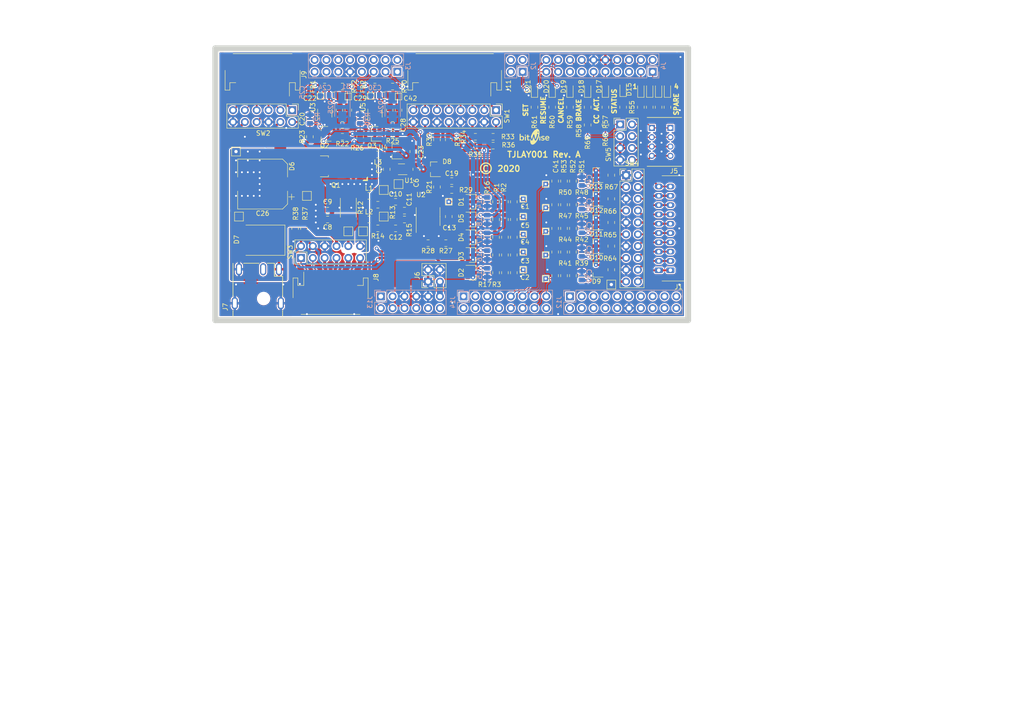
<source format=kicad_pcb>
(kicad_pcb (version 20171130) (host pcbnew "(5.1.2)-2")
  (title_block (title TJLAY001) (rev "Draft A") (company Bitwise) (comment 1 "Cresent House") (comment 2 "Carnegis Campus") (comment 3 "Dunfermline ") (comment 4 "KY11 8GR"))
  (layers (0 F.Cu signal) (31 B.Cu signal) (34 B.Paste user hide) (35 F.Paste user hide) (36 B.SilkS user hide) (37 F.SilkS user hide) (38 B.Mask user hide) (39 F.Mask user hide) (44 Edge.Cuts user))
  (net 0 "")
  (net 1 GND)
  (net 2 /PF7_ADC0_S[15])
  (net 3 /PF5_ADC0_S[13])
  (net 4 /PF6_ADC0_S[14])
  (net 5 +3V3)
  (net 6 +BATT)
  (net 7 GNDPWR)
  (net 8 +12V)
  (net 9 +5VA)
  (net 10 /PF4_ADC0_S[12])
  (net 11 +12LF)
  (net 12 /PA6_PWM)
  (net 13 /PD0_ADC1_P[4])
  (net 14 /PF12_PSU2_ENABLE)
  (net 15 /PF13_PSU1_ENABLE)
  (net 16 /Motor-)
  (net 17 /Motor+)
  (net 18 /HallSensorVcc)
  (net 19 /HallSensorGnd)
  (net 20 /HallSensorBVout)
  (net 21 /HallSensorAVout)
  (net 22 /POTB_GND)
  (net 23 /POTB_INPUT)
  (net 24 /POTB_PSU)
  (net 25 /POTA_GND)
  (net 26 /POTA_PSU)
  (net 27 /POTA_INPUT)
  (net 28 /BRAKE_GND)
  (net 29 /BRAKE)
  (net 30 /SET_GND)
  (net 31 /SET)
  (net 32 /RESUME)
  (net 33 /RESUME_GND)
  (net 34 /CANCEL)
  (net 35 /CANCEL_GND)
  (net 36 +5V)
  (net 37 /DRIVE+)
  (net 38 "Net-(C10-Pad2)")
  (net 39 /Driver/I_SENSE+)
  (net 40 /Driver/I_SENSE-)
  (net 41 /ADC_CH5)
  (net 42 /ADC_CH4)
  (net 43 /ADC_CH3)
  (net 44 /ADC_CH2)
  (net 45 /ADC_CH1)
  (net 46 /PSU1/EN)
  (net 47 /PSU1/SENSOR_POWER)
  (net 48 /PSU2/EN)
  (net 49 /PSU2/SENSOR_POWER)
  (net 50 /ADC_CH10)
  (net 51 /ADC_CH9)
  (net 52 /ADC_CH8)
  (net 53 /ADC_CH7)
  (net 54 /ADC_CH6)
  (net 55 "Net-(D1-Pad3)")
  (net 56 "Net-(D2-Pad3)")
  (net 57 "Net-(D3-Pad3)")
  (net 58 "Net-(D4-Pad3)")
  (net 59 "Net-(D5-Pad3)")
  (net 60 "Net-(D9-Pad3)")
  (net 61 "Net-(D10-Pad3)")
  (net 62 "Net-(D11-Pad3)")
  (net 63 "Net-(D12-Pad3)")
  (net 64 "Net-(D13-Pad3)")
  (net 65 "Net-(D14-Pad1)")
  (net 66 "Net-(D15-Pad1)")
  (net 67 "Net-(D16-Pad1)")
  (net 68 "Net-(D17-Pad1)")
  (net 69 "Net-(D18-Pad1)")
  (net 70 "Net-(D19-Pad1)")
  (net 71 "Net-(D20-Pad1)")
  (net 72 "Net-(D21-Pad1)")
  (net 73 "Net-(D22-Pad1)")
  (net 74 "Net-(D23-Pad1)")
  (net 75 "Net-(L1-Pad2)")
  (net 76 "Net-(L2-Pad2)")
  (net 77 /Driver/FIL_PWM)
  (net 78 /Driver/PWM)
  (net 79 /Driver/I_OUT)
  (net 80 /Driver/VREF)
  (net 81 /SI)
  (net 82 /RI)
  (net 83 /PD1_ADC1_P[5])
  (net 84 /PD2_ADC1_P[6])
  (net 85 /PI15_ADC0_S[23])
  (net 86 /PI14_ADC0_S[22])
  (net 87 /PI13_ADC0_S[21])
  (net 88 /PI12_ADC0_S[20])
  (net 89 /PG5_SPARE1_LED)
  (net 90 /PC10_STATUS_LED)
  (net 91 /PG4_SPARE2_LED)
  (net 92 /PC11_CCA_LED)
  (net 93 /PE1_BRAKE_LED)
  (net 94 /PE0_CANCEL_LED)
  (net 95 /PE4_RESUME_LED)
  (net 96 /PE5_SET_LED)
  (net 97 /PG2_SPARE3_LED)
  (net 98 /SPARE1_GND)
  (net 99 /SPARE1)
  (net 100 /SPARE2_GND)
  (net 101 /SPARE2)
  (net 102 /SPARE3_GND)
  (net 103 /SPARE3)
  (net 104 /SPARE4_GND)
  (net 105 /SPARE4)
  (net 106 /SPARE5_GND)
  (net 107 /SPARE5)
  (net 108 /DRIVE-)
  (net 109 /PG3_SPARE4_LED)
  (net 110 /PI2_SDA)
  (net 111 /PI3_SCL)
  (net 112 /GSCL)
  (net 113 /GSDA)
  (net 114 /GPWR)
  (net 115 /GGND)
  (net 116 +12C)
  (net 117 /PSU1)
  (net 118 /PSU2)
  (net 119 /PF0_ADC0_S[8])
  (net 120 /PF1_PSU1_ADC0_S[9])
  (module TJ-Cyber:PinHeader_2x08_P2.54mm_Vertical_Shunts (layer F.Cu) (at 131.445 61.595 270)
    (fp_text reference SW1 (at 1.27 -2.33 90) (layer F.SilkS))
    (fp_text value M20-9980845)
    (pad 16 thru_hole oval (at 2.54 17.78 270) (size 1.7 1.7) (drill 1) (layers *.Cu *.Mask) (net 1 GND))
    (pad 15 thru_hole oval (at 0 17.78 270) (size 1.7 1.7) (drill 1) (layers *.Cu *.Mask) (net 28 /BRAKE_GND))
    (pad 14 thru_hole oval (at 2.54 15.24 270) (size 1.7 1.7) (drill 1) (layers *.Cu *.Mask) (net 41 /ADC_CH5))
    (pad 13 thru_hole oval (at 0 15.24 270) (size 1.7 1.7) (drill 1) (layers *.Cu *.Mask) (net 29 /BRAKE))
    (pad 12 thru_hole oval (at 2.54 12.7 270) (size 1.7 1.7) (drill 1) (layers *.Cu *.Mask) (net 1 GND))
    (pad 11 thru_hole oval (at 0 12.7 270) (size 1.7 1.7) (drill 1) (layers *.Cu *.Mask) (net 35 /CANCEL_GND))
    (pad 10 thru_hole oval (at 2.54 10.16 270) (size 1.7 1.7) (drill 1) (layers *.Cu *.Mask) (net 44 /ADC_CH2))
    (pad 9 thru_hole oval (at 0 10.16 270) (size 1.7 1.7) (drill 1) (layers *.Cu *.Mask) (net 34 /CANCEL))
    (pad 8 thru_hole oval (at 2.54 7.62 270) (size 1.7 1.7) (drill 1) (layers *.Cu *.Mask) (net 1 GND))
    (pad 7 thru_hole oval (at 0 7.62 270) (size 1.7 1.7) (drill 1) (layers *.Cu *.Mask) (net 33 /RESUME_GND))
    (pad 6 thru_hole oval (at 2.54 5.08 270) (size 1.7 1.7) (drill 1) (layers *.Cu *.Mask) (net 82 /RI))
    (pad 5 thru_hole oval (at 0 5.08 270) (size 1.7 1.7) (drill 1) (layers *.Cu *.Mask) (net 32 /RESUME))
    (pad 4 thru_hole oval (at 2.54 2.54 270) (size 1.7 1.7) (drill 1) (layers *.Cu *.Mask) (net 1 GND))
    (pad 3 thru_hole oval (at 0 2.54 270) (size 1.7 1.7) (drill 1) (layers *.Cu *.Mask) (net 30 /SET_GND))
    (pad 2 thru_hole oval (at 2.54 0 270) (size 1.7 1.7) (drill 1) (layers *.Cu *.Mask) (net 81 /SI))
    (pad 1 thru_hole rect (at 0 0 270) (size 1.7 1.7) (drill 1) (layers *.Cu *.Mask) (net 31 /SET))
  )
  (module Diode_SMD:D_SMA (layer B.Cu) (at 98.425 60.96 270)
    (fp_text reference D25 (at 0 2.5 90) (layer B.SilkS) (effects (justify mirror)))
    (fp_text value DNF)
    (pad 2 smd rect (at 2 0 270) (size 2.5 1.8) (layers B.Cu B.Paste B.Mask) (net 1 GND))
    (pad 1 smd rect (at -2 0 270) (size 2.5 1.8) (layers B.Cu B.Paste B.Mask) (net 47 /PSU1/SENSOR_POWER))
  )
  (module Diode_SMD:D_SMA (layer B.Cu) (at 109.22 60.96 270)
    (fp_text reference D24 (at 0 2.5 270) (layer B.SilkS) (effects (justify mirror)))
    (fp_text value DNF)
    (pad 2 smd rect (at 2 0 270) (size 2.5 1.8) (layers B.Cu B.Paste B.Mask) (net 1 GND))
    (pad 1 smd rect (at -2 0 270) (size 2.5 1.8) (layers B.Cu B.Paste B.Mask) (net 49 /PSU2/SENSOR_POWER))
  )
  (module TJ-Cyber:PinHeader_2x10_P2.54mm_Vertical_Shunts (layer F.Cu) (at 159.385 75.565)
    (fp_text reference SW4 (at 1.27 -2.555) (layer F.SilkS))
    (fp_text value M20-9981045)
    (pad 20 thru_hole oval (at 2.54 22.86) (size 1.7 1.7) (drill 1) (layers *.Cu *.Mask) (net 107 /SPARE5))
    (pad 19 thru_hole oval (at 0 22.86) (size 1.7 1.7) (drill 1) (layers *.Cu *.Mask) (net 50 /ADC_CH10))
    (pad 18 thru_hole oval (at 2.54 20.32) (size 1.7 1.7) (drill 1) (layers *.Cu *.Mask) (net 106 /SPARE5_GND))
    (pad 17 thru_hole oval (at 0 20.32) (size 1.7 1.7) (drill 1) (layers *.Cu *.Mask) (net 1 GND))
    (pad 16 thru_hole oval (at 2.54 17.78) (size 1.7 1.7) (drill 1) (layers *.Cu *.Mask) (net 105 /SPARE4))
    (pad 15 thru_hole oval (at 0 17.78) (size 1.7 1.7) (drill 1) (layers *.Cu *.Mask) (net 51 /ADC_CH9))
    (pad 14 thru_hole oval (at 2.54 15.24) (size 1.7 1.7) (drill 1) (layers *.Cu *.Mask) (net 104 /SPARE4_GND))
    (pad 13 thru_hole oval (at 0 15.24) (size 1.7 1.7) (drill 1) (layers *.Cu *.Mask) (net 1 GND))
    (pad 12 thru_hole oval (at 2.54 12.7) (size 1.7 1.7) (drill 1) (layers *.Cu *.Mask) (net 103 /SPARE3))
    (pad 11 thru_hole oval (at 0 12.7) (size 1.7 1.7) (drill 1) (layers *.Cu *.Mask) (net 52 /ADC_CH8))
    (pad 10 thru_hole oval (at 2.54 10.16) (size 1.7 1.7) (drill 1) (layers *.Cu *.Mask) (net 102 /SPARE3_GND))
    (pad 9 thru_hole oval (at 0 10.16) (size 1.7 1.7) (drill 1) (layers *.Cu *.Mask) (net 1 GND))
    (pad 8 thru_hole oval (at 2.54 7.62) (size 1.7 1.7) (drill 1) (layers *.Cu *.Mask) (net 101 /SPARE2))
    (pad 7 thru_hole oval (at 0 7.62) (size 1.7 1.7) (drill 1) (layers *.Cu *.Mask) (net 53 /ADC_CH7))
    (pad 6 thru_hole oval (at 2.54 5.08) (size 1.7 1.7) (drill 1) (layers *.Cu *.Mask) (net 100 /SPARE2_GND))
    (pad 5 thru_hole oval (at 0 5.08) (size 1.7 1.7) (drill 1) (layers *.Cu *.Mask) (net 1 GND))
    (pad 4 thru_hole oval (at 2.54 2.54) (size 1.7 1.7) (drill 1) (layers *.Cu *.Mask) (net 99 /SPARE1))
    (pad 3 thru_hole oval (at 0 2.54) (size 1.7 1.7) (drill 1) (layers *.Cu *.Mask) (net 54 /ADC_CH6))
    (pad 2 thru_hole oval (at 2.54 0) (size 1.7 1.7) (drill 1) (layers *.Cu *.Mask) (net 98 /SPARE1_GND))
    (pad 1 thru_hole rect (at 0 0) (size 1.7 1.7) (drill 1) (layers *.Cu *.Mask) (net 1 GND))
  )
  (module TJ-Cyber:PinHeader_2x04_P2.54mm_Vertical_Shunts (layer F.Cu) (at 158.115 64.643)
    (fp_text reference SW5 (at -2.54 6.477 90) (layer F.SilkS))
    (fp_text value M20-9980445)
    (pad 8 thru_hole oval (at 2.54 7.62) (size 1.7 1.7) (drill 1) (layers *.Cu *.Mask) (net 115 /GGND))
    (pad 7 thru_hole oval (at 0 7.62) (size 1.7 1.7) (drill 1) (layers *.Cu *.Mask) (net 1 GND))
    (pad 6 thru_hole oval (at 2.54 5.08) (size 1.7 1.7) (drill 1) (layers *.Cu *.Mask) (net 114 /GPWR))
    (pad 5 thru_hole oval (at 0 5.08) (size 1.7 1.7) (drill 1) (layers *.Cu *.Mask) (net 5 +3V3))
    (pad 4 thru_hole oval (at 2.54 2.54) (size 1.7 1.7) (drill 1) (layers *.Cu *.Mask) (net 113 /GSDA))
    (pad 3 thru_hole oval (at 0 2.54) (size 1.7 1.7) (drill 1) (layers *.Cu *.Mask) (net 110 /PI2_SDA))
    (pad 2 thru_hole oval (at 2.54 0) (size 1.7 1.7) (drill 1) (layers *.Cu *.Mask) (net 112 /GSCL))
    (pad 1 thru_hole rect (at 0 0) (size 1.7 1.7) (drill 1) (layers *.Cu *.Mask) (net 111 /PI3_SCL))
  )
  (module TestPoint:TestPoint_Pad_1.0x1.0mm (layer F.Cu) (at 104.521 58.547 90)
    (fp_text reference TP22 hide)
    (fp_text value DNF hide)
    (pad 1 smd rect (at 0 0 90) (size 1 1) (layers F.Cu F.Mask) (net 118 /PSU2))
  )
  (module TestPoint:TestPoint_Pad_1.0x1.0mm (layer F.Cu) (at 93.726 58.547)
    (fp_text reference TP21 hide)
    (fp_text value DNF hide)
    (pad 1 smd rect (at 0 0) (size 1 1) (layers F.Cu F.Mask) (net 117 /PSU1))
  )
  (module TestPoint:TestPoint_Pad_1.0x1.0mm (layer F.Cu) (at 99.695 58.674)
    (fp_text reference TP2 hide)
    (fp_text value DNF hide)
    (pad 1 smd rect (at 0 0) (size 1 1) (layers F.Cu F.Mask) (net 120 /PF1_PSU1_ADC0_S[9]))
  )
  (module TestPoint:TestPoint_Pad_1.0x1.0mm (layer F.Cu) (at 110.49 58.674)
    (fp_text reference TP1 hide)
    (fp_text value DNF hide)
    (pad 1 smd rect (at 0 0) (size 1 1) (layers F.Cu F.Mask) (net 119 /PF0_ADC0_S[8]))
  )
  (module Resistor_SMD:R_0805_2012Metric (layer F.Cu) (at 97.79 61.595 270)
    (fp_text reference R73 hide)
    (fp_text value 4.7K)
    (pad 2 smd roundrect (at 0.9375 0 270) (size 0.975 1.4) (layers F.Cu F.Paste F.Mask) (net 1 GND))
    (pad 1 smd roundrect (at -0.9375 0 270) (size 0.975 1.4) (layers F.Cu F.Paste F.Mask) (net 120 /PF1_PSU1_ADC0_S[9]))
  )
  (module Resistor_SMD:R_0805_2012Metric (layer F.Cu) (at 98.425 56.515)
    (fp_text reference R72 (at 2.54 0 90) (layer F.SilkS))
    (fp_text value 3.3K)
    (pad 2 smd roundrect (at 0.9375 0) (size 0.975 1.4) (layers F.Cu F.Paste F.Mask) (net 120 /PF1_PSU1_ADC0_S[9]))
    (pad 1 smd roundrect (at -0.9375 0) (size 0.975 1.4) (layers F.Cu F.Paste F.Mask) (net 47 /PSU1/SENSOR_POWER))
  )
  (module Resistor_SMD:R_0805_2012Metric (layer F.Cu) (at 108.585 61.595 270)
    (fp_text reference R71 hide)
    (fp_text value 4.7K)
    (pad 2 smd roundrect (at 0.9375 0 270) (size 0.975 1.4) (layers F.Cu F.Paste F.Mask) (net 1 GND))
    (pad 1 smd roundrect (at -0.9375 0 270) (size 0.975 1.4) (layers F.Cu F.Paste F.Mask) (net 119 /PF0_ADC0_S[8]))
  )
  (module Resistor_SMD:R_0805_2012Metric (layer F.Cu) (at 109.22 56.515)
    (fp_text reference R70 (at 2.54 0 90) (layer F.SilkS))
    (fp_text value 3.3K)
    (pad 2 smd roundrect (at 0.9375 0) (size 0.975 1.4) (layers F.Cu F.Paste F.Mask) (net 119 /PF0_ADC0_S[8]))
    (pad 1 smd roundrect (at -0.9375 0) (size 0.975 1.4) (layers F.Cu F.Paste F.Mask) (net 49 /PSU2/SENSOR_POWER))
  )
  (module Capacitor_SMD:C_0805_2012Metric (layer F.Cu) (at 99.695 61.595 270)
    (fp_text reference C43 hide)
    (fp_text value 0.1uF)
    (pad 2 smd roundrect (at 0.9375 0 270) (size 0.975 1.4) (layers F.Cu F.Paste F.Mask) (net 1 GND))
    (pad 1 smd roundrect (at -0.9375 0 270) (size 0.975 1.4) (layers F.Cu F.Paste F.Mask) (net 120 /PF1_PSU1_ADC0_S[9]))
  )
  (module Capacitor_SMD:C_0805_2012Metric (layer F.Cu) (at 110.49 61.595 270)
    (fp_text reference C42 (at -2.54 -2.54 180) (layer F.SilkS))
    (fp_text value 0.1uF)
    (pad 2 smd roundrect (at 0.9375 0 270) (size 0.975 1.4) (layers F.Cu F.Paste F.Mask) (net 1 GND))
    (pad 1 smd roundrect (at -0.9375 0 270) (size 0.975 1.4) (layers F.Cu F.Paste F.Mask) (net 119 /PF0_ADC0_S[8]))
  )
  (module BW_BOM_Only_Parts:Dummy_Jumper_Footprint_for_BOM (layer F.Cu) (at 159.385 72.39 90)
    (fp_text reference JMP34 hide)
    (fp_text value Shunt hide)
  )
  (module BW_BOM_Only_Parts:Dummy_Jumper_Footprint_for_BOM (layer F.Cu) (at 159.385 69.85 90)
    (fp_text reference JMP33 hide)
    (fp_text value Shunt hide)
  )
  (module BW_BOM_Only_Parts:Dummy_Jumper_Footprint_for_BOM (layer F.Cu) (at 159.385 67.31 90)
    (fp_text reference JMP32 hide)
    (fp_text value Shunt hide)
  )
  (module BW_BOM_Only_Parts:Dummy_Jumper_Footprint_for_BOM (layer F.Cu) (at 159.385 64.77 90)
    (fp_text reference JMP31 hide)
    (fp_text value Shunt hide)
  )
  (module BW_BOM_Only_Parts:Dummy_Jumper_Footprint_for_BOM (layer F.Cu) (at 160.655 98.44 90)
    (fp_text reference JMP30 hide)
    (fp_text value Shunt hide)
  )
  (module BW_BOM_Only_Parts:Dummy_Jumper_Footprint_for_BOM (layer F.Cu) (at 160.655 85.74 90)
    (fp_text reference JMP25 hide)
    (fp_text value Shunt hide)
  )
  (module BW_BOM_Only_Parts:Dummy_Jumper_Footprint_for_BOM (layer F.Cu) (at 160.655 95.9 90)
    (fp_text reference JMP29 hide)
    (fp_text value Shunt hide)
  )
  (module BW_BOM_Only_Parts:Dummy_Jumper_Footprint_for_BOM (layer F.Cu) (at 160.655 83.2 90)
    (fp_text reference JMP24 hide)
    (fp_text value Shunt hide)
  )
  (module BW_BOM_Only_Parts:Dummy_Jumper_Footprint_for_BOM (layer F.Cu) (at 160.655 93.36 90)
    (fp_text reference JMP28 hide)
    (fp_text value Shunt hide)
  )
  (module BW_BOM_Only_Parts:Dummy_Jumper_Footprint_for_BOM (layer F.Cu) (at 160.655 80.66 90)
    (fp_text reference JMP23 hide)
    (fp_text value Shunt hide)
  )
  (module BW_BOM_Only_Parts:Dummy_Jumper_Footprint_for_BOM (layer F.Cu) (at 160.655 90.82 90)
    (fp_text reference JMP27 hide)
    (fp_text value Shunt hide)
  )
  (module BW_BOM_Only_Parts:Dummy_Jumper_Footprint_for_BOM (layer F.Cu) (at 160.655 78.12 90)
    (fp_text reference JMP22 hide)
    (fp_text value Shunt hide)
  )
  (module BW_BOM_Only_Parts:Dummy_Jumper_Footprint_for_BOM (layer F.Cu) (at 160.655 88.28 90)
    (fp_text reference JMP26 hide)
    (fp_text value Shunt hide)
  )
  (module BW_BOM_Only_Parts:Dummy_Jumper_Footprint_for_BOM (layer F.Cu) (at 160.655 75.58 90)
    (fp_text reference JMP21 hide)
    (fp_text value Shunt hide)
  )
  (module BW_BOM_Only_Parts:Dummy_Jumper_Footprint_for_BOM (layer F.Cu) (at 102.235 92.075)
    (fp_text reference JMP20 hide)
    (fp_text value Shunt hide)
  )
  (module BW_BOM_Only_Parts:Dummy_Jumper_Footprint_for_BOM (layer F.Cu) (at 94.615 92.075)
    (fp_text reference JMP17 hide)
    (fp_text value Shunt hide)
  )
  (module BW_BOM_Only_Parts:Dummy_Jumper_Footprint_for_BOM (layer F.Cu) (at 99.695 92.075)
    (fp_text reference JMP19 hide)
    (fp_text value Shunt hide)
  )
  (module BW_BOM_Only_Parts:Dummy_Jumper_Footprint_for_BOM (layer F.Cu) (at 92.075 92.075)
    (fp_text reference JMP16 hide)
    (fp_text value Shunt hide)
  )
  (module BW_BOM_Only_Parts:Dummy_Jumper_Footprint_for_BOM (layer F.Cu) (at 97.155 92.075)
    (fp_text reference JMP18 hide)
    (fp_text value Shunt hide)
  )
  (module BW_BOM_Only_Parts:Dummy_Jumper_Footprint_for_BOM (layer F.Cu) (at 89.535 92.075)
    (fp_text reference JMP15 hide)
    (fp_text value Shunt hide)
  )
  (module BW_BOM_Only_Parts:Dummy_Jumper_Footprint_for_BOM (layer F.Cu) (at 131.445 62.865)
    (fp_text reference JMP8 hide)
    (fp_text value Shunt hide)
  )
  (module BW_BOM_Only_Parts:Dummy_Jumper_Footprint_for_BOM (layer F.Cu) (at 121.285 62.865)
    (fp_text reference JMP4 hide)
    (fp_text value Shunt hide)
  )
  (module BW_BOM_Only_Parts:Dummy_Jumper_Footprint_for_BOM (layer F.Cu) (at 87.63 62.865)
    (fp_text reference JMP14 hide)
    (fp_text value Shunt hide)
  )
  (module BW_BOM_Only_Parts:Dummy_Jumper_Footprint_for_BOM (layer F.Cu) (at 80.01 62.865)
    (fp_text reference JMP11 hide)
    (fp_text value Shunt hide)
  )
  (module BW_BOM_Only_Parts:Dummy_Jumper_Footprint_for_BOM (layer F.Cu) (at 128.905 62.865)
    (fp_text reference JMP7 hide)
    (fp_text value Shunt hide)
  )
  (module BW_BOM_Only_Parts:Dummy_Jumper_Footprint_for_BOM (layer F.Cu) (at 118.745 62.865)
    (fp_text reference JMP3 hide)
    (fp_text value Shunt hide)
  )
  (module BW_BOM_Only_Parts:Dummy_Jumper_Footprint_for_BOM (layer F.Cu) (at 85.09 62.865)
    (fp_text reference JMP13 hide)
    (fp_text value Shunt hide)
  )
  (module BW_BOM_Only_Parts:Dummy_Jumper_Footprint_for_BOM (layer F.Cu) (at 77.47 62.865)
    (fp_text reference JMP10 hide)
    (fp_text value Shunt hide)
  )
  (module BW_BOM_Only_Parts:Dummy_Jumper_Footprint_for_BOM (layer F.Cu) (at 126.365 62.865)
    (fp_text reference JMP6 hide)
    (fp_text value Shunt hide)
  )
  (module BW_BOM_Only_Parts:Dummy_Jumper_Footprint_for_BOM (layer F.Cu) (at 116.205 62.865)
    (fp_text reference JMP2 hide)
    (fp_text value Shunt hide)
  )
  (module BW_BOM_Only_Parts:Dummy_Jumper_Footprint_for_BOM (layer F.Cu) (at 82.55 62.865)
    (fp_text reference JMP12 hide)
    (fp_text value Shunt hide)
  )
  (module BW_BOM_Only_Parts:Dummy_Jumper_Footprint_for_BOM (layer F.Cu) (at 74.93 62.865)
    (fp_text reference JMP9 hide)
    (fp_text value Shunt hide)
  )
  (module BW_BOM_Only_Parts:Dummy_Jumper_Footprint_for_BOM (layer F.Cu) (at 123.825 62.865)
    (fp_text reference JMP5 hide)
    (fp_text value Shunt hide)
  )
  (module BW_BOM_Only_Parts:Dummy_Jumper_Footprint_for_BOM (layer F.Cu) (at 113.665 62.865)
    (fp_text reference JMP1 hide)
    (fp_text value Shunt hide)
  )
  (module TJ-Cyber:PinHeader_2x06_P2.54mm_Vertical_Shunts (layer F.Cu) (at 89.535 93.345 90)
    (fp_text reference SW3 (at 1.27 -2.33 90) (layer F.SilkS))
    (fp_text value M20-9980645)
    (pad 12 thru_hole oval (at 2.54 12.7 90) (size 1.7 1.7) (drill 1) (layers *.Cu *.Mask) (net 108 /DRIVE-))
    (pad 11 thru_hole oval (at 0 12.7 90) (size 1.7 1.7) (drill 1) (layers *.Cu *.Mask) (net 16 /Motor-))
    (pad 10 thru_hole oval (at 2.54 10.16 90) (size 1.7 1.7) (drill 1) (layers *.Cu *.Mask) (net 37 /DRIVE+))
    (pad 9 thru_hole oval (at 0 10.16 90) (size 1.7 1.7) (drill 1) (layers *.Cu *.Mask) (net 17 /Motor+))
    (pad 8 thru_hole oval (at 2.54 7.62 90) (size 1.7 1.7) (drill 1) (layers *.Cu *.Mask) (net 8 +12V))
    (pad 7 thru_hole oval (at 0 7.62 90) (size 1.7 1.7) (drill 1) (layers *.Cu *.Mask) (net 18 /HallSensorVcc))
    (pad 6 thru_hole oval (at 2.54 5.08 90) (size 1.7 1.7) (drill 1) (layers *.Cu *.Mask) (net 1 GND))
    (pad 5 thru_hole oval (at 0 5.08 90) (size 1.7 1.7) (drill 1) (layers *.Cu *.Mask) (net 19 /HallSensorGnd))
    (pad 4 thru_hole oval (at 2.54 2.54 90) (size 1.7 1.7) (drill 1) (layers *.Cu *.Mask) (net 42 /ADC_CH4))
    (pad 3 thru_hole oval (at 0 2.54 90) (size 1.7 1.7) (drill 1) (layers *.Cu *.Mask) (net 21 /HallSensorAVout))
    (pad 2 thru_hole oval (at 2.54 0 90) (size 1.7 1.7) (drill 1) (layers *.Cu *.Mask) (net 44 /ADC_CH2))
    (pad 1 thru_hole rect (at 0 0 90) (size 1.7 1.7) (drill 1) (layers *.Cu *.Mask) (net 20 /HallSensorBVout))
  )
  (module TJ-Cyber:PinHeader_2x06_P2.54mm_Vertical_Shunts (layer F.Cu) (at 87.63 61.595 270)
    (fp_text reference SW2 (at 4.953 6.223 180) (layer F.SilkS))
    (fp_text value M20-9980645)
    (pad 12 thru_hole oval (at 2.54 12.7 270) (size 1.7 1.7) (drill 1) (layers *.Cu *.Mask) (net 1 GND))
    (pad 11 thru_hole oval (at 0 12.7 270) (size 1.7 1.7) (drill 1) (layers *.Cu *.Mask) (net 22 /POTB_GND))
    (pad 10 thru_hole oval (at 2.54 10.16 270) (size 1.7 1.7) (drill 1) (layers *.Cu *.Mask) (net 42 /ADC_CH4))
    (pad 9 thru_hole oval (at 0 10.16 270) (size 1.7 1.7) (drill 1) (layers *.Cu *.Mask) (net 23 /POTB_INPUT))
    (pad 8 thru_hole oval (at 2.54 7.62 270) (size 1.7 1.7) (drill 1) (layers *.Cu *.Mask) (net 118 /PSU2))
    (pad 7 thru_hole oval (at 0 7.62 270) (size 1.7 1.7) (drill 1) (layers *.Cu *.Mask) (net 24 /POTB_PSU))
    (pad 6 thru_hole oval (at 2.54 5.08 270) (size 1.7 1.7) (drill 1) (layers *.Cu *.Mask) (net 1 GND))
    (pad 5 thru_hole oval (at 0 5.08 270) (size 1.7 1.7) (drill 1) (layers *.Cu *.Mask) (net 25 /POTA_GND))
    (pad 4 thru_hole oval (at 2.54 2.54 270) (size 1.7 1.7) (drill 1) (layers *.Cu *.Mask) (net 43 /ADC_CH3))
    (pad 3 thru_hole oval (at 0 2.54 270) (size 1.7 1.7) (drill 1) (layers *.Cu *.Mask) (net 27 /POTA_INPUT))
    (pad 2 thru_hole oval (at 2.54 0 270) (size 1.7 1.7) (drill 1) (layers *.Cu *.Mask) (net 117 /PSU1))
    (pad 1 thru_hole rect (at 0 0 270) (size 1.7 1.7) (drill 1) (layers *.Cu *.Mask) (net 26 /POTA_PSU))
  )
  (module Connector_PinHeader_2.54mm:PinHeader_2x02_P2.54mm_Vertical (layer F.Cu) (at 116.84 98.425 90)
    (fp_text reference J6 (at 1.27 -2.33 90) (layer F.SilkS))
    (fp_text value M20-9980245)
    (pad 4 thru_hole oval (at 2.54 2.54 90) (size 1.7 1.7) (drill 1) (layers *.Cu *.Mask) (net 9 +5VA))
    (pad 3 thru_hole oval (at 0 2.54 90) (size 1.7 1.7) (drill 1) (layers *.Cu *.Mask) (net 116 +12C))
    (pad 2 thru_hole oval (at 2.54 0 90) (size 1.7 1.7) (drill 1) (layers *.Cu *.Mask) (net 9 +5VA))
    (pad 1 thru_hole rect (at 0 0 90) (size 1.7 1.7) (drill 1) (layers *.Cu *.Mask) (net 1 GND))
  )
  (module TestPoint:TestPoint_THTPad_1.0x1.0mm_Drill0.5mm (layer F.Cu) (at 142.113 77.47 180)
    (fp_text reference TP37 hide)
    (fp_text value DNF hide)
    (pad 1 thru_hole rect (at 0 0 180) (size 1 1) (drill 0.5) (layers *.Cu *.Mask) (net 88 /PI12_ADC0_S[20]))
  )
  (module TestPoint:TestPoint_THTPad_1.0x1.0mm_Drill0.5mm (layer F.Cu) (at 142.113 82.55 180)
    (fp_text reference TP36 hide)
    (fp_text value DNF hide)
    (pad 1 thru_hole rect (at 0 0 180) (size 1 1) (drill 0.5) (layers *.Cu *.Mask) (net 87 /PI13_ADC0_S[21]))
  )
  (module TestPoint:TestPoint_THTPad_1.0x1.0mm_Drill0.5mm (layer F.Cu) (at 142.113 87.63 180)
    (fp_text reference TP35 hide)
    (fp_text value DNF hide)
    (pad 1 thru_hole rect (at 0 0 180) (size 1 1) (drill 0.5) (layers *.Cu *.Mask) (net 86 /PI14_ADC0_S[22]))
  )
  (module TestPoint:TestPoint_THTPad_1.0x1.0mm_Drill0.5mm (layer F.Cu) (at 142.113 92.71 180)
    (fp_text reference TP34 hide)
    (fp_text value DNF hide)
    (pad 1 thru_hole rect (at 0 0 180) (size 1 1) (drill 0.5) (layers *.Cu *.Mask) (net 85 /PI15_ADC0_S[23]))
  )
  (module TestPoint:TestPoint_THTPad_1.0x1.0mm_Drill0.5mm (layer F.Cu) (at 142.113 97.79 180)
    (fp_text reference TP33 hide)
    (fp_text value DNF hide)
    (pad 1 thru_hole rect (at 0 0 180) (size 1 1) (drill 0.5) (layers *.Cu *.Mask) (net 84 /PD2_ADC1_P[6]))
  )
  (module TestPoint:TestPoint_THTPad_1.0x1.0mm_Drill0.5mm (layer F.Cu) (at 121.285 81.28)
    (fp_text reference TP12 hide)
    (fp_text value DNF hide)
    (pad 1 thru_hole rect (at 0 0) (size 1 1) (drill 0.5) (layers *.Cu *.Mask) (net 83 /PD1_ADC1_P[5]))
  )
  (module TestPoint:TestPoint_THTPad_1.0x1.0mm_Drill0.5mm (layer F.Cu) (at 137.287 80.645)
    (fp_text reference TP11 hide)
    (fp_text value DNF hide)
    (pad 1 thru_hole rect (at 0 0) (size 1 1) (drill 0.5) (layers *.Cu *.Mask) (net 13 /PD0_ADC1_P[4]))
  )
  (module TestPoint:TestPoint_THTPad_1.0x1.0mm_Drill0.5mm (layer F.Cu) (at 137.287 84.455)
    (fp_text reference TP10 hide)
    (fp_text value DNF hide)
    (pad 1 thru_hole rect (at 0 0) (size 1 1) (drill 0.5) (layers *.Cu *.Mask) (net 2 /PF7_ADC0_S[15]))
  )
  (module TestPoint:TestPoint_THTPad_1.0x1.0mm_Drill0.5mm (layer F.Cu) (at 137.287 88.265)
    (fp_text reference TP9 hide)
    (fp_text value DNF hide)
    (pad 1 thru_hole rect (at 0 0) (size 1 1) (drill 0.5) (layers *.Cu *.Mask) (net 3 /PF5_ADC0_S[13]))
  )
  (module TestPoint:TestPoint_THTPad_1.0x1.0mm_Drill0.5mm (layer F.Cu) (at 137.287 92.075)
    (fp_text reference TP8 hide)
    (fp_text value DNF hide)
    (pad 1 thru_hole rect (at 0 0) (size 1 1) (drill 0.5) (layers *.Cu *.Mask) (net 10 /PF4_ADC0_S[12]))
  )
  (module TestPoint:TestPoint_THTPad_1.0x1.0mm_Drill0.5mm (layer F.Cu) (at 137.287 95.885)
    (fp_text reference TP7 hide)
    (fp_text value DNF hide)
    (pad 1 thru_hole rect (at 0 0) (size 1 1) (drill 0.5) (layers *.Cu *.Mask) (net 4 /PF6_ADC0_S[14]))
  )
  (module TJ-Cyber:JST_PH_B10B-PH-K_1x10_P2.00mm_Vertical_Hybrid (layer F.Cu) (at 168.91 95.995 90)
    (fp_text reference J1 (at -3.573 1.778 180) (layer F.SilkS))
    (fp_text value B10B-PH-K-S)
    (pad 10 thru_hole oval (at 18 -2.5 90) (size 1.2 1.75) (drill 0.75) (layers *.Cu *.Mask) (net 98 /SPARE1_GND))
    (pad 9 thru_hole oval (at 16 -2.5 90) (size 1.2 1.75) (drill 0.75) (layers *.Cu *.Mask) (net 99 /SPARE1))
    (pad 8 thru_hole oval (at 14 -2.5 90) (size 1.2 1.75) (drill 0.75) (layers *.Cu *.Mask) (net 100 /SPARE2_GND))
    (pad 7 thru_hole oval (at 12 -2.5 90) (size 1.2 1.75) (drill 0.75) (layers *.Cu *.Mask) (net 101 /SPARE2))
    (pad 6 thru_hole oval (at 10 -2.5 90) (size 1.2 1.75) (drill 0.75) (layers *.Cu *.Mask) (net 102 /SPARE3_GND))
    (pad 5 thru_hole oval (at 8 -2.5 90) (size 1.2 1.75) (drill 0.75) (layers *.Cu *.Mask) (net 103 /SPARE3))
    (pad 4 thru_hole oval (at 6 -2.5 90) (size 1.2 1.75) (drill 0.75) (layers *.Cu *.Mask) (net 104 /SPARE4_GND))
    (pad 3 thru_hole oval (at 4 -2.5 90) (size 1.2 1.75) (drill 0.75) (layers *.Cu *.Mask) (net 105 /SPARE4))
    (pad 2 thru_hole oval (at 2 -2.5 90) (size 1.2 1.75) (drill 0.75) (layers *.Cu *.Mask) (net 106 /SPARE5_GND))
    (pad 1 thru_hole roundrect (at 0 -2.5 90) (size 1.2 1.75) (drill 0.75) (layers *.Cu *.Mask) (roundrect_rratio 0.208333) (net 107 /SPARE5))
    (pad 1 thru_hole roundrect (at 0 0 90) (size 1.2 1.75) (drill 0.75) (layers *.Cu *.Mask) (roundrect_rratio 0.208333) (net 107 /SPARE5))
    (pad 2 thru_hole oval (at 2 0 90) (size 1.2 1.75) (drill 0.75) (layers *.Cu *.Mask) (net 106 /SPARE5_GND))
    (pad 3 thru_hole oval (at 4 0 90) (size 1.2 1.75) (drill 0.75) (layers *.Cu *.Mask) (net 105 /SPARE4))
    (pad 4 thru_hole oval (at 6 0 90) (size 1.2 1.75) (drill 0.75) (layers *.Cu *.Mask) (net 104 /SPARE4_GND))
    (pad 5 thru_hole oval (at 8 0 90) (size 1.2 1.75) (drill 0.75) (layers *.Cu *.Mask) (net 103 /SPARE3))
    (pad 6 thru_hole oval (at 10 0 90) (size 1.2 1.75) (drill 0.75) (layers *.Cu *.Mask) (net 102 /SPARE3_GND))
    (pad 7 thru_hole oval (at 12 0 90) (size 1.2 1.75) (drill 0.75) (layers *.Cu *.Mask) (net 101 /SPARE2))
    (pad 8 thru_hole oval (at 14 0 90) (size 1.2 1.75) (drill 0.75) (layers *.Cu *.Mask) (net 100 /SPARE2_GND))
    (pad 9 thru_hole oval (at 16 0 90) (size 1.2 1.75) (drill 0.75) (layers *.Cu *.Mask) (net 99 /SPARE1))
    (pad 10 thru_hole oval (at 18 0 90) (size 1.2 1.75) (drill 0.75) (layers *.Cu *.Mask) (net 98 /SPARE1_GND))
  )
  (module TJ-Cyber:Grove_1x4_P2mm_Vertical_Seeed_110990030_Hybrid (layer F.Cu) (at 168.91 65.405 270)
    (fp_text reference J5 (at 9.271 -0.762 180) (layer F.SilkS))
    (fp_text value 110990030)
    (pad 4 thru_hole circle (at 6 4 270) (size 1.308 1.308) (drill 0.8) (layers *.Cu *.Mask) (net 115 /GGND))
    (pad 3 thru_hole circle (at 4 4 270) (size 1.308 1.308) (drill 0.8) (layers *.Cu *.Mask) (net 114 /GPWR))
    (pad 2 thru_hole circle (at 2 4 270) (size 1.308 1.308) (drill 0.8) (layers *.Cu *.Mask) (net 113 /GSDA))
    (pad 1 thru_hole rect (at 0 4 270) (size 1.308 1.308) (drill 0.8) (layers *.Cu *.Mask) (net 112 /GSCL))
    (pad 1 thru_hole rect (at 0 0 270) (size 1.308 1.308) (drill 0.8) (layers *.Cu *.Mask) (net 112 /GSCL))
    (pad 2 thru_hole circle (at 2 0 270) (size 1.308 1.308) (drill 0.8) (layers *.Cu *.Mask) (net 113 /GSDA))
    (pad 3 thru_hole circle (at 4 0 270) (size 1.308 1.308) (drill 0.8) (layers *.Cu *.Mask) (net 114 /GPWR))
    (pad 4 thru_hole circle (at 6 0 270) (size 1.308 1.308) (drill 0.8) (layers *.Cu *.Mask) (net 115 /GGND))
  )
  (module Resistor_SMD:R_0805_2012Metric (layer F.Cu) (at 151.13 64.77 270)
    (fp_text reference R69 (at 3.81 0 90) (layer F.SilkS))
    (fp_text value 4.7K)
    (pad 2 smd roundrect (at 0.9375 0 270) (size 0.975 1.4) (layers F.Cu F.Paste F.Mask) (net 110 /PI2_SDA))
    (pad 1 smd roundrect (at -0.9375 0 270) (size 0.975 1.4) (layers F.Cu F.Paste F.Mask) (net 5 +3V3))
  )
  (module Resistor_SMD:R_0805_2012Metric (layer F.Cu) (at 154.94 64.77 270)
    (fp_text reference R68 (at 3.175 0 90) (layer F.SilkS))
    (fp_text value 4.7K)
    (pad 2 smd roundrect (at 0.9375 0 270) (size 0.975 1.4) (layers F.Cu F.Paste F.Mask) (net 111 /PI3_SCL))
    (pad 1 smd roundrect (at -0.9375 0 270) (size 0.975 1.4) (layers F.Cu F.Paste F.Mask) (net 5 +3V3))
  )
  (module TestPoint:TestPoint_Pad_1.5x1.5mm (layer F.Cu) (at 110.49 77.47)
    (fp_text reference TP23 hide)
    (fp_text value DNF hide)
    (pad 1 smd rect (at 0 0) (size 1.5 1.5) (layers F.Cu F.Mask) (net 36 +5V))
  )
  (module TestPoint:TestPoint_Pad_1.5x1.5mm (layer F.Cu) (at 107.315 84.455)
    (fp_text reference TP19 hide)
    (fp_text value DNF hide)
    (pad 1 smd rect (at 0 0) (size 1.5 1.5) (layers F.Cu F.Mask) (net 40 /Driver/I_SENSE-))
  )
  (module TestPoint:TestPoint_Pad_1.5x1.5mm (layer F.Cu) (at 107.315 78.74)
    (fp_text reference TP18 hide)
    (fp_text value DNF hide)
    (pad 1 smd rect (at 0 0) (size 1.5 1.5) (layers F.Cu F.Mask) (net 39 /Driver/I_SENSE+))
  )
  (module TestPoint:TestPoint_Pad_1.5x1.5mm (layer F.Cu) (at 102.87 87.63 90)
    (fp_text reference TP17 hide)
    (fp_text value DNF hide)
    (pad 1 smd rect (at 0 0 90) (size 1.5 1.5) (layers F.Cu F.Mask) (net 108 /DRIVE-))
  )
  (module TestPoint:TestPoint_Pad_1.5x1.5mm (layer F.Cu) (at 99.695 87.63 90)
    (fp_text reference TP16 hide)
    (fp_text value DNF hide)
    (pad 1 smd rect (at 0 0 90) (size 1.5 1.5) (layers F.Cu F.Mask) (net 37 /DRIVE+))
  )
  (module TestPoint:TestPoint_Pad_1.5x1.5mm (layer F.Cu) (at 90.805 80.01)
    (fp_text reference TP20 hide)
    (fp_text value DNF hide)
    (pad 1 smd rect (at 0 0) (size 1.5 1.5) (layers F.Cu F.Mask) (net 8 +12V))
  )
  (module TestPoint:TestPoint_Pad_1.5x1.5mm (layer F.Cu) (at 76.2 84.455)
    (fp_text reference TP15 hide)
    (fp_text value DNF hide)
    (pad 1 smd rect (at 0 0) (size 1.5 1.5) (layers F.Cu F.Mask) (net 6 +BATT))
  )
  (module Connector_PinHeader_2.54mm:PinHeader_2x02_P2.54mm_Vertical (layer B.Cu) (at 137.16 53.34 90)
    (fp_text reference J2 (at 1.27 2.33 90) (layer B.SilkS) (effects (justify mirror)))
    (fp_text value M20-9980245)
    (pad 4 thru_hole oval (at 2.54 -2.54 90) (size 1.7 1.7) (drill 1) (layers *.Cu *.Mask))
    (pad 3 thru_hole oval (at 0 -2.54 90) (size 1.7 1.7) (drill 1) (layers *.Cu *.Mask))
    (pad 2 thru_hole oval (at 2.54 0 90) (size 1.7 1.7) (drill 1) (layers *.Cu *.Mask))
    (pad 1 thru_hole rect (at 0 0 90) (size 1.7 1.7) (drill 1) (layers *.Cu *.Mask) (net 12 /PA6_PWM))
  )
  (module Connector_PinHeader_2.54mm:PinHeader_2x08_P2.54mm_Vertical (layer B.Cu) (at 110.236 53.34 90)
    (fp_text reference J3 (at 1.27 2.33 90) (layer B.SilkS) (effects (justify mirror)))
    (fp_text value M20-9980845)
    (pad 16 thru_hole oval (at 2.54 -17.78 90) (size 1.7 1.7) (drill 1) (layers *.Cu *.Mask))
    (pad 15 thru_hole oval (at 0 -17.78 90) (size 1.7 1.7) (drill 1) (layers *.Cu *.Mask))
    (pad 14 thru_hole oval (at 2.54 -15.24 90) (size 1.7 1.7) (drill 1) (layers *.Cu *.Mask))
    (pad 13 thru_hole oval (at 0 -15.24 90) (size 1.7 1.7) (drill 1) (layers *.Cu *.Mask))
    (pad 12 thru_hole oval (at 2.54 -12.7 90) (size 1.7 1.7) (drill 1) (layers *.Cu *.Mask))
    (pad 11 thru_hole oval (at 0 -12.7 90) (size 1.7 1.7) (drill 1) (layers *.Cu *.Mask))
    (pad 10 thru_hole oval (at 2.54 -10.16 90) (size 1.7 1.7) (drill 1) (layers *.Cu *.Mask))
    (pad 9 thru_hole oval (at 0 -10.16 90) (size 1.7 1.7) (drill 1) (layers *.Cu *.Mask) (net 1 GND))
    (pad 8 thru_hole oval (at 2.54 -7.62 90) (size 1.7 1.7) (drill 1) (layers *.Cu *.Mask))
    (pad 7 thru_hole oval (at 0 -7.62 90) (size 1.7 1.7) (drill 1) (layers *.Cu *.Mask))
    (pad 6 thru_hole oval (at 2.54 -5.08 90) (size 1.7 1.7) (drill 1) (layers *.Cu *.Mask))
    (pad 5 thru_hole oval (at 0 -5.08 90) (size 1.7 1.7) (drill 1) (layers *.Cu *.Mask) (net 120 /PF1_PSU1_ADC0_S[9]))
    (pad 4 thru_hole oval (at 2.54 -2.54 90) (size 1.7 1.7) (drill 1) (layers *.Cu *.Mask))
    (pad 3 thru_hole oval (at 0 -2.54 90) (size 1.7 1.7) (drill 1) (layers *.Cu *.Mask) (net 119 /PF0_ADC0_S[8]))
    (pad 2 thru_hole oval (at 2.54 0 90) (size 1.7 1.7) (drill 1) (layers *.Cu *.Mask))
    (pad 1 thru_hole rect (at 0 0 90) (size 1.7 1.7) (drill 1) (layers *.Cu *.Mask))
  )
  (module TestPoint:TestPoint_THTPad_1.5x1.5mm_Drill0.7mm (layer F.Cu) (at 75.565 70.485)
    (fp_text reference TP14 hide)
    (fp_text value DNF hide)
    (pad 1 thru_hole rect (at 0 0) (size 1.5 1.5) (drill 0.7) (layers *.Cu *.Mask) (net 7 GNDPWR))
  )
  (module TestPoint:TestPoint_THTPad_1.5x1.5mm_Drill0.7mm (layer F.Cu) (at 156.21 99.06)
    (fp_text reference TP13 hide)
    (fp_text value DNF hide)
    (pad 1 thru_hole rect (at 0 0) (size 1.5 1.5) (drill 0.7) (layers *.Cu *.Mask) (net 1 GND))
  )
  (module Connector_PinHeader_2.54mm:PinHeader_2x06_P2.54mm_Vertical (layer B.Cu) (at 106.68 101.6 270)
    (fp_text reference J13 (at 1.27 2.33 90) (layer B.SilkS) (effects (justify mirror)))
    (fp_text value M20-9980645)
    (pad 12 thru_hole oval (at 2.54 -12.7 270) (size 1.7 1.7) (drill 1) (layers *.Cu *.Mask))
    (pad 11 thru_hole oval (at 0 -12.7 270) (size 1.7 1.7) (drill 1) (layers *.Cu *.Mask) (net 116 +12C))
    (pad 10 thru_hole oval (at 2.54 -10.16 270) (size 1.7 1.7) (drill 1) (layers *.Cu *.Mask))
    (pad 9 thru_hole oval (at 0 -10.16 270) (size 1.7 1.7) (drill 1) (layers *.Cu *.Mask) (net 1 GND))
    (pad 8 thru_hole oval (at 2.54 -7.62 270) (size 1.7 1.7) (drill 1) (layers *.Cu *.Mask) (net 2 /PF7_ADC0_S[15]))
    (pad 7 thru_hole oval (at 0 -7.62 270) (size 1.7 1.7) (drill 1) (layers *.Cu *.Mask) (net 1 GND))
    (pad 6 thru_hole oval (at 2.54 -5.08 270) (size 1.7 1.7) (drill 1) (layers *.Cu *.Mask) (net 3 /PF5_ADC0_S[13]))
    (pad 5 thru_hole oval (at 0 -5.08 270) (size 1.7 1.7) (drill 1) (layers *.Cu *.Mask) (net 9 +5VA))
    (pad 4 thru_hole oval (at 2.54 -2.54 270) (size 1.7 1.7) (drill 1) (layers *.Cu *.Mask) (net 10 /PF4_ADC0_S[12]))
    (pad 3 thru_hole oval (at 0 -2.54 270) (size 1.7 1.7) (drill 1) (layers *.Cu *.Mask))
    (pad 2 thru_hole oval (at 2.54 0 270) (size 1.7 1.7) (drill 1) (layers *.Cu *.Mask) (net 4 /PF6_ADC0_S[14]))
    (pad 1 thru_hole rect (at 0 0 270) (size 1.7 1.7) (drill 1) (layers *.Cu *.Mask))
  )
  (module Package_TO_SOT_SMD:TSOT-23-5 (layer F.Cu) (at 105.41 62.23 90)
    (fp_text reference U5 (at 1.27 -2.54 270) (layer F.SilkS))
    (fp_text value NCV4250−2CSNT1G hide)
    (pad 5 smd rect (at 1.31 -0.95 90) (size 1.22 0.65) (layers F.Cu F.Paste F.Mask) (net 1 GND))
    (pad 4 smd rect (at 1.31 0.95 90) (size 1.22 0.65) (layers F.Cu F.Paste F.Mask) (net 49 /PSU2/SENSOR_POWER))
    (pad 3 smd rect (at -1.31 0.95 90) (size 1.22 0.65) (layers F.Cu F.Paste F.Mask) (net 11 +12LF))
    (pad 2 smd rect (at -1.31 0 90) (size 1.22 0.65) (layers F.Cu F.Paste F.Mask) (net 1 GND))
    (pad 1 smd rect (at -1.31 -0.95 90) (size 1.22 0.65) (layers F.Cu F.Paste F.Mask) (net 48 /PSU2/EN))
  )
  (module Package_TO_SOT_SMD:SOT-23 (layer F.Cu) (at 109.855 70.485 180)
    (fp_text reference U4 (at 2.667 0.889) (layer F.SilkS))
    (fp_text value ZMR500F)
    (pad 3 smd rect (at 1 0 180) (size 0.9 0.8) (layers F.Cu F.Paste F.Mask) (net 1 GND))
    (pad 2 smd rect (at -1 0.95 180) (size 0.9 0.8) (layers F.Cu F.Paste F.Mask) (net 11 +12LF))
    (pad 1 smd rect (at -1 -0.95 180) (size 0.9 0.8) (layers F.Cu F.Paste F.Mask) (net 36 +5V))
  )
  (module Package_TO_SOT_SMD:TSOT-23-5 (layer F.Cu) (at 94.615 62.23 90)
    (fp_text reference U3 (at 1.27 -2.54 270) (layer F.SilkS))
    (fp_text value NCV4250−2CSNT1G)
    (pad 5 smd rect (at 1.31 -0.95 90) (size 1.22 0.65) (layers F.Cu F.Paste F.Mask) (net 1 GND))
    (pad 4 smd rect (at 1.31 0.95 90) (size 1.22 0.65) (layers F.Cu F.Paste F.Mask) (net 47 /PSU1/SENSOR_POWER))
    (pad 3 smd rect (at -1.31 0.95 90) (size 1.22 0.65) (layers F.Cu F.Paste F.Mask) (net 11 +12LF))
    (pad 2 smd rect (at -1.31 0 90) (size 1.22 0.65) (layers F.Cu F.Paste F.Mask) (net 1 GND))
    (pad 1 smd rect (at -1.31 -0.95 90) (size 1.22 0.65) (layers F.Cu F.Paste F.Mask) (net 46 /PSU1/EN))
  )
  (module Package_SO:SOIC-8_3.9x4.9mm_P1.27mm (layer F.Cu) (at 116.84 84.455 90)
    (fp_text reference U2 (at 4.699 -1.524 180) (layer F.SilkS))
    (fp_text value AD8210)
    (pad 8 smd roundrect (at 2.475 -1.905 90) (size 1.95 0.6) (layers F.Cu F.Paste F.Mask) (net 39 /Driver/I_SENSE+))
    (pad 7 smd roundrect (at 2.475 -0.635 90) (size 1.95 0.6) (layers F.Cu F.Paste F.Mask) (net 80 /Driver/VREF))
    (pad 6 smd roundrect (at 2.475 0.635 90) (size 1.95 0.6) (layers F.Cu F.Paste F.Mask) (net 36 +5V))
    (pad 5 smd roundrect (at 2.475 1.905 90) (size 1.95 0.6) (layers F.Cu F.Paste F.Mask) (net 79 /Driver/I_OUT))
    (pad 4 smd roundrect (at -2.475 1.905 90) (size 1.95 0.6) (layers F.Cu F.Paste F.Mask))
    (pad 3 smd roundrect (at -2.475 0.635 90) (size 1.95 0.6) (layers F.Cu F.Paste F.Mask) (net 80 /Driver/VREF))
    (pad 2 smd roundrect (at -2.475 -0.635 90) (size 1.95 0.6) (layers F.Cu F.Paste F.Mask) (net 1 GND))
    (pad 1 smd roundrect (at -2.475 -1.905 90) (size 1.95 0.6) (layers F.Cu F.Paste F.Mask) (net 40 /Driver/I_SENSE-))
  )
  (module Package_TO_SOT_SMD:SOT-353_SC-70-5 (layer F.Cu) (at 111.125 74.295 180)
    (fp_text reference U1 (at -1.651 -2.413) (layer F.SilkS))
    (fp_text value SN74AUP1T34DCK)
    (pad 5 smd rect (at 0.95 -0.65 180) (size 0.65 0.4) (layers F.Cu F.Paste F.Mask) (net 36 +5V))
    (pad 4 smd rect (at 0.95 0.65 180) (size 0.65 0.4) (layers F.Cu F.Paste F.Mask) (net 78 /Driver/PWM))
    (pad 2 smd rect (at -0.95 0 180) (size 0.65 0.4) (layers F.Cu F.Paste F.Mask) (net 12 /PA6_PWM))
    (pad 3 smd rect (at -0.95 0.65 180) (size 0.65 0.4) (layers F.Cu F.Paste F.Mask) (net 1 GND))
    (pad 1 smd rect (at -0.95 -0.65 180) (size 0.65 0.4) (layers F.Cu F.Paste F.Mask) (net 5 +3V3))
  )
  (module Resistor_SMD:R_0805_2012Metric (layer F.Cu) (at 156.21 75.565 270)
    (fp_text reference R67 (at 2.54 0 180) (layer F.SilkS))
    (fp_text value 10K hide)
    (pad 1 smd roundrect (at -0.9375 0 270) (size 0.975 1.4) (layers F.Cu F.Paste F.Mask) (net 9 +5VA))
    (pad 2 smd roundrect (at 0.9375 0 270) (size 0.975 1.4) (layers F.Cu F.Paste F.Mask) (net 54 /ADC_CH6))
  )
  (module Resistor_SMD:R_0805_2012Metric (layer F.Cu) (at 156.21 80.645 270)
    (fp_text reference R66 (at 2.667 0.254 180) (layer F.SilkS))
    (fp_text value 10K hide)
    (pad 1 smd roundrect (at -0.9375 0 270) (size 0.975 1.4) (layers F.Cu F.Paste F.Mask) (net 9 +5VA))
    (pad 2 smd roundrect (at 0.9375 0 270) (size 0.975 1.4) (layers F.Cu F.Paste F.Mask) (net 53 /ADC_CH7))
  )
  (module Resistor_SMD:R_0805_2012Metric (layer F.Cu) (at 156.21 85.725 270)
    (fp_text reference R65 (at 2.667 0.254 180) (layer F.SilkS))
    (fp_text value 10K hide)
    (pad 1 smd roundrect (at -0.9375 0 270) (size 0.975 1.4) (layers F.Cu F.Paste F.Mask) (net 9 +5VA))
    (pad 2 smd roundrect (at 0.9375 0 270) (size 0.975 1.4) (layers F.Cu F.Paste F.Mask) (net 52 /ADC_CH8))
  )
  (module Resistor_SMD:R_0805_2012Metric (layer F.Cu) (at 156.21 90.805 270)
    (fp_text reference R64 (at 2.667 0.254 180) (layer F.SilkS))
    (fp_text value 10K hide)
    (pad 1 smd roundrect (at -0.9375 0 270) (size 0.975 1.4) (layers F.Cu F.Paste F.Mask) (net 9 +5VA))
    (pad 2 smd roundrect (at 0.9375 0 270) (size 0.975 1.4) (layers F.Cu F.Paste F.Mask) (net 51 /ADC_CH9))
  )
  (module Resistor_SMD:R_0805_2012Metric (layer F.Cu) (at 166.37 60.96 90)
    (fp_text reference R62 hide)
    (fp_text value 270R)
    (pad 2 smd roundrect (at 0.9375 0 90) (size 0.975 1.4) (layers F.Cu F.Paste F.Mask) (net 73 "Net-(D22-Pad1)"))
    (pad 1 smd roundrect (at -0.9375 0 90) (size 0.975 1.4) (layers F.Cu F.Paste F.Mask) (net 5 +3V3))
  )
  (module Resistor_SMD:R_0805_2012Metric (layer F.Cu) (at 168.275 60.96 90)
    (fp_text reference R63 hide)
    (fp_text value 220R)
    (pad 2 smd roundrect (at 0.9375 0 90) (size 0.975 1.4) (layers F.Cu F.Paste F.Mask) (net 74 "Net-(D23-Pad1)"))
    (pad 1 smd roundrect (at -0.9375 0 90) (size 0.975 1.4) (layers F.Cu F.Paste F.Mask) (net 5 +3V3))
  )
  (module Resistor_SMD:R_0805_2012Metric (layer F.Cu) (at 139.7 60.96 90)
    (fp_text reference R61 (at -3.175 0 90) (layer F.SilkS))
    (fp_text value 270R)
    (pad 2 smd roundrect (at 0.9375 0 90) (size 0.975 1.4) (layers F.Cu F.Paste F.Mask) (net 72 "Net-(D21-Pad1)"))
    (pad 1 smd roundrect (at -0.9375 0 90) (size 0.975 1.4) (layers F.Cu F.Paste F.Mask) (net 5 +3V3))
  )
  (module Resistor_SMD:R_0805_2012Metric (layer F.Cu) (at 143.51 60.96 90)
    (fp_text reference R60 (at -3.175 0 90) (layer F.SilkS))
    (fp_text value 270R)
    (pad 2 smd roundrect (at 0.9375 0 90) (size 0.975 1.4) (layers F.Cu F.Paste F.Mask) (net 71 "Net-(D20-Pad1)"))
    (pad 1 smd roundrect (at -0.9375 0 90) (size 0.975 1.4) (layers F.Cu F.Paste F.Mask) (net 5 +3V3))
  )
  (module Resistor_SMD:R_0805_2012Metric (layer F.Cu) (at 147.32 60.96 90)
    (fp_text reference R59 (at -3.175 0 90) (layer F.SilkS))
    (fp_text value 270R)
    (pad 2 smd roundrect (at 0.9375 0 90) (size 0.975 1.4) (layers F.Cu F.Paste F.Mask) (net 70 "Net-(D19-Pad1)"))
    (pad 1 smd roundrect (at -0.9375 0 90) (size 0.975 1.4) (layers F.Cu F.Paste F.Mask) (net 5 +3V3))
  )
  (module Resistor_SMD:R_0805_2012Metric (layer F.Cu) (at 158.75 60.96 90)
    (fp_text reference R55 (at 0 1.905 90) (layer F.SilkS))
    (fp_text value 220R)
    (pad 2 smd roundrect (at 0.9375 0 90) (size 0.975 1.4) (layers F.Cu F.Paste F.Mask) (net 66 "Net-(D15-Pad1)"))
    (pad 1 smd roundrect (at -0.9375 0 90) (size 0.975 1.4) (layers F.Cu F.Paste F.Mask) (net 5 +3V3))
  )
  (module Resistor_SMD:R_0805_2012Metric (layer F.Cu) (at 154.94 60.96 90)
    (fp_text reference R57 (at -3.175 0 90) (layer F.SilkS))
    (fp_text value 270R)
    (pad 2 smd roundrect (at 0.9375 0 90) (size 0.975 1.4) (layers F.Cu F.Paste F.Mask) (net 68 "Net-(D17-Pad1)"))
    (pad 1 smd roundrect (at -0.9375 0 90) (size 0.975 1.4) (layers F.Cu F.Paste F.Mask) (net 5 +3V3))
  )
  (module Resistor_SMD:R_0805_2012Metric (layer F.Cu) (at 164.465 60.96 90)
    (fp_text reference R56 hide)
    (fp_text value 270R)
    (pad 2 smd roundrect (at 0.9375 0 90) (size 0.975 1.4) (layers F.Cu F.Paste F.Mask) (net 67 "Net-(D16-Pad1)"))
    (pad 1 smd roundrect (at -0.9375 0 90) (size 0.975 1.4) (layers F.Cu F.Paste F.Mask) (net 5 +3V3))
  )
  (module Resistor_SMD:R_0805_2012Metric (layer F.Cu) (at 151.13 60.96 90)
    (fp_text reference R58 (at -5.08 -1.905 90) (layer F.SilkS))
    (fp_text value 270R)
    (pad 2 smd roundrect (at 0.9375 0 90) (size 0.975 1.4) (layers F.Cu F.Paste F.Mask) (net 69 "Net-(D18-Pad1)"))
    (pad 1 smd roundrect (at -0.9375 0 90) (size 0.975 1.4) (layers F.Cu F.Paste F.Mask) (net 5 +3V3))
  )
  (module Resistor_SMD:R_0805_2012Metric (layer F.Cu) (at 162.56 60.96 90)
    (fp_text reference R54 hide)
    (fp_text value 270R)
    (pad 2 smd roundrect (at 0.9375 0 90) (size 0.975 1.4) (layers F.Cu F.Paste F.Mask) (net 65 "Net-(D14-Pad1)"))
    (pad 1 smd roundrect (at -0.9375 0 90) (size 0.975 1.4) (layers F.Cu F.Paste F.Mask) (net 5 +3V3))
  )
  (module Resistor_SMD:R_0805_2012Metric (layer F.Cu) (at 146.05 76.835 90)
    (fp_text reference R53 (at 3.175 0 270) (layer F.SilkS))
    (fp_text value 4.7K hide)
    (pad 1 smd roundrect (at -0.9375 0 90) (size 0.975 1.4) (layers F.Cu F.Paste F.Mask) (net 88 /PI12_ADC0_S[20]))
    (pad 2 smd roundrect (at 0.9375 0 90) (size 0.975 1.4) (layers F.Cu F.Paste F.Mask) (net 1 GND))
  )
  (module Resistor_SMD:R_0805_2012Metric (layer F.Cu) (at 147.955 76.835 270)
    (fp_text reference R52 (at -3.175 0 270) (layer F.SilkS))
    (fp_text value 2K hide)
    (pad 1 smd roundrect (at -0.9375 0 270) (size 0.975 1.4) (layers F.Cu F.Paste F.Mask) (net 64 "Net-(D13-Pad3)"))
    (pad 2 smd roundrect (at 0.9375 0 270) (size 0.975 1.4) (layers F.Cu F.Paste F.Mask) (net 88 /PI12_ADC0_S[20]))
  )
  (module Resistor_SMD:R_0805_2012Metric (layer F.Cu) (at 149.86 76.835 270)
    (fp_text reference R51 (at -3.175 0 90) (layer F.SilkS))
    (fp_text value 1.1K hide)
    (pad 1 smd roundrect (at -0.9375 0 270) (size 0.975 1.4) (layers F.Cu F.Paste F.Mask) (net 64 "Net-(D13-Pad3)"))
    (pad 2 smd roundrect (at 0.9375 0 270) (size 0.975 1.4) (layers F.Cu F.Paste F.Mask) (net 54 /ADC_CH6))
  )
  (module Resistor_SMD:R_0805_2012Metric (layer F.Cu) (at 146.05 81.915 90)
    (fp_text reference R50 (at 2.667 0.254 180) (layer F.SilkS))
    (fp_text value 4.7K hide)
    (pad 1 smd roundrect (at -0.9375 0 90) (size 0.975 1.4) (layers F.Cu F.Paste F.Mask) (net 87 /PI13_ADC0_S[21]))
    (pad 2 smd roundrect (at 0.9375 0 90) (size 0.975 1.4) (layers F.Cu F.Paste F.Mask) (net 1 GND))
  )
  (module Resistor_SMD:R_0805_2012Metric (layer F.Cu) (at 147.955 81.915 270)
    (fp_text reference R49 hide)
    (fp_text value 2K hide)
    (pad 1 smd roundrect (at -0.9375 0 270) (size 0.975 1.4) (layers F.Cu F.Paste F.Mask) (net 63 "Net-(D12-Pad3)"))
    (pad 2 smd roundrect (at 0.9375 0 270) (size 0.975 1.4) (layers F.Cu F.Paste F.Mask) (net 87 /PI13_ADC0_S[21]))
  )
  (module Resistor_SMD:R_0805_2012Metric (layer F.Cu) (at 149.86 81.915 270)
    (fp_text reference R48 (at -2.667 0 180) (layer F.SilkS))
    (fp_text value 1.1K hide)
    (pad 1 smd roundrect (at -0.9375 0 270) (size 0.975 1.4) (layers F.Cu F.Paste F.Mask) (net 63 "Net-(D12-Pad3)"))
    (pad 2 smd roundrect (at 0.9375 0 270) (size 0.975 1.4) (layers F.Cu F.Paste F.Mask) (net 53 /ADC_CH7))
  )
  (module Resistor_SMD:R_0805_2012Metric (layer F.Cu) (at 146.05 86.995 90)
    (fp_text reference R47 (at 2.667 0.254 180) (layer F.SilkS))
    (fp_text value 4.7K hide)
    (pad 1 smd roundrect (at -0.9375 0 90) (size 0.975 1.4) (layers F.Cu F.Paste F.Mask) (net 86 /PI14_ADC0_S[22]))
    (pad 2 smd roundrect (at 0.9375 0 90) (size 0.975 1.4) (layers F.Cu F.Paste F.Mask) (net 1 GND))
  )
  (module Resistor_SMD:R_0805_2012Metric (layer F.Cu) (at 147.955 86.995 270)
    (fp_text reference R46 hide)
    (fp_text value 2K hide)
    (pad 1 smd roundrect (at -0.9375 0 270) (size 0.975 1.4) (layers F.Cu F.Paste F.Mask) (net 62 "Net-(D11-Pad3)"))
    (pad 2 smd roundrect (at 0.9375 0 270) (size 0.975 1.4) (layers F.Cu F.Paste F.Mask) (net 86 /PI14_ADC0_S[22]))
  )
  (module Resistor_SMD:R_0805_2012Metric (layer F.Cu) (at 149.86 86.995 270)
    (fp_text reference R45 (at -2.667 0 180) (layer F.SilkS))
    (fp_text value 1.1K hide)
    (pad 1 smd roundrect (at -0.9375 0 270) (size 0.975 1.4) (layers F.Cu F.Paste F.Mask) (net 62 "Net-(D11-Pad3)"))
    (pad 2 smd roundrect (at 0.9375 0 270) (size 0.975 1.4) (layers F.Cu F.Paste F.Mask) (net 52 /ADC_CH8))
  )
  (module Resistor_SMD:R_0805_2012Metric (layer F.Cu) (at 146.05 92.075 90)
    (fp_text reference R44 (at 2.667 0.254 180) (layer F.SilkS))
    (fp_text value 4.7K hide)
    (pad 1 smd roundrect (at -0.9375 0 90) (size 0.975 1.4) (layers F.Cu F.Paste F.Mask) (net 85 /PI15_ADC0_S[23]))
    (pad 2 smd roundrect (at 0.9375 0 90) (size 0.975 1.4) (layers F.Cu F.Paste F.Mask) (net 1 GND))
  )
  (module Resistor_SMD:R_0805_2012Metric (layer F.Cu) (at 147.955 92.075 270)
    (fp_text reference R43 hide)
    (fp_text value 2K hide)
    (pad 1 smd roundrect (at -0.9375 0 270) (size 0.975 1.4) (layers F.Cu F.Paste F.Mask) (net 61 "Net-(D10-Pad3)"))
    (pad 2 smd roundrect (at 0.9375 0 270) (size 0.975 1.4) (layers F.Cu F.Paste F.Mask) (net 85 /PI15_ADC0_S[23]))
  )
  (module Resistor_SMD:R_0805_2012Metric (layer F.Cu) (at 149.86 92.075 270)
    (fp_text reference R42 (at -2.667 0 180) (layer F.SilkS))
    (fp_text value 1.1K hide)
    (pad 1 smd roundrect (at -0.9375 0 270) (size 0.975 1.4) (layers F.Cu F.Paste F.Mask) (net 61 "Net-(D10-Pad3)"))
    (pad 2 smd roundrect (at 0.9375 0 270) (size 0.975 1.4) (layers F.Cu F.Paste F.Mask) (net 51 /ADC_CH9))
  )
  (module Resistor_SMD:R_0805_2012Metric (layer F.Cu) (at 146.05 97.155 90)
    (fp_text reference R41 (at 2.667 0.254 180) (layer F.SilkS))
    (fp_text value 4.7K)
    (pad 1 smd roundrect (at -0.9375 0 90) (size 0.975 1.4) (layers F.Cu F.Paste F.Mask) (net 84 /PD2_ADC1_P[6]))
    (pad 2 smd roundrect (at 0.9375 0 90) (size 0.975 1.4) (layers F.Cu F.Paste F.Mask) (net 1 GND))
  )
  (module Resistor_SMD:R_0805_2012Metric (layer F.Cu) (at 147.955 97.155 270)
    (fp_text reference R40 hide)
    (fp_text value 2K)
    (pad 1 smd roundrect (at -0.9375 0 270) (size 0.975 1.4) (layers F.Cu F.Paste F.Mask) (net 60 "Net-(D9-Pad3)"))
    (pad 2 smd roundrect (at 0.9375 0 270) (size 0.975 1.4) (layers F.Cu F.Paste F.Mask) (net 84 /PD2_ADC1_P[6]))
  )
  (module Resistor_SMD:R_0805_2012Metric (layer F.Cu) (at 149.86 97.155 270)
    (fp_text reference R39 (at -2.667 0 180) (layer F.SilkS))
    (fp_text value 1.1K)
    (pad 1 smd roundrect (at -0.9375 0 270) (size 0.975 1.4) (layers F.Cu F.Paste F.Mask) (net 60 "Net-(D9-Pad3)"))
    (pad 2 smd roundrect (at 0.9375 0 270) (size 0.975 1.4) (layers F.Cu F.Paste F.Mask) (net 50 /ADC_CH10))
  )
  (module Resistor_SMD:R_0805_2012Metric (layer F.Cu) (at 88.265 86.995 270)
    (fp_text reference R38 (at -3.175 -0.127 90) (layer F.SilkS))
    (fp_text value 10K)
    (pad 2 smd roundrect (at 0.9375 0 270) (size 0.975 1.4) (layers F.Cu F.Paste F.Mask) (net 44 /ADC_CH2))
    (pad 1 smd roundrect (at -0.9375 0 270) (size 0.975 1.4) (layers F.Cu F.Paste F.Mask) (net 8 +12V))
  )
  (module Resistor_SMD:R_0805_2012Metric (layer F.Cu) (at 90.17 86.995 270)
    (fp_text reference R37 (at -3.175 -0.254 90) (layer F.SilkS))
    (fp_text value 10K)
    (pad 2 smd roundrect (at 0.9375 0 270) (size 0.975 1.4) (layers F.Cu F.Paste F.Mask) (net 42 /ADC_CH4))
    (pad 1 smd roundrect (at -0.9375 0 270) (size 0.975 1.4) (layers F.Cu F.Paste F.Mask) (net 8 +12V))
  )
  (module Resistor_SMD:R_0805_2012Metric (layer F.Cu) (at 130.81 69.215)
    (fp_text reference R36 (at 3.302 -0.127) (layer F.SilkS))
    (fp_text value 680R)
    (pad 2 smd roundrect (at 0.9375 0) (size 0.975 1.4) (layers F.Cu F.Paste F.Mask) (net 1 GND))
    (pad 1 smd roundrect (at -0.9375 0) (size 0.975 1.4) (layers F.Cu F.Paste F.Mask) (net 45 /ADC_CH1))
  )
  (module Resistor_SMD:R_0805_2012Metric (layer F.Cu) (at 127 69.215)
    (fp_text reference R35 (at 0 1.905) (layer F.SilkS))
    (fp_text value 330R)
    (pad 2 smd roundrect (at 0.9375 0) (size 0.975 1.4) (layers F.Cu F.Paste F.Mask) (net 45 /ADC_CH1))
    (pad 1 smd roundrect (at -0.9375 0) (size 0.975 1.4) (layers F.Cu F.Paste F.Mask) (net 9 +5VA))
  )
  (module Resistor_SMD:R_0805_2012Metric (layer F.Cu) (at 127 67.31 180)
    (fp_text reference R34 (at 2.54 0 90) (layer F.SilkS))
    (fp_text value 680R)
    (pad 2 smd roundrect (at 0.9375 0 180) (size 0.975 1.4) (layers F.Cu F.Paste F.Mask) (net 82 /RI))
    (pad 1 smd roundrect (at -0.9375 0 180) (size 0.975 1.4) (layers F.Cu F.Paste F.Mask) (net 45 /ADC_CH1))
  )
  (module Resistor_SMD:R_0805_2012Metric (layer F.Cu) (at 130.81 67.31)
    (fp_text reference R33 (at 3.175 0) (layer F.SilkS))
    (fp_text value 330R)
    (pad 2 smd roundrect (at 0.9375 0) (size 0.975 1.4) (layers F.Cu F.Paste F.Mask) (net 81 /SI))
    (pad 1 smd roundrect (at -0.9375 0) (size 0.975 1.4) (layers F.Cu F.Paste F.Mask) (net 45 /ADC_CH1))
  )
  (module Resistor_SMD:R_0805_2012Metric (layer F.Cu) (at 118.745 67.945 90)
    (fp_text reference R32 (at 0 -1.65 90) (layer F.SilkS))
    (fp_text value 10K)
    (pad 2 smd roundrect (at 0.9375 0 90) (size 0.975 1.4) (layers F.Cu F.Paste F.Mask) (net 41 /ADC_CH5))
    (pad 1 smd roundrect (at -0.9375 0 90) (size 0.975 1.4) (layers F.Cu F.Paste F.Mask) (net 9 +5VA))
  )
  (module Resistor_SMD:R_0805_2012Metric (layer F.Cu) (at 121.285 67.945 90)
    (fp_text reference R31 (at 0 1.905 90) (layer F.SilkS))
    (fp_text value 10K)
    (pad 2 smd roundrect (at 0.9375 0 90) (size 0.975 1.4) (layers F.Cu F.Paste F.Mask) (net 44 /ADC_CH2))
    (pad 1 smd roundrect (at -0.9375 0 90) (size 0.975 1.4) (layers F.Cu F.Paste F.Mask) (net 9 +5VA))
  )
  (module Resistor_SMD:R_0805_2012Metric (layer B.Cu) (at 102.235 63.5 90)
    (fp_text reference R30 (at 0 1.65 90) (layer B.SilkS) (effects (justify mirror)))
    (fp_text value DNF)
    (pad 2 smd roundrect (at 0.9375 0 90) (size 0.975 1.4) (layers B.Cu B.Paste B.Mask) (net 1 GND))
    (pad 1 smd roundrect (at -0.9375 0 90) (size 0.975 1.4) (layers B.Cu B.Paste B.Mask) (net 48 /PSU2/EN))
  )
  (module Resistor_SMD:R_0805_2012Metric (layer F.Cu) (at 121.92 78.74)
    (fp_text reference R29 (at 3.048 0 180) (layer F.SilkS))
    (fp_text value 2K)
    (pad 2 smd roundrect (at 0.9375 0) (size 0.975 1.4) (layers F.Cu F.Paste F.Mask) (net 1 GND))
    (pad 1 smd roundrect (at -0.9375 0) (size 0.975 1.4) (layers F.Cu F.Paste F.Mask) (net 83 /PD1_ADC1_P[5]))
  )
  (module Resistor_SMD:R_0805_2012Metric (layer F.Cu) (at 116.84 90.17 180)
    (fp_text reference R28 (at 0 -1.65) (layer F.SilkS))
    (fp_text value 100R)
    (pad 2 smd roundrect (at 0.9375 0 180) (size 0.975 1.4) (layers F.Cu F.Paste F.Mask) (net 1 GND))
    (pad 1 smd roundrect (at -0.9375 0 180) (size 0.975 1.4) (layers F.Cu F.Paste F.Mask) (net 80 /Driver/VREF))
  )
  (module Resistor_SMD:R_0805_2012Metric (layer F.Cu) (at 120.65 90.17 180)
    (fp_text reference R27 (at 0 -1.65) (layer F.SilkS))
    (fp_text value 4.7K)
    (pad 2 smd roundrect (at 0.9375 0 180) (size 0.975 1.4) (layers F.Cu F.Paste F.Mask) (net 80 /Driver/VREF))
    (pad 1 smd roundrect (at -0.9375 0 180) (size 0.975 1.4) (layers F.Cu F.Paste F.Mask) (net 36 +5V))
  )
  (module Resistor_SMD:R_0805_2012Metric (layer F.Cu) (at 102.235 67.31 90)
    (fp_text reference R26 (at -2.413 -0.635 180) (layer F.SilkS))
    (fp_text value 1K)
    (pad 2 smd roundrect (at 0.9375 0 90) (size 0.975 1.4) (layers F.Cu F.Paste F.Mask) (net 48 /PSU2/EN))
    (pad 1 smd roundrect (at -0.9375 0 90) (size 0.975 1.4) (layers F.Cu F.Paste F.Mask) (net 36 +5V))
  )
  (module Resistor_SMD:R_0805_2012Metric (layer F.Cu) (at 109.22 66.675 180)
    (fp_text reference R25 (at 0 -1.524) (layer F.SilkS))
    (fp_text value 10K)
    (pad 2 smd roundrect (at 0.9375 0 180) (size 0.975 1.4) (layers F.Cu F.Paste F.Mask) (net 14 /PF12_PSU2_ENABLE))
    (pad 1 smd roundrect (at -0.9375 0 180) (size 0.975 1.4) (layers F.Cu F.Paste F.Mask) (net 5 +3V3))
  )
  (module Resistor_SMD:R_0805_2012Metric (layer B.Cu) (at 91.44 63.5 90)
    (fp_text reference R24 (at 0 1.65 90) (layer B.SilkS) (effects (justify mirror)))
    (fp_text value DNF)
    (pad 2 smd roundrect (at 0.9375 0 90) (size 0.975 1.4) (layers B.Cu B.Paste B.Mask) (net 1 GND))
    (pad 1 smd roundrect (at -0.9375 0 90) (size 0.975 1.4) (layers B.Cu B.Paste B.Mask) (net 46 /PSU1/EN))
  )
  (module Resistor_SMD:R_0805_2012Metric (layer F.Cu) (at 91.44 67.31 90)
    (fp_text reference R23 (at 0 -1.65 90) (layer F.SilkS))
    (fp_text value 1K)
    (pad 2 smd roundrect (at 0.9375 0 90) (size 0.975 1.4) (layers F.Cu F.Paste F.Mask) (net 46 /PSU1/EN))
    (pad 1 smd roundrect (at -0.9375 0 90) (size 0.975 1.4) (layers F.Cu F.Paste F.Mask) (net 36 +5V))
  )
  (module Resistor_SMD:R_0805_2012Metric (layer F.Cu) (at 98.425 67.31 180)
    (fp_text reference R22 (at 0 -1.524) (layer F.SilkS))
    (fp_text value 10K)
    (pad 2 smd roundrect (at 0.9375 0 180) (size 0.975 1.4) (layers F.Cu F.Paste F.Mask) (net 15 /PF13_PSU1_ENABLE))
    (pad 1 smd roundrect (at -0.9375 0 180) (size 0.975 1.4) (layers F.Cu F.Paste F.Mask) (net 5 +3V3))
  )
  (module Resistor_SMD:R_0805_2012Metric (layer F.Cu) (at 118.745 78.105 90)
    (fp_text reference R21 (at 0 -1.65 90) (layer F.SilkS))
    (fp_text value 1K)
    (pad 2 smd roundrect (at 0.9375 0 90) (size 0.975 1.4) (layers F.Cu F.Paste F.Mask) (net 83 /PD1_ADC1_P[5]))
    (pad 1 smd roundrect (at -0.9375 0 90) (size 0.975 1.4) (layers F.Cu F.Paste F.Mask) (net 79 /Driver/I_OUT))
  )
  (module Resistor_SMD:R_0805_2012Metric (layer F.Cu) (at 129.54 85.09 90)
    (fp_text reference R20 hide)
    (fp_text value 1.1K hide)
    (pad 1 smd roundrect (at -0.9375 0 90) (size 0.975 1.4) (layers F.Cu F.Paste F.Mask) (net 59 "Net-(D5-Pad3)"))
    (pad 2 smd roundrect (at 0.9375 0 90) (size 0.975 1.4) (layers F.Cu F.Paste F.Mask) (net 45 /ADC_CH1))
  )
  (module Resistor_SMD:R_0805_2012Metric (layer F.Cu) (at 129.54 88.9 90)
    (fp_text reference R19 hide)
    (fp_text value 1.1K hide)
    (pad 2 smd roundrect (at 0.9375 0 90) (size 0.975 1.4) (layers F.Cu F.Paste F.Mask) (net 44 /ADC_CH2))
    (pad 1 smd roundrect (at -0.9375 0 90) (size 0.975 1.4) (layers F.Cu F.Paste F.Mask) (net 58 "Net-(D4-Pad3)"))
  )
  (module Resistor_SMD:R_0805_2012Metric (layer F.Cu) (at 129.54 92.71 90)
    (fp_text reference R18 hide)
    (fp_text value 1.1K hide)
    (pad 2 smd roundrect (at 0.9375 0 90) (size 0.975 1.4) (layers F.Cu F.Paste F.Mask) (net 43 /ADC_CH3))
    (pad 1 smd roundrect (at -0.9375 0 90) (size 0.975 1.4) (layers F.Cu F.Paste F.Mask) (net 57 "Net-(D3-Pad3)"))
  )
  (module Resistor_SMD:R_0805_2012Metric (layer F.Cu) (at 129.54 96.52 90)
    (fp_text reference R17 (at -2.54 -0.508 180) (layer F.SilkS))
    (fp_text value 1.1K)
    (pad 2 smd roundrect (at 0.9375 0 90) (size 0.975 1.4) (layers F.Cu F.Paste F.Mask) (net 42 /ADC_CH4))
    (pad 1 smd roundrect (at -0.9375 0 90) (size 0.975 1.4) (layers F.Cu F.Paste F.Mask) (net 56 "Net-(D2-Pad3)"))
  )
  (module Resistor_SMD:R_0805_2012Metric (layer F.Cu) (at 129.54 81.28 90)
    (fp_text reference R16 (at 3.048 0 270) (layer F.SilkS))
    (fp_text value 1.1K hide)
    (pad 1 smd roundrect (at -0.9375 0 90) (size 0.975 1.4) (layers F.Cu F.Paste F.Mask) (net 55 "Net-(D1-Pad3)"))
    (pad 2 smd roundrect (at 0.9375 0 90) (size 0.975 1.4) (layers F.Cu F.Paste F.Mask) (net 41 /ADC_CH5))
  )
  (module Resistor_SMD:R_0805_2012Metric (layer F.Cu) (at 111.76 85.09)
    (fp_text reference R15 (at 1.016 2.286 90) (layer F.SilkS))
    (fp_text value 33R)
    (pad 2 smd roundrect (at 0.9375 0) (size 0.975 1.4) (layers F.Cu F.Paste F.Mask) (net 1 GND))
    (pad 1 smd roundrect (at -0.9375 0) (size 0.975 1.4) (layers F.Cu F.Paste F.Mask) (net 38 "Net-(C10-Pad2)"))
  )
  (module Resistor_SMD:R_0805_2012Metric (layer F.Cu) (at 106.045 86.995 180)
    (fp_text reference R14 (at 0 -1.65) (layer F.SilkS))
    (fp_text value 10R)
    (pad 2 smd roundrect (at 0.9375 0 180) (size 0.975 1.4) (layers F.Cu F.Paste F.Mask) (net 76 "Net-(L2-Pad2)"))
    (pad 1 smd roundrect (at -0.9375 0 180) (size 0.975 1.4) (layers F.Cu F.Paste F.Mask) (net 40 /Driver/I_SENSE-))
  )
  (module Resistor_SMD:R_0805_2012Metric (layer F.Cu) (at 106.045 81.915 180)
    (fp_text reference R13 (at -3.175 -1.65 90) (layer F.SilkS))
    (fp_text value 10R)
    (pad 2 smd roundrect (at 0.9375 0 180) (size 0.975 1.4) (layers F.Cu F.Paste F.Mask) (net 75 "Net-(L1-Pad2)"))
    (pad 1 smd roundrect (at -0.9375 0 180) (size 0.975 1.4) (layers F.Cu F.Paste F.Mask) (net 39 /Driver/I_SENSE+))
  )
  (module Resistor_SMD:R_2512_6332Metric (layer F.Cu) (at 99.695 82.55 270)
    (fp_text reference R12 (at 0 -2.62 90) (layer F.SilkS))
    (fp_text value 0.05R)
    (pad 2 smd roundrect (at 2.9 0 270) (size 1.35 3.35) (layers F.Cu F.Paste F.Mask) (roundrect_rratio 0.185185) (net 37 /DRIVE+))
    (pad 1 smd roundrect (at -2.9 0 270) (size 1.35 3.35) (layers F.Cu F.Paste F.Mask) (roundrect_rratio 0.185185) (net 8 +12V))
  )
  (module Resistor_SMD:R_0805_2012Metric (layer F.Cu) (at 156.21 95.885 270)
    (fp_text reference R11 hide)
    (fp_text value 10K)
    (pad 1 smd roundrect (at -0.9375 0 270) (size 0.975 1.4) (layers F.Cu F.Paste F.Mask) (net 9 +5VA))
    (pad 2 smd roundrect (at 0.9375 0 270) (size 0.975 1.4) (layers F.Cu F.Paste F.Mask) (net 50 /ADC_CH10))
  )
  (module Resistor_SMD:R_0805_2012Metric (layer F.Cu) (at 133.35 85.09 270)
    (fp_text reference R10 hide)
    (fp_text value 4.7K hide)
    (pad 1 smd roundrect (at -0.9375 0 270) (size 0.975 1.4) (layers F.Cu F.Paste F.Mask) (net 2 /PF7_ADC0_S[15]))
    (pad 2 smd roundrect (at 0.9375 0 270) (size 0.975 1.4) (layers F.Cu F.Paste F.Mask) (net 1 GND))
  )
  (module Resistor_SMD:R_0805_2012Metric (layer F.Cu) (at 131.445 85.09 90)
    (fp_text reference R9 hide)
    (fp_text value 2K hide)
    (pad 1 smd roundrect (at -0.9375 0 90) (size 0.975 1.4) (layers F.Cu F.Paste F.Mask) (net 59 "Net-(D5-Pad3)"))
    (pad 2 smd roundrect (at 0.9375 0 90) (size 0.975 1.4) (layers F.Cu F.Paste F.Mask) (net 2 /PF7_ADC0_S[15]))
  )
  (module Resistor_SMD:R_0805_2012Metric (layer F.Cu) (at 133.35 88.9 270)
    (fp_text reference R8 hide)
    (fp_text value 4.7K hide)
    (pad 2 smd roundrect (at 0.9375 0 270) (size 0.975 1.4) (layers F.Cu F.Paste F.Mask) (net 1 GND))
    (pad 1 smd roundrect (at -0.9375 0 270) (size 0.975 1.4) (layers F.Cu F.Paste F.Mask) (net 3 /PF5_ADC0_S[13]))
  )
  (module Resistor_SMD:R_0805_2012Metric (layer F.Cu) (at 131.445 88.9 90)
    (fp_text reference R7 hide)
    (fp_text value 2K hide)
    (pad 2 smd roundrect (at 0.9375 0 90) (size 0.975 1.4) (layers F.Cu F.Paste F.Mask) (net 3 /PF5_ADC0_S[13]))
    (pad 1 smd roundrect (at -0.9375 0 90) (size 0.975 1.4) (layers F.Cu F.Paste F.Mask) (net 58 "Net-(D4-Pad3)"))
  )
  (module Resistor_SMD:R_0805_2012Metric (layer F.Cu) (at 133.35 92.71 270)
    (fp_text reference R6 hide)
    (fp_text value 4.7K hide)
    (pad 2 smd roundrect (at 0.9375 0 270) (size 0.975 1.4) (layers F.Cu F.Paste F.Mask) (net 1 GND))
    (pad 1 smd roundrect (at -0.9375 0 270) (size 0.975 1.4) (layers F.Cu F.Paste F.Mask) (net 10 /PF4_ADC0_S[12]))
  )
  (module Resistor_SMD:R_0805_2012Metric (layer F.Cu) (at 131.445 92.71 90)
    (fp_text reference R5 hide)
    (fp_text value 2K hide)
    (pad 2 smd roundrect (at 0.9375 0 90) (size 0.975 1.4) (layers F.Cu F.Paste F.Mask) (net 10 /PF4_ADC0_S[12]))
    (pad 1 smd roundrect (at -0.9375 0 90) (size 0.975 1.4) (layers F.Cu F.Paste F.Mask) (net 57 "Net-(D3-Pad3)"))
  )
  (module Resistor_SMD:R_0805_2012Metric (layer F.Cu) (at 133.35 96.52 270)
    (fp_text reference R4 hide)
    (fp_text value 4.7K)
    (pad 2 smd roundrect (at 0.9375 0 270) (size 0.975 1.4) (layers F.Cu F.Paste F.Mask) (net 1 GND))
    (pad 1 smd roundrect (at -0.9375 0 270) (size 0.975 1.4) (layers F.Cu F.Paste F.Mask) (net 4 /PF6_ADC0_S[14]))
  )
  (module Resistor_SMD:R_0805_2012Metric (layer F.Cu) (at 131.445 96.52 90)
    (fp_text reference R3 (at -2.54 0.127 180) (layer F.SilkS))
    (fp_text value 2K)
    (pad 2 smd roundrect (at 0.9375 0 90) (size 0.975 1.4) (layers F.Cu F.Paste F.Mask) (net 4 /PF6_ADC0_S[14]))
    (pad 1 smd roundrect (at -0.9375 0 90) (size 0.975 1.4) (layers F.Cu F.Paste F.Mask) (net 56 "Net-(D2-Pad3)"))
  )
  (module Resistor_SMD:R_0805_2012Metric (layer F.Cu) (at 133.35 81.28 270)
    (fp_text reference R2 (at -3.048 0.254 270) (layer F.SilkS))
    (fp_text value 4.7K hide)
    (pad 1 smd roundrect (at -0.9375 0 270) (size 0.975 1.4) (layers F.Cu F.Paste F.Mask) (net 13 /PD0_ADC1_P[4]))
    (pad 2 smd roundrect (at 0.9375 0 270) (size 0.975 1.4) (layers F.Cu F.Paste F.Mask) (net 1 GND))
  )
  (module Resistor_SMD:R_0805_2012Metric (layer F.Cu) (at 131.445 81.28 90)
    (fp_text reference R1 (at 3.048 0.127 90) (layer F.SilkS))
    (fp_text value 2K hide)
    (pad 1 smd roundrect (at -0.9375 0 90) (size 0.975 1.4) (layers F.Cu F.Paste F.Mask) (net 55 "Net-(D1-Pad3)"))
    (pad 2 smd roundrect (at 0.9375 0 90) (size 0.975 1.4) (layers F.Cu F.Paste F.Mask) (net 13 /PD0_ADC1_P[4]))
  )
  (module Package_TO_SOT_SMD:SOT-23 (layer F.Cu) (at 105.41 66.675 180)
    (fp_text reference Q3 (at 0.635 -2.54) (layer F.SilkS))
    (fp_text value MGSF1N03LT1G hide)
    (pad 3 smd rect (at 1 0 180) (size 0.9 0.8) (layers F.Cu F.Paste F.Mask) (net 48 /PSU2/EN))
    (pad 2 smd rect (at -1 0.95 180) (size 0.9 0.8) (layers F.Cu F.Paste F.Mask) (net 1 GND))
    (pad 1 smd rect (at -1 -0.95 180) (size 0.9 0.8) (layers F.Cu F.Paste F.Mask) (net 14 /PF12_PSU2_ENABLE))
  )
  (module Package_TO_SOT_SMD:SOT-23 (layer F.Cu) (at 94.615 66.675 180)
    (fp_text reference Q2 (at 0 -2.54) (layer F.SilkS))
    (fp_text value MGSF1N03LT1G)
    (pad 3 smd rect (at 1 0 180) (size 0.9 0.8) (layers F.Cu F.Paste F.Mask) (net 46 /PSU1/EN))
    (pad 2 smd rect (at -1 0.95 180) (size 0.9 0.8) (layers F.Cu F.Paste F.Mask) (net 1 GND))
    (pad 1 smd rect (at -1 -0.95 180) (size 0.9 0.8) (layers F.Cu F.Paste F.Mask) (net 15 /PF13_PSU1_ENABLE))
  )
  (module TJ-Cyber:DFN5 (layer F.Cu) (at 100.345 73.66 270)
    (fp_text reference Q1)
    (fp_text value NVMFS5C460NL)
    (fp_text user %R (at 4.064 3.317 180) (layer F.SilkS))
    (pad 1 smd rect (at 1.905 -2.794 270) (size 0.75 1) (layers F.Cu F.Paste F.Mask) (net 7 GNDPWR))
    (pad 2 smd rect (at 0.635 -2.794 270) (size 0.75 1) (layers F.Cu F.Paste F.Mask) (net 7 GNDPWR))
    (pad 3 smd rect (at -0.635 -2.794 270) (size 0.75 1) (layers F.Cu F.Paste F.Mask) (net 7 GNDPWR))
    (pad 4 smd rect (at -1.905 -2.794 270) (size 0.75 1) (layers F.Cu F.Paste F.Mask) (net 77 /Driver/FIL_PWM))
    (pad 5 smd rect (at 1.905 2.9591 270) (size 0.75 0.47498) (layers F.Cu F.Mask) (net 108 /DRIVE-))
    (pad 5 smd rect (at -1.905 2.9591 270) (size 0.75 0.47498) (layers F.Cu F.Mask) (net 108 /DRIVE-))
    (pad 5 smd rect (at 2.5275 -0.44958 270) (size 0.4953 0.9017) (layers F.Cu F.Mask) (net 108 /DRIVE-))
    (pad 5 smd rect (at -2.5275 -0.44958 270) (size 0.495 0.905) (layers F.Cu F.Mask) (net 108 /DRIVE-))
    (pad 5 smd rect (at 0 0.805 270) (size 4.56 4.26) (layers F.Cu F.Mask) (net 108 /DRIVE-))
  )
  (module TJ-Cyber:NetTie-2_SMD_Pad25mil (layer B.Cu) (at 78.74 98.425 270)
    (fp_text reference NT2 hide)
    (fp_text value DNF hide)
    (fp_poly (pts (xy -0.3175 1.27) (xy 0.3175 1.27) (xy 0.3175 -1.27) (xy -0.3175 -1.27)) (layer B.Cu) (width 0))
    (pad 1 smd rect (at -0.635 0 270) (size 0.635 2.54) (layers B.Cu) (net 7 GNDPWR))
    (pad 2 smd rect (at 0.635 0 270) (size 0.635 2.54) (layers B.Cu) (net 1 GND))
  )
  (module TJ-Cyber:NetTie-2_SMD_Pad25mil (layer F.Cu) (at 85.09 69.723 90)
    (fp_text reference NT1 hide)
    (fp_text value DNF hide)
    (fp_poly (pts (xy -0.3175 -1.27) (xy 0.3175 -1.27) (xy 0.3175 1.27) (xy -0.3175 1.27)) (layer F.Cu) (width 0))
    (pad 1 smd rect (at -0.635 0 90) (size 0.635 2.54) (layers F.Cu) (net 8 +12V))
    (pad 2 smd rect (at 0.635 0 90) (size 0.635 2.54) (layers F.Cu) (net 11 +12LF))
  )
  (module Inductor_SMD:L_0805_2012Metric (layer F.Cu) (at 106.045 71.12 180)
    (fp_text reference L3 (at 0 -1.65) (layer F.SilkS))
    (fp_text value 1KR)
    (pad 2 smd roundrect (at 0.9375 0 180) (size 0.975 1.4) (layers F.Cu F.Paste F.Mask) (net 77 /Driver/FIL_PWM))
    (pad 1 smd roundrect (at -0.9375 0 180) (size 0.975 1.4) (layers F.Cu F.Paste F.Mask) (net 78 /Driver/PWM))
  )
  (module Inductor_SMD:L_0805_2012Metric (layer F.Cu) (at 104.14 85.09)
    (fp_text reference L2 (at 0 -1.65) (layer F.SilkS))
    (fp_text value 1KR)
    (pad 2 smd roundrect (at 0.9375 0) (size 0.975 1.4) (layers F.Cu F.Paste F.Mask) (net 76 "Net-(L2-Pad2)"))
    (pad 1 smd roundrect (at -0.9375 0) (size 0.975 1.4) (layers F.Cu F.Paste F.Mask) (net 37 /DRIVE+))
  )
  (module Inductor_SMD:L_0805_2012Metric (layer F.Cu) (at 104.14 80.01)
    (fp_text reference L1 (at 0 -1.65) (layer F.SilkS))
    (fp_text value 1KR)
    (pad 2 smd roundrect (at 0.9375 0) (size 0.975 1.4) (layers F.Cu F.Paste F.Mask) (net 75 "Net-(L1-Pad2)"))
    (pad 1 smd roundrect (at -0.9375 0) (size 0.975 1.4) (layers F.Cu F.Paste F.Mask) (net 8 +12V))
  )
  (module Inductor_SMD:L_0805_2012Metric (layer F.Cu) (at 105.41 56.515)
    (fp_text reference FB2 (at -2.54 0 90) (layer F.SilkS))
    (fp_text value 50mR)
    (pad 2 smd roundrect (at 0.9375 0) (size 0.975 1.4) (layers F.Cu F.Paste F.Mask) (net 49 /PSU2/SENSOR_POWER))
    (pad 1 smd roundrect (at -0.9375 0) (size 0.975 1.4) (layers F.Cu F.Paste F.Mask) (net 118 /PSU2))
  )
  (module Inductor_SMD:L_0805_2012Metric (layer F.Cu) (at 94.615 56.515)
    (fp_text reference FB1 (at -2.54 0 90) (layer F.SilkS))
    (fp_text value 50mR)
    (pad 2 smd roundrect (at 0.9375 0) (size 0.975 1.4) (layers F.Cu F.Paste F.Mask) (net 47 /PSU1/SENSOR_POWER))
    (pad 1 smd roundrect (at -0.9375 0) (size 0.975 1.4) (layers F.Cu F.Paste F.Mask) (net 117 /PSU1))
  )
  (module LED_SMD:LED_0603_1608Metric_Castellated (layer F.Cu) (at 166.37 57.15 90)
    (fp_text reference D22 hide)
    (fp_text value LSTS-C190YKT)
    (pad 2 smd roundrect (at 0.8125 0 90) (size 1.225 0.85) (layers F.Cu F.Paste F.Mask) (net 97 /PG2_SPARE3_LED))
    (pad 1 smd roundrect (at -0.8125 0 90) (size 1.225 0.85) (layers F.Cu F.Paste F.Mask) (net 73 "Net-(D22-Pad1)"))
  )
  (module LED_SMD:LED_0603_1608Metric_Castellated (layer F.Cu) (at 168.275 57.15 90)
    (fp_text reference D23 hide)
    (fp_text value LSTS-C190GKT)
    (pad 2 smd roundrect (at 0.8125 0 90) (size 1.225 0.85) (layers F.Cu F.Paste F.Mask) (net 109 /PG3_SPARE4_LED))
    (pad 1 smd roundrect (at -0.8125 0 90) (size 1.225 0.85) (layers F.Cu F.Paste F.Mask) (net 74 "Net-(D23-Pad1)"))
  )
  (module LED_SMD:LED_0603_1608Metric_Castellated (layer F.Cu) (at 139.7 57.15 90)
    (fp_text reference D21 (at 0.635 -1.38 90) (layer F.SilkS))
    (fp_text value LSTS-C190YKT)
    (pad 2 smd roundrect (at 0.8125 0 90) (size 1.225 0.85) (layers F.Cu F.Paste F.Mask) (net 96 /PE5_SET_LED))
    (pad 1 smd roundrect (at -0.8125 0 90) (size 1.225 0.85) (layers F.Cu F.Paste F.Mask) (net 72 "Net-(D21-Pad1)"))
  )
  (module LED_SMD:LED_0603_1608Metric_Castellated (layer F.Cu) (at 143.51 57.15 90)
    (fp_text reference D20 (at 0.635 -1.27 90) (layer F.SilkS))
    (fp_text value LSTS-C190YKT)
    (pad 2 smd roundrect (at 0.8125 0 90) (size 1.225 0.85) (layers F.Cu F.Paste F.Mask) (net 95 /PE4_RESUME_LED))
    (pad 1 smd roundrect (at -0.8125 0 90) (size 1.225 0.85) (layers F.Cu F.Paste F.Mask) (net 71 "Net-(D20-Pad1)"))
  )
  (module LED_SMD:LED_0603_1608Metric_Castellated (layer F.Cu) (at 147.32 57.15 90)
    (fp_text reference D19 (at 0.635 -1.38 90) (layer F.SilkS))
    (fp_text value LSTS-C190YKT)
    (pad 2 smd roundrect (at 0.8125 0 90) (size 1.225 0.85) (layers F.Cu F.Paste F.Mask) (net 94 /PE0_CANCEL_LED))
    (pad 1 smd roundrect (at -0.8125 0 90) (size 1.225 0.85) (layers F.Cu F.Paste F.Mask) (net 70 "Net-(D19-Pad1)"))
  )
  (module LED_SMD:LED_0603_1608Metric_Castellated (layer F.Cu) (at 158.75 56.9725 90)
    (fp_text reference D15 (at -0.1775 1.27 90) (layer F.SilkS))
    (fp_text value LSTS-C190GKT)
    (pad 2 smd roundrect (at 0.8125 0 90) (size 1.225 0.85) (layers F.Cu F.Paste F.Mask) (net 90 /PC10_STATUS_LED))
    (pad 1 smd roundrect (at -0.8125 0 90) (size 1.225 0.85) (layers F.Cu F.Paste F.Mask) (net 66 "Net-(D15-Pad1)"))
  )
  (module LED_SMD:LED_0603_1608Metric_Castellated (layer F.Cu) (at 154.94 57.15 90)
    (fp_text reference D17 (at 0.635 -1.38 90) (layer F.SilkS))
    (fp_text value LSTS-C190YKT)
    (pad 2 smd roundrect (at 0.8125 0 90) (size 1.225 0.85) (layers F.Cu F.Paste F.Mask) (net 92 /PC11_CCA_LED))
    (pad 1 smd roundrect (at -0.8125 0 90) (size 1.225 0.85) (layers F.Cu F.Paste F.Mask) (net 68 "Net-(D17-Pad1)"))
  )
  (module LED_SMD:LED_0603_1608Metric_Castellated (layer F.Cu) (at 162.56 57.15 90)
    (fp_text reference D14 hide)
    (fp_text value KPT-1608SURCK)
    (pad 2 smd roundrect (at 0.8125 0 90) (size 1.225 0.85) (layers F.Cu F.Paste F.Mask) (net 89 /PG5_SPARE1_LED))
    (pad 1 smd roundrect (at -0.8125 0 90) (size 1.225 0.85) (layers F.Cu F.Paste F.Mask) (net 65 "Net-(D14-Pad1)"))
  )
  (module LED_SMD:LED_0603_1608Metric_Castellated (layer F.Cu) (at 151.13 57.15 90)
    (fp_text reference D18 (at 0.635 -1.38 90) (layer F.SilkS))
    (fp_text value LSTS-C190YKT)
    (pad 2 smd roundrect (at 0.8125 0 90) (size 1.225 0.85) (layers F.Cu F.Paste F.Mask) (net 93 /PE1_BRAKE_LED))
    (pad 1 smd roundrect (at -0.8125 0 90) (size 1.225 0.85) (layers F.Cu F.Paste F.Mask) (net 69 "Net-(D18-Pad1)"))
  )
  (module LED_SMD:LED_0603_1608Metric_Castellated (layer F.Cu) (at 164.465 57.15 90)
    (fp_text reference D16 hide)
    (fp_text value LSTS-C190YKT)
    (pad 2 smd roundrect (at 0.8125 0 90) (size 1.225 0.85) (layers F.Cu F.Paste F.Mask) (net 91 /PG4_SPARE2_LED))
    (pad 1 smd roundrect (at -0.8125 0 90) (size 1.225 0.85) (layers F.Cu F.Paste F.Mask) (net 67 "Net-(D16-Pad1)"))
  )
  (module Package_TO_SOT_SMD:SOT-23 (layer F.Cu) (at 153.035 75.565 180)
    (fp_text reference D13 (at 0.127 -2.5) (layer F.SilkS))
    (fp_text value BAT54S hide)
    (pad 1 smd rect (at -1 -0.95 180) (size 0.9 0.8) (layers F.Cu F.Paste F.Mask) (net 1 GND))
    (pad 2 smd rect (at -1 0.95 180) (size 0.9 0.8) (layers F.Cu F.Paste F.Mask) (net 9 +5VA))
    (pad 3 smd rect (at 1 0 180) (size 0.9 0.8) (layers F.Cu F.Paste F.Mask) (net 64 "Net-(D13-Pad3)"))
  )
  (module Package_TO_SOT_SMD:SOT-23 (layer F.Cu) (at 153.035 80.645 180)
    (fp_text reference D12 (at 0 -2.5) (layer F.SilkS))
    (fp_text value BAT54S hide)
    (pad 1 smd rect (at -1 -0.95 180) (size 0.9 0.8) (layers F.Cu F.Paste F.Mask) (net 1 GND))
    (pad 2 smd rect (at -1 0.95 180) (size 0.9 0.8) (layers F.Cu F.Paste F.Mask) (net 9 +5VA))
    (pad 3 smd rect (at 1 0 180) (size 0.9 0.8) (layers F.Cu F.Paste F.Mask) (net 63 "Net-(D12-Pad3)"))
  )
  (module Package_TO_SOT_SMD:SOT-23 (layer F.Cu) (at 153.035 85.725 180)
    (fp_text reference D11 (at 0 -2.5) (layer F.SilkS))
    (fp_text value BAT54S hide)
    (pad 1 smd rect (at -1 -0.95 180) (size 0.9 0.8) (layers F.Cu F.Paste F.Mask) (net 1 GND))
    (pad 2 smd rect (at -1 0.95 180) (size 0.9 0.8) (layers F.Cu F.Paste F.Mask) (net 9 +5VA))
    (pad 3 smd rect (at 1 0 180) (size 0.9 0.8) (layers F.Cu F.Paste F.Mask) (net 62 "Net-(D11-Pad3)"))
  )
  (module Package_TO_SOT_SMD:SOT-23 (layer F.Cu) (at 153.035 90.805 180)
    (fp_text reference D10 (at 0 -2.5) (layer F.SilkS))
    (fp_text value BAT54S hide)
    (pad 1 smd rect (at -1 -0.95 180) (size 0.9 0.8) (layers F.Cu F.Paste F.Mask) (net 1 GND))
    (pad 2 smd rect (at -1 0.95 180) (size 0.9 0.8) (layers F.Cu F.Paste F.Mask) (net 9 +5VA))
    (pad 3 smd rect (at 1 0 180) (size 0.9 0.8) (layers F.Cu F.Paste F.Mask) (net 61 "Net-(D10-Pad3)"))
  )
  (module Package_TO_SOT_SMD:SOT-23 (layer F.Cu) (at 153.035 95.885 180)
    (fp_text reference D9 (at 0 -2.5) (layer F.SilkS))
    (fp_text value BAT54S)
    (pad 1 smd rect (at -1 -0.95 180) (size 0.9 0.8) (layers F.Cu F.Paste F.Mask) (net 1 GND))
    (pad 2 smd rect (at -1 0.95 180) (size 0.9 0.8) (layers F.Cu F.Paste F.Mask) (net 9 +5VA))
    (pad 3 smd rect (at 1 0 180) (size 0.9 0.8) (layers F.Cu F.Paste F.Mask) (net 60 "Net-(D9-Pad3)"))
  )
  (module Package_TO_SOT_SMD:SOT-23 (layer F.Cu) (at 118.11 74.295 180)
    (fp_text reference D8 (at -2.794 1.651) (layer F.SilkS))
    (fp_text value BAR42FILM)
    (pad 3 smd rect (at 1 0 180) (size 0.9 0.8) (layers F.Cu F.Paste F.Mask) (net 5 +3V3))
    (pad 2 smd rect (at -1 0.95 180) (size 0.9 0.8) (layers F.Cu F.Paste F.Mask))
    (pad 1 smd rect (at -1 -0.95 180) (size 0.9 0.8) (layers F.Cu F.Paste F.Mask) (net 83 /PD1_ADC1_P[5]))
  )
  (module Diode_SMD:D_SMC (layer F.Cu) (at 81.28 89.535 180)
    (fp_text reference D7 (at 5.588 0.127 90) (layer F.SilkS))
    (fp_text value MBRS540T3G)
    (pad 2 smd rect (at 3.4 0 270) (size 3.3 2.5) (layers F.Cu F.Paste F.Mask) (net 6 +BATT))
    (pad 1 smd rect (at -3.4 0 270) (size 3.3 2.5) (layers F.Cu F.Paste F.Mask) (net 8 +12V))
  )
  (module TJ-Cyber:TO-277A (layer F.Cu) (at 92.075 73.66 270)
    (fp_text reference D6 (at 0 4.5 270) (layer F.SilkS))
    (fp_text value SS8PH10)
    (pad 2 smd rect (at 1.04 -2.76 90) (size 1.4 1.27) (layers F.Cu F.Paste F.Mask) (net 108 /DRIVE-))
    (pad 3 smd rect (at 0 1.04 90) (size 4.72 4.8) (layers F.Cu F.Paste F.Mask) (net 8 +12V))
    (pad 1 smd rect (at -1.04 -2.76 90) (size 1.4 1.27) (layers F.Cu F.Paste F.Mask) (net 108 /DRIVE-))
  )
  (module Package_TO_SOT_SMD:SOT-23 (layer F.Cu) (at 126.365 85.09)
    (fp_text reference D5 (at -2.413 -0.254 90) (layer F.SilkS))
    (fp_text value BAT54S hide)
    (pad 1 smd rect (at -1 -0.95) (size 0.9 0.8) (layers F.Cu F.Paste F.Mask) (net 1 GND))
    (pad 2 smd rect (at -1 0.95) (size 0.9 0.8) (layers F.Cu F.Paste F.Mask) (net 9 +5VA))
    (pad 3 smd rect (at 1 0) (size 0.9 0.8) (layers F.Cu F.Paste F.Mask) (net 59 "Net-(D5-Pad3)"))
  )
  (module Package_TO_SOT_SMD:SOT-23 (layer F.Cu) (at 126.365 88.9)
    (fp_text reference D4 (at -2.413 0 90) (layer F.SilkS))
    (fp_text value BAT54S hide)
    (pad 3 smd rect (at 1 0) (size 0.9 0.8) (layers F.Cu F.Paste F.Mask) (net 58 "Net-(D4-Pad3)"))
    (pad 2 smd rect (at -1 0.95) (size 0.9 0.8) (layers F.Cu F.Paste F.Mask) (net 9 +5VA))
    (pad 1 smd rect (at -1 -0.95) (size 0.9 0.8) (layers F.Cu F.Paste F.Mask) (net 1 GND))
  )
  (module Package_TO_SOT_SMD:SOT-23 (layer F.Cu) (at 126.365 92.71)
    (fp_text reference D3 (at -2.413 0.254 90) (layer F.SilkS))
    (fp_text value BAT54S hide)
    (pad 3 smd rect (at 1 0) (size 0.9 0.8) (layers F.Cu F.Paste F.Mask) (net 57 "Net-(D3-Pad3)"))
    (pad 2 smd rect (at -1 0.95) (size 0.9 0.8) (layers F.Cu F.Paste F.Mask) (net 9 +5VA))
    (pad 1 smd rect (at -1 -0.95) (size 0.9 0.8) (layers F.Cu F.Paste F.Mask) (net 1 GND))
  )
  (module Package_TO_SOT_SMD:SOT-23 (layer F.Cu) (at 126.365 96.52)
    (fp_text reference D2 (at -2.413 0 90) (layer F.SilkS))
    (fp_text value BAT54S)
    (pad 3 smd rect (at 1 0) (size 0.9 0.8) (layers F.Cu F.Paste F.Mask) (net 56 "Net-(D2-Pad3)"))
    (pad 2 smd rect (at -1 0.95) (size 0.9 0.8) (layers F.Cu F.Paste F.Mask) (net 9 +5VA))
    (pad 1 smd rect (at -1 -0.95) (size 0.9 0.8) (layers F.Cu F.Paste F.Mask) (net 1 GND))
  )
  (module Package_TO_SOT_SMD:SOT-23 (layer F.Cu) (at 126.365 81.28)
    (fp_text reference D1 (at -2.413 0 90) (layer F.SilkS))
    (fp_text value BAT54S hide)
    (pad 1 smd rect (at -1 -0.95) (size 0.9 0.8) (layers F.Cu F.Paste F.Mask) (net 1 GND))
    (pad 2 smd rect (at -1 0.95) (size 0.9 0.8) (layers F.Cu F.Paste F.Mask) (net 9 +5VA))
    (pad 3 smd rect (at 1 0) (size 0.9 0.8) (layers F.Cu F.Paste F.Mask) (net 55 "Net-(D1-Pad3)"))
  )
  (module Capacitor_SMD:C_0805_2012Metric (layer F.Cu) (at 144.145 76.835 90)
    (fp_text reference C41 (at 3.175 0.127 270) (layer F.SilkS))
    (fp_text value 0.1uF hide)
    (pad 1 smd roundrect (at -0.9375 0 90) (size 0.975 1.4) (layers F.Cu F.Paste F.Mask) (net 88 /PI12_ADC0_S[20]))
    (pad 2 smd roundrect (at 0.9375 0 90) (size 0.975 1.4) (layers F.Cu F.Paste F.Mask) (net 1 GND))
  )
  (module Capacitor_SMD:C_0805_2012Metric (layer B.Cu) (at 149.86 76.835 90)
    (fp_text reference C40 (at 0 1.65 270) (layer B.SilkS) (effects (justify mirror)))
    (fp_text value DNF)
    (pad 1 smd roundrect (at -0.9375 0 90) (size 0.975 1.4) (layers B.Cu B.Paste B.Mask) (net 54 /ADC_CH6))
    (pad 2 smd roundrect (at 0.9375 0 90) (size 0.975 1.4) (layers B.Cu B.Paste B.Mask) (net 1 GND))
  )
  (module Capacitor_SMD:C_0805_2012Metric (layer F.Cu) (at 144.145 81.915 90)
    (fp_text reference C39 hide)
    (fp_text value 0.1uF hide)
    (pad 1 smd roundrect (at -0.9375 0 90) (size 0.975 1.4) (layers F.Cu F.Paste F.Mask) (net 87 /PI13_ADC0_S[21]))
    (pad 2 smd roundrect (at 0.9375 0 90) (size 0.975 1.4) (layers F.Cu F.Paste F.Mask) (net 1 GND))
  )
  (module Capacitor_SMD:C_0805_2012Metric (layer B.Cu) (at 149.86 81.915 90)
    (fp_text reference C38 (at 0 1.65 90) (layer B.SilkS) (effects (justify mirror)))
    (fp_text value DNF)
    (pad 1 smd roundrect (at -0.9375 0 90) (size 0.975 1.4) (layers B.Cu B.Paste B.Mask) (net 53 /ADC_CH7))
    (pad 2 smd roundrect (at 0.9375 0 90) (size 0.975 1.4) (layers B.Cu B.Paste B.Mask) (net 1 GND))
  )
  (module Capacitor_SMD:C_0805_2012Metric (layer F.Cu) (at 144.145 86.995 90)
    (fp_text reference C37 hide)
    (fp_text value 0.1uF hide)
    (pad 1 smd roundrect (at -0.9375 0 90) (size 0.975 1.4) (layers F.Cu F.Paste F.Mask) (net 86 /PI14_ADC0_S[22]))
    (pad 2 smd roundrect (at 0.9375 0 90) (size 0.975 1.4) (layers F.Cu F.Paste F.Mask) (net 1 GND))
  )
  (module Capacitor_SMD:C_0805_2012Metric (layer B.Cu) (at 149.86 86.995 90)
    (fp_text reference C36 (at 0 1.65 90) (layer B.SilkS) (effects (justify mirror)))
    (fp_text value DNF)
    (pad 1 smd roundrect (at -0.9375 0 90) (size 0.975 1.4) (layers B.Cu B.Paste B.Mask) (net 52 /ADC_CH8))
    (pad 2 smd roundrect (at 0.9375 0 90) (size 0.975 1.4) (layers B.Cu B.Paste B.Mask) (net 1 GND))
  )
  (module Capacitor_SMD:C_0805_2012Metric (layer F.Cu) (at 144.145 92.075 90)
    (fp_text reference C35 hide)
    (fp_text value 0.1uF hide)
    (pad 1 smd roundrect (at -0.9375 0 90) (size 0.975 1.4) (layers F.Cu F.Paste F.Mask) (net 85 /PI15_ADC0_S[23]))
    (pad 2 smd roundrect (at 0.9375 0 90) (size 0.975 1.4) (layers F.Cu F.Paste F.Mask) (net 1 GND))
  )
  (module Capacitor_SMD:C_0805_2012Metric (layer B.Cu) (at 149.86 92.075 90)
    (fp_text reference C34 (at 0 1.65 90) (layer B.SilkS) (effects (justify mirror)))
    (fp_text value DNF)
    (pad 1 smd roundrect (at -0.9375 0 90) (size 0.975 1.4) (layers B.Cu B.Paste B.Mask) (net 51 /ADC_CH9))
    (pad 2 smd roundrect (at 0.9375 0 90) (size 0.975 1.4) (layers B.Cu B.Paste B.Mask) (net 1 GND))
  )
  (module Capacitor_SMD:C_0805_2012Metric (layer F.Cu) (at 144.145 97.155 90)
    (fp_text reference C33 hide)
    (fp_text value 0.1uF)
    (pad 1 smd roundrect (at -0.9375 0 90) (size 0.975 1.4) (layers F.Cu F.Paste F.Mask) (net 84 /PD2_ADC1_P[6]))
    (pad 2 smd roundrect (at 0.9375 0 90) (size 0.975 1.4) (layers F.Cu F.Paste F.Mask) (net 1 GND))
  )
  (module Capacitor_SMD:C_0805_2012Metric (layer B.Cu) (at 149.86 97.155 90)
    (fp_text reference C32 (at 0 1.65 90) (layer B.SilkS) (effects (justify mirror)))
    (fp_text value DNF)
    (pad 1 smd roundrect (at -0.9375 0 90) (size 0.975 1.4) (layers B.Cu B.Paste B.Mask) (net 50 /ADC_CH10))
    (pad 2 smd roundrect (at 0.9375 0 90) (size 0.975 1.4) (layers B.Cu B.Paste B.Mask) (net 1 GND))
  )
  (module Capacitor_SMD:C_0805_2012Metric (layer B.Cu) (at 102.235 57.785 270)
    (fp_text reference C31 (at -1.27 2.54 180) (layer B.SilkS) (effects (justify mirror)))
    (fp_text value DNF)
    (pad 2 smd roundrect (at 0.9375 0 270) (size 0.975 1.4) (layers B.Cu B.Paste B.Mask) (net 1 GND))
    (pad 1 smd roundrect (at -0.9375 0 270) (size 0.975 1.4) (layers B.Cu B.Paste B.Mask) (net 118 /PSU2))
  )
  (module Capacitor_SMD:C_0805_2012Metric (layer B.Cu) (at 105.41 58.42 180)
    (fp_text reference C30 (at 0 1.65) (layer B.SilkS) (effects (justify mirror)))
    (fp_text value DNF)
    (pad 2 smd roundrect (at 0.9375 0 180) (size 0.975 1.4) (layers B.Cu B.Paste B.Mask) (net 1 GND))
    (pad 1 smd roundrect (at -0.9375 0 180) (size 0.975 1.4) (layers B.Cu B.Paste B.Mask) (net 49 /PSU2/SENSOR_POWER))
  )
  (module Capacitor_SMD:C_0805_2012Metric (layer F.Cu) (at 107.315 58.42)
    (fp_text reference C29 (at -5.08 0.635) (layer F.SilkS))
    (fp_text value 1uF)
    (pad 2 smd roundrect (at 0.9375 0) (size 0.975 1.4) (layers F.Cu F.Paste F.Mask) (net 1 GND))
    (pad 1 smd roundrect (at -0.9375 0) (size 0.975 1.4) (layers F.Cu F.Paste F.Mask) (net 49 /PSU2/SENSOR_POWER))
  )
  (module Capacitor_SMD:C_0805_2012Metric (layer F.Cu) (at 109.22 64.77)
    (fp_text reference C28 (at 2.286 0 270) (layer F.SilkS))
    (fp_text value 0.1uF)
    (pad 2 smd roundrect (at 0.9375 0) (size 0.975 1.4) (layers F.Cu F.Paste F.Mask) (net 1 GND))
    (pad 1 smd roundrect (at -0.9375 0) (size 0.975 1.4) (layers F.Cu F.Paste F.Mask) (net 11 +12LF))
  )
  (module Capacitor_SMD:C_0805_2012Metric (layer F.Cu) (at 102.235 63.5 90)
    (fp_text reference C27 hide)
    (fp_text value 0.1uF)
    (pad 2 smd roundrect (at 0.9375 0 90) (size 0.975 1.4) (layers F.Cu F.Paste F.Mask) (net 1 GND))
    (pad 1 smd roundrect (at -0.9375 0 90) (size 0.975 1.4) (layers F.Cu F.Paste F.Mask) (net 48 /PSU2/EN))
  )
  (module Capacitor_SMD:CP_Elec_10x10.5 (layer F.Cu) (at 81.28 77.47 180)
    (fp_text reference C26 (at 0 -6.3) (layer F.SilkS))
    (fp_text value 100uF)
    (pad 2 smd roundrect (at 4.2 0 180) (size 4.4 2.5) (layers F.Cu F.Paste F.Mask) (roundrect_rratio 0.1) (net 7 GNDPWR))
    (pad 1 smd roundrect (at -4.2 0 180) (size 4.4 2.5) (layers F.Cu F.Paste F.Mask) (roundrect_rratio 0.1) (net 8 +12V))
  )
  (module Capacitor_SMD:C_0805_2012Metric (layer B.Cu) (at 91.44 57.785 270)
    (fp_text reference C25 (at 0 1.65 90) (layer B.SilkS) (effects (justify mirror)))
    (fp_text value DNF)
    (pad 2 smd roundrect (at 0.9375 0 270) (size 0.975 1.4) (layers B.Cu B.Paste B.Mask) (net 1 GND))
    (pad 1 smd roundrect (at -0.9375 0 270) (size 0.975 1.4) (layers B.Cu B.Paste B.Mask) (net 117 /PSU1))
  )
  (module Capacitor_SMD:C_0805_2012Metric (layer B.Cu) (at 94.615 58.42 180)
    (fp_text reference C24 (at 0 1.65) (layer B.SilkS) (effects (justify mirror)))
    (fp_text value DNF)
    (pad 2 smd roundrect (at 0.9375 0 180) (size 0.975 1.4) (layers B.Cu B.Paste B.Mask) (net 1 GND))
    (pad 1 smd roundrect (at -0.9375 0 180) (size 0.975 1.4) (layers B.Cu B.Paste B.Mask) (net 47 /PSU1/SENSOR_POWER))
  )
  (module Capacitor_SMD:C_0805_2012Metric (layer F.Cu) (at 113.665 70.485 90)
    (fp_text reference C23 (at -0.127 1.651 90) (layer F.SilkS))
    (fp_text value 1uF)
    (pad 2 smd roundrect (at 0.9375 0 90) (size 0.975 1.4) (layers F.Cu F.Paste F.Mask) (net 1 GND))
    (pad 1 smd roundrect (at -0.9375 0 90) (size 0.975 1.4) (layers F.Cu F.Paste F.Mask) (net 36 +5V))
  )
  (module Capacitor_SMD:C_0805_2012Metric (layer F.Cu) (at 96.52 58.42)
    (fp_text reference C22 (at -5.08 0.635) (layer F.SilkS))
    (fp_text value 1uF)
    (pad 2 smd roundrect (at 0.9375 0) (size 0.975 1.4) (layers F.Cu F.Paste F.Mask) (net 1 GND))
    (pad 1 smd roundrect (at -0.9375 0) (size 0.975 1.4) (layers F.Cu F.Paste F.Mask) (net 47 /PSU1/SENSOR_POWER))
  )
  (module Capacitor_SMD:C_0805_2012Metric (layer F.Cu) (at 98.425 64.77)
    (fp_text reference C21 hide)
    (fp_text value 0.1uF)
    (pad 2 smd roundrect (at 0.9375 0) (size 0.975 1.4) (layers F.Cu F.Paste F.Mask) (net 1 GND))
    (pad 1 smd roundrect (at -0.9375 0) (size 0.975 1.4) (layers F.Cu F.Paste F.Mask) (net 11 +12LF))
  )
  (module Capacitor_SMD:C_0805_2012Metric (layer F.Cu) (at 91.44 63.5 90)
    (fp_text reference C20 (at 0 -1.65 90) (layer F.SilkS))
    (fp_text value 0.1uF)
    (pad 2 smd roundrect (at 0.9375 0 90) (size 0.975 1.4) (layers F.Cu F.Paste F.Mask) (net 1 GND))
    (pad 1 smd roundrect (at -0.9375 0 90) (size 0.975 1.4) (layers F.Cu F.Paste F.Mask) (net 46 /PSU1/EN))
  )
  (module Capacitor_SMD:C_0805_2012Metric (layer F.Cu) (at 121.92 76.835)
    (fp_text reference C19 (at 0 -1.65) (layer F.SilkS))
    (fp_text value 390pF)
    (pad 2 smd roundrect (at 0.9375 0) (size 0.975 1.4) (layers F.Cu F.Paste F.Mask) (net 1 GND))
    (pad 1 smd roundrect (at -0.9375 0) (size 0.975 1.4) (layers F.Cu F.Paste F.Mask) (net 83 /PD1_ADC1_P[5]))
  )
  (module Capacitor_SMD:C_0805_2012Metric (layer B.Cu) (at 129.54 85.09 270)
    (fp_text reference C18 (at 0 1.65 90) (layer B.SilkS) (effects (justify mirror)))
    (fp_text value DNF)
    (pad 1 smd roundrect (at -0.9375 0 270) (size 0.975 1.4) (layers B.Cu B.Paste B.Mask) (net 45 /ADC_CH1))
    (pad 2 smd roundrect (at 0.9375 0 270) (size 0.975 1.4) (layers B.Cu B.Paste B.Mask) (net 1 GND))
  )
  (module Capacitor_SMD:C_0805_2012Metric (layer B.Cu) (at 129.54 88.9 270)
    (fp_text reference C17 (at 0 1.65 270) (layer B.SilkS) (effects (justify mirror)))
    (fp_text value DNF)
    (pad 2 smd roundrect (at 0.9375 0 270) (size 0.975 1.4) (layers B.Cu B.Paste B.Mask) (net 1 GND))
    (pad 1 smd roundrect (at -0.9375 0 270) (size 0.975 1.4) (layers B.Cu B.Paste B.Mask) (net 44 /ADC_CH2))
  )
  (module Capacitor_SMD:C_0805_2012Metric (layer B.Cu) (at 129.54 92.71 270)
    (fp_text reference C16 (at 0 1.65 90) (layer B.SilkS) (effects (justify mirror)))
    (fp_text value DNF)
    (pad 2 smd roundrect (at 0.9375 0 270) (size 0.975 1.4) (layers B.Cu B.Paste B.Mask) (net 1 GND))
    (pad 1 smd roundrect (at -0.9375 0 270) (size 0.975 1.4) (layers B.Cu B.Paste B.Mask) (net 43 /ADC_CH3))
  )
  (module Capacitor_SMD:C_0805_2012Metric (layer B.Cu) (at 129.54 96.52 270)
    (fp_text reference C15 (at 0 1.65 90) (layer B.SilkS) (effects (justify mirror)))
    (fp_text value DNF)
    (pad 2 smd roundrect (at 0.9375 0 270) (size 0.975 1.4) (layers B.Cu B.Paste B.Mask) (net 1 GND))
    (pad 1 smd roundrect (at -0.9375 0 270) (size 0.975 1.4) (layers B.Cu B.Paste B.Mask) (net 42 /ADC_CH4))
  )
  (module Capacitor_SMD:C_0805_2012Metric (layer B.Cu) (at 129.54 81.28 270)
    (fp_text reference C14 (at 0 1.65 90) (layer B.SilkS) (effects (justify mirror)))
    (fp_text value DNF)
    (pad 1 smd roundrect (at -0.9375 0 270) (size 0.975 1.4) (layers B.Cu B.Paste B.Mask) (net 41 /ADC_CH5))
    (pad 2 smd roundrect (at 0.9375 0 270) (size 0.975 1.4) (layers B.Cu B.Paste B.Mask) (net 1 GND))
  )
  (module Capacitor_SMD:C_0805_2012Metric (layer F.Cu) (at 121.285 84.455 270)
    (fp_text reference C13 (at 2.413 -0.127 180) (layer F.SilkS))
    (fp_text value 0.1uF)
    (pad 2 smd roundrect (at 0.9375 0 270) (size 0.975 1.4) (layers F.Cu F.Paste F.Mask) (net 1 GND))
    (pad 1 smd roundrect (at -0.9375 0 270) (size 0.975 1.4) (layers F.Cu F.Paste F.Mask) (net 36 +5V))
  )
  (module Capacitor_SMD:C_0805_2012Metric (layer F.Cu) (at 109.855 86.995)
    (fp_text reference C12 (at 0 1.905) (layer F.SilkS))
    (fp_text value 1nF)
    (pad 2 smd roundrect (at 0.9375 0) (size 0.975 1.4) (layers F.Cu F.Paste F.Mask) (net 38 "Net-(C10-Pad2)"))
    (pad 1 smd roundrect (at -0.9375 0) (size 0.975 1.4) (layers F.Cu F.Paste F.Mask) (net 40 /Driver/I_SENSE-))
  )
  (module Capacitor_SMD:C_0805_2012Metric (layer F.Cu) (at 111.76 83.185)
    (fp_text reference C11 (at 1.016 -2.413 90) (layer F.SilkS))
    (fp_text value DNF)
    (pad 2 smd roundrect (at 0.9375 0) (size 0.975 1.4) (layers F.Cu F.Paste F.Mask) (net 1 GND))
    (pad 1 smd roundrect (at -0.9375 0) (size 0.975 1.4) (layers F.Cu F.Paste F.Mask) (net 38 "Net-(C10-Pad2)"))
  )
  (module Capacitor_SMD:C_0805_2012Metric (layer F.Cu) (at 109.855 81.28)
    (fp_text reference C10 (at 0 -1.65) (layer F.SilkS))
    (fp_text value 1nF)
    (pad 2 smd roundrect (at 0.9375 0) (size 0.975 1.4) (layers F.Cu F.Paste F.Mask) (net 38 "Net-(C10-Pad2)"))
    (pad 1 smd roundrect (at -0.9375 0) (size 0.975 1.4) (layers F.Cu F.Paste F.Mask) (net 39 /Driver/I_SENSE+))
  )
  (module Capacitor_SMD:C_0805_2012Metric (layer F.Cu) (at 95.25 83.185 180)
    (fp_text reference C9 (at 0 1.905) (layer F.SilkS))
    (fp_text value 47nF)
    (pad 2 smd roundrect (at 0.9375 0 180) (size 0.975 1.4) (layers F.Cu F.Paste F.Mask) (net 7 GNDPWR))
    (pad 1 smd roundrect (at -0.9375 0 180) (size 0.975 1.4) (layers F.Cu F.Paste F.Mask) (net 108 /DRIVE-))
  )
  (module Capacitor_SMD:C_0805_2012Metric (layer F.Cu) (at 95.25 85.09 180)
    (fp_text reference C8 (at 0 -1.65) (layer F.SilkS))
    (fp_text value 47nF)
    (pad 2 smd roundrect (at 0.9375 0 180) (size 0.975 1.4) (layers F.Cu F.Paste F.Mask) (net 7 GNDPWR))
    (pad 1 smd roundrect (at -0.9375 0 180) (size 0.975 1.4) (layers F.Cu F.Paste F.Mask) (net 37 /DRIVE+))
  )
  (module Capacitor_SMD:C_0805_2012Metric (layer F.Cu) (at 107.95 74.295 90)
    (fp_text reference C7 (at 0 -1.65 90) (layer F.SilkS))
    (fp_text value 0.1uF)
    (pad 2 smd roundrect (at 0.9375 0 90) (size 0.975 1.4) (layers F.Cu F.Paste F.Mask) (net 1 GND))
    (pad 1 smd roundrect (at -0.9375 0 90) (size 0.975 1.4) (layers F.Cu F.Paste F.Mask) (net 36 +5V))
  )
  (module Capacitor_SMD:C_0805_2012Metric (layer F.Cu) (at 114.3 74.295 90)
    (fp_text reference C6 (at -2.921 0 90) (layer F.SilkS))
    (fp_text value 0.1uF)
    (pad 2 smd roundrect (at 0.9375 0 90) (size 0.975 1.4) (layers F.Cu F.Paste F.Mask) (net 1 GND))
    (pad 1 smd roundrect (at -0.9375 0 90) (size 0.975 1.4) (layers F.Cu F.Paste F.Mask) (net 5 +3V3))
  )
  (module Capacitor_SMD:C_0805_2012Metric (layer F.Cu) (at 135.255 85.09 270)
    (fp_text reference C5 (at 1.27 -2.413 180) (layer F.SilkS))
    (fp_text value 0.1uF hide)
    (pad 1 smd roundrect (at -0.9375 0 270) (size 0.975 1.4) (layers F.Cu F.Paste F.Mask) (net 2 /PF7_ADC0_S[15]))
    (pad 2 smd roundrect (at 0.9375 0 270) (size 0.975 1.4) (layers F.Cu F.Paste F.Mask) (net 1 GND))
  )
  (module Capacitor_SMD:C_0805_2012Metric (layer F.Cu) (at 135.255 88.9 270)
    (fp_text reference C4 (at 1.016 -2.413 180) (layer F.SilkS))
    (fp_text value 0.1uF hide)
    (pad 2 smd roundrect (at 0.9375 0 270) (size 0.975 1.4) (layers F.Cu F.Paste F.Mask) (net 1 GND))
    (pad 1 smd roundrect (at -0.9375 0 270) (size 0.975 1.4) (layers F.Cu F.Paste F.Mask) (net 3 /PF5_ADC0_S[13]))
  )
  (module Capacitor_SMD:C_0805_2012Metric (layer F.Cu) (at 135.255 92.71 270)
    (fp_text reference C3 (at 1.27 -2.413 180) (layer F.SilkS))
    (fp_text value 0.1uF hide)
    (pad 2 smd roundrect (at 0.9375 0 270) (size 0.975 1.4) (layers F.Cu F.Paste F.Mask) (net 1 GND))
    (pad 1 smd roundrect (at -0.9375 0 270) (size 0.975 1.4) (layers F.Cu F.Paste F.Mask) (net 10 /PF4_ADC0_S[12]))
  )
  (module Capacitor_SMD:C_0805_2012Metric (layer F.Cu) (at 135.255 96.52 270)
    (fp_text reference C2 (at 1.016 -2.413 180) (layer F.SilkS))
    (fp_text value 0.1uF)
    (pad 2 smd roundrect (at 0.9375 0 270) (size 0.975 1.4) (layers F.Cu F.Paste F.Mask) (net 1 GND))
    (pad 1 smd roundrect (at -0.9375 0 270) (size 0.975 1.4) (layers F.Cu F.Paste F.Mask) (net 4 /PF6_ADC0_S[14]))
  )
  (module Capacitor_SMD:C_0805_2012Metric (layer F.Cu) (at 135.255 81.28 270)
    (fp_text reference C1 (at 1.016 -2.413 180) (layer F.SilkS))
    (fp_text value 0.1uF hide)
    (pad 1 smd roundrect (at -0.9375 0 270) (size 0.975 1.4) (layers F.Cu F.Paste F.Mask) (net 13 /PD0_ADC1_P[4]))
    (pad 2 smd roundrect (at 0.9375 0 270) (size 0.975 1.4) (layers F.Cu F.Paste F.Mask) (net 1 GND))
  )
  (module TJ-Cyber:JST_PH_S6B-PH-SM4-TB_1x06-1MP_P2.00mm_Horizontal (layer F.Cu) (at 95.885 100.965)
    (fp_text reference J8 (at 9.779 -3.429 90) (layer F.SilkS))
    (fp_text value S6B-PH-SM4-TB)
    (pad MP smd roundrect (at 7.35 2.9) (size 1.5 3.4) (layers F.Cu F.Paste F.Mask) (roundrect_rratio 0.166667))
    (pad MP smd roundrect (at -7.35 2.9) (size 1.5 3.4) (layers F.Cu F.Paste F.Mask) (roundrect_rratio 0.166667))
    (pad 6 smd roundrect (at 5 -2.85) (size 1 3.5) (layers F.Cu F.Paste F.Mask) (net 16 /Motor-))
    (pad 5 smd roundrect (at 3 -2.85) (size 1 3.5) (layers F.Cu F.Paste F.Mask) (net 17 /Motor+))
    (pad 4 smd roundrect (at 1 -2.85) (size 1 3.5) (layers F.Cu F.Paste F.Mask) (net 18 /HallSensorVcc))
    (pad 3 smd roundrect (at -1 -2.85) (size 1 3.5) (layers F.Cu F.Paste F.Mask) (net 19 /HallSensorGnd))
    (pad 2 smd roundrect (at -3 -2.85) (size 1 3.5) (layers F.Cu F.Paste F.Mask) (net 21 /HallSensorAVout))
    (pad 1 smd roundrect (at -5 -2.85) (size 1 3.5) (layers F.Cu F.Paste F.Mask) (net 20 /HallSensorBVout))
  )
  (module TJ-Cyber:JST_PH_S8B-PH-SM4-TB_1x08-1MP_P2.00mm_Horizontal (layer F.Cu) (at 122.555 53.975 180)
    (fp_text reference J11 (at -11.557 -2.413 90) (layer F.SilkS))
    (fp_text value S8B-PH-SM4-TB)
    (pad MP smd roundrect (at 9.35 2.9 180) (size 1.5 3.4) (layers F.Cu F.Paste F.Mask) (roundrect_rratio 0.166667))
    (pad MP smd roundrect (at -9.35 2.9 180) (size 1.5 3.4) (layers F.Cu F.Paste F.Mask) (roundrect_rratio 0.166667))
    (pad 8 smd roundrect (at 7 -2.85 180) (size 1 3.5) (layers F.Cu F.Paste F.Mask) (net 28 /BRAKE_GND))
    (pad 7 smd roundrect (at 5 -2.85 180) (size 1 3.5) (layers F.Cu F.Paste F.Mask) (net 29 /BRAKE))
    (pad 6 smd roundrect (at 3 -2.85 180) (size 1 3.5) (layers F.Cu F.Paste F.Mask) (net 35 /CANCEL_GND))
    (pad 5 smd roundrect (at 1 -2.85 180) (size 1 3.5) (layers F.Cu F.Paste F.Mask) (net 34 /CANCEL))
    (pad 4 smd roundrect (at -1 -2.85 180) (size 1 3.5) (layers F.Cu F.Paste F.Mask) (net 33 /RESUME_GND))
    (pad 3 smd roundrect (at -3 -2.85 180) (size 1 3.5) (layers F.Cu F.Paste F.Mask) (net 32 /RESUME))
    (pad 2 smd roundrect (at -5 -2.85 180) (size 1 3.5) (layers F.Cu F.Paste F.Mask) (net 30 /SET_GND))
    (pad 1 smd roundrect (at -7 -2.85 180) (size 1 3.5) (layers F.Cu F.Paste F.Mask) (net 31 /SET))
  )
  (module TJ-Cyber:JST_PH_S6B-PH-SM4-TB_1x06-1MP_P2.00mm_Horizontal (layer F.Cu) (at 81.28 53.975 180)
    (fp_text reference J9 (at -8.89 0 90) (layer F.SilkS))
    (fp_text value S6B-PH-SM4-TB)
    (pad MP smd roundrect (at 7.35 2.9 180) (size 1.5 3.4) (layers F.Cu F.Paste F.Mask) (roundrect_rratio 0.166667))
    (pad MP smd roundrect (at -7.35 2.9 180) (size 1.5 3.4) (layers F.Cu F.Paste F.Mask) (roundrect_rratio 0.166667))
    (pad 6 smd roundrect (at 5 -2.85 180) (size 1 3.5) (layers F.Cu F.Paste F.Mask) (net 22 /POTB_GND))
    (pad 5 smd roundrect (at 3 -2.85 180) (size 1 3.5) (layers F.Cu F.Paste F.Mask) (net 23 /POTB_INPUT))
    (pad 4 smd roundrect (at 1 -2.85 180) (size 1 3.5) (layers F.Cu F.Paste F.Mask) (net 24 /POTB_PSU))
    (pad 3 smd roundrect (at -1 -2.85 180) (size 1 3.5) (layers F.Cu F.Paste F.Mask) (net 25 /POTA_GND))
    (pad 2 smd roundrect (at -3 -2.85 180) (size 1 3.5) (layers F.Cu F.Paste F.Mask) (net 27 /POTA_INPUT))
    (pad 1 smd roundrect (at -5 -2.85 180) (size 1 3.5) (layers F.Cu F.Paste F.Mask) (net 26 /POTA_PSU))
  )
  (module Connector_PinHeader_2.54mm:PinHeader_2x10_P2.54mm_Vertical (layer B.Cu) (at 165.1 53.34 90)
    (fp_text reference J4 (at 1.27 2.33 90) (layer B.SilkS) (effects (justify mirror)))
    (fp_text value M20-9981045)
    (pad 20 thru_hole oval (at 2.54 -22.86 90) (size 1.7 1.7) (drill 1) (layers *.Cu *.Mask) (net 96 /PE5_SET_LED))
    (pad 19 thru_hole oval (at 0 -22.86 90) (size 1.7 1.7) (drill 1) (layers *.Cu *.Mask) (net 14 /PF12_PSU2_ENABLE))
    (pad 18 thru_hole oval (at 2.54 -20.32 90) (size 1.7 1.7) (drill 1) (layers *.Cu *.Mask) (net 95 /PE4_RESUME_LED))
    (pad 17 thru_hole oval (at 0 -20.32 90) (size 1.7 1.7) (drill 1) (layers *.Cu *.Mask) (net 15 /PF13_PSU1_ENABLE))
    (pad 16 thru_hole oval (at 2.54 -17.78 90) (size 1.7 1.7) (drill 1) (layers *.Cu *.Mask) (net 94 /PE0_CANCEL_LED))
    (pad 15 thru_hole oval (at 0 -17.78 90) (size 1.7 1.7) (drill 1) (layers *.Cu *.Mask))
    (pad 14 thru_hole oval (at 2.54 -15.24 90) (size 1.7 1.7) (drill 1) (layers *.Cu *.Mask) (net 93 /PE1_BRAKE_LED))
    (pad 13 thru_hole oval (at 0 -15.24 90) (size 1.7 1.7) (drill 1) (layers *.Cu *.Mask))
    (pad 12 thru_hole oval (at 2.54 -12.7 90) (size 1.7 1.7) (drill 1) (layers *.Cu *.Mask) (net 1 GND))
    (pad 11 thru_hole oval (at 0 -12.7 90) (size 1.7 1.7) (drill 1) (layers *.Cu *.Mask) (net 110 /PI2_SDA))
    (pad 10 thru_hole oval (at 2.54 -10.16 90) (size 1.7 1.7) (drill 1) (layers *.Cu *.Mask) (net 5 +3V3))
    (pad 9 thru_hole oval (at 0 -10.16 90) (size 1.7 1.7) (drill 1) (layers *.Cu *.Mask) (net 111 /PI3_SCL))
    (pad 8 thru_hole oval (at 2.54 -7.62 90) (size 1.7 1.7) (drill 1) (layers *.Cu *.Mask) (net 92 /PC11_CCA_LED))
    (pad 7 thru_hole oval (at 0 -7.62 90) (size 1.7 1.7) (drill 1) (layers *.Cu *.Mask))
    (pad 6 thru_hole oval (at 2.54 -5.08 90) (size 1.7 1.7) (drill 1) (layers *.Cu *.Mask) (net 90 /PC10_STATUS_LED))
    (pad 5 thru_hole oval (at 0 -5.08 90) (size 1.7 1.7) (drill 1) (layers *.Cu *.Mask))
    (pad 4 thru_hole oval (at 2.54 -2.54 90) (size 1.7 1.7) (drill 1) (layers *.Cu *.Mask) (net 89 /PG5_SPARE1_LED))
    (pad 3 thru_hole oval (at 0 -2.54 90) (size 1.7 1.7) (drill 1) (layers *.Cu *.Mask) (net 91 /PG4_SPARE2_LED))
    (pad 2 thru_hole oval (at 2.54 0 90) (size 1.7 1.7) (drill 1) (layers *.Cu *.Mask) (net 97 /PG2_SPARE3_LED))
    (pad 1 thru_hole rect (at 0 0 90) (size 1.7 1.7) (drill 1) (layers *.Cu *.Mask) (net 109 /PG3_SPARE4_LED))
  )
  (module Connector_PinHeader_2.54mm:PinHeader_2x10_P2.54mm_Vertical (layer B.Cu) (at 147.32 101.6 270)
    (fp_text reference J12 (at 1.27 2.33 90) (layer B.SilkS) (effects (justify mirror)))
    (fp_text value M20-9981045)
    (pad 20 thru_hole oval (at 2.54 -22.86 270) (size 1.7 1.7) (drill 1) (layers *.Cu *.Mask))
    (pad 19 thru_hole oval (at 0 -22.86 270) (size 1.7 1.7) (drill 1) (layers *.Cu *.Mask))
    (pad 18 thru_hole oval (at 2.54 -20.32 270) (size 1.7 1.7) (drill 1) (layers *.Cu *.Mask))
    (pad 17 thru_hole oval (at 0 -20.32 270) (size 1.7 1.7) (drill 1) (layers *.Cu *.Mask))
    (pad 16 thru_hole oval (at 2.54 -17.78 270) (size 1.7 1.7) (drill 1) (layers *.Cu *.Mask))
    (pad 15 thru_hole oval (at 0 -17.78 270) (size 1.7 1.7) (drill 1) (layers *.Cu *.Mask))
    (pad 14 thru_hole oval (at 2.54 -15.24 270) (size 1.7 1.7) (drill 1) (layers *.Cu *.Mask))
    (pad 13 thru_hole oval (at 0 -15.24 270) (size 1.7 1.7) (drill 1) (layers *.Cu *.Mask))
    (pad 12 thru_hole oval (at 2.54 -12.7 270) (size 1.7 1.7) (drill 1) (layers *.Cu *.Mask) (net 1 GND))
    (pad 11 thru_hole oval (at 0 -12.7 270) (size 1.7 1.7) (drill 1) (layers *.Cu *.Mask))
    (pad 10 thru_hole oval (at 2.54 -10.16 270) (size 1.7 1.7) (drill 1) (layers *.Cu *.Mask))
    (pad 9 thru_hole oval (at 0 -10.16 270) (size 1.7 1.7) (drill 1) (layers *.Cu *.Mask))
    (pad 8 thru_hole oval (at 2.54 -7.62 270) (size 1.7 1.7) (drill 1) (layers *.Cu *.Mask))
    (pad 7 thru_hole oval (at 0 -7.62 270) (size 1.7 1.7) (drill 1) (layers *.Cu *.Mask))
    (pad 6 thru_hole oval (at 2.54 -5.08 270) (size 1.7 1.7) (drill 1) (layers *.Cu *.Mask))
    (pad 5 thru_hole oval (at 0 -5.08 270) (size 1.7 1.7) (drill 1) (layers *.Cu *.Mask))
    (pad 4 thru_hole oval (at 2.54 -2.54 270) (size 1.7 1.7) (drill 1) (layers *.Cu *.Mask))
    (pad 3 thru_hole oval (at 0 -2.54 270) (size 1.7 1.7) (drill 1) (layers *.Cu *.Mask))
    (pad 2 thru_hole oval (at 2.54 0 270) (size 1.7 1.7) (drill 1) (layers *.Cu *.Mask))
    (pad 1 thru_hole rect (at 0 0 270) (size 1.7 1.7) (drill 1) (layers *.Cu *.Mask))
  )
  (module TJ-Cyber:CUI_PJ-051A (layer F.Cu) (at 80.25 100.33 270)
    (fp_text reference J7 (at 3.556 6.985 90) (layer F.SilkS))
    (fp_text value PJ-051A hide)
    (pad "" np_thru_hole circle (at 1.75 -1.25 270) (size 2.4 2.4) (drill 2.4) (layers *.Cu *.Mask))
    (pad 5 thru_hole oval (at 2.75 -4.95 270) (size 2.616 1.308) (drill oval 2 0.8) (layers *.Cu *.Mask) (net 1 GND))
    (pad 6 thru_hole oval (at 2.75 4.95 270) (size 2.616 1.308) (drill oval 2 0.8) (layers *.Cu *.Mask) (net 1 GND))
    (pad 2 thru_hole oval (at -4.55 4.05 270) (size 2.616 1.308) (drill oval 2 0.8) (layers *.Cu *.Mask) (net 7 GNDPWR))
    (pad 3 thru_hole oval (at -4.55 -1.15 90) (size 2.616 1.308) (drill oval 2 0.8) (layers *.Cu *.Mask))
    (pad 1 thru_hole oval (at -4.55 -4.55 90) (size 2.616 1.308) (drill oval 2 0.8) (layers *.Cu *.Mask) (net 6 +BATT))
  )
  (module BW_Miscellaneous:COPYRIGHT_2020 (layer F.Cu) (at 132.588 74.168)
    (fp_text reference LB2 hide)
    (fp_text value DNF hide)
    (fp_text user "C  2020" (at 0 0) (layer F.SilkS) (effects (font (size 1.27 1.27) (thickness 0.254))))
  )
  (module BW_Miscellaneous:BitwiseLogo (layer F.Cu) (at 139.7 67.31)
    (fp_text reference LB1 hide)
    (fp_text value DNF hide)
  )
  (module BW_Miscellaneous:ProcessorStack (layer F.Cu) (at 25.4 101.6)
    (fp_text reference BRD1 hide)
    (fp_text value DNF hide)
  )
  (module Connector_PinHeader_2.54mm:PinHeader_2x08_P2.54mm_Vertical (layer B.Cu) (at 124.46 101.6 270)
    (fp_text reference J14 (at 1.27 2.33 270) (layer B.SilkS) (effects (justify mirror)))
    (fp_text value M20-9980845)
    (pad 16 thru_hole oval (at 2.54 -17.78 270) (size 1.7 1.7) (drill 1) (layers *.Cu *.Mask))
    (pad 15 thru_hole oval (at 0 -17.78 270) (size 1.7 1.7) (drill 1) (layers *.Cu *.Mask) (net 85 /PI15_ADC0_S[23]))
    (pad 14 thru_hole oval (at 2.54 -15.24 270) (size 1.7 1.7) (drill 1) (layers *.Cu *.Mask) (net 84 /PD2_ADC1_P[6]))
    (pad 13 thru_hole oval (at 0 -15.24 270) (size 1.7 1.7) (drill 1) (layers *.Cu *.Mask) (net 86 /PI14_ADC0_S[22]))
    (pad 12 thru_hole oval (at 2.54 -12.7 270) (size 1.7 1.7) (drill 1) (layers *.Cu *.Mask) (net 83 /PD1_ADC1_P[5]))
    (pad 11 thru_hole oval (at 0 -12.7 270) (size 1.7 1.7) (drill 1) (layers *.Cu *.Mask) (net 87 /PI13_ADC0_S[21]))
    (pad 10 thru_hole oval (at 2.54 -10.16 270) (size 1.7 1.7) (drill 1) (layers *.Cu *.Mask) (net 13 /PD0_ADC1_P[4]))
    (pad 9 thru_hole oval (at 0 -10.16 270) (size 1.7 1.7) (drill 1) (layers *.Cu *.Mask) (net 88 /PI12_ADC0_S[20]))
    (pad 8 thru_hole oval (at 2.54 -7.62 270) (size 1.7 1.7) (drill 1) (layers *.Cu *.Mask))
    (pad 7 thru_hole oval (at 0 -7.62 270) (size 1.7 1.7) (drill 1) (layers *.Cu *.Mask))
    (pad 6 thru_hole oval (at 2.54 -5.08 270) (size 1.7 1.7) (drill 1) (layers *.Cu *.Mask))
    (pad 5 thru_hole oval (at 0 -5.08 270) (size 1.7 1.7) (drill 1) (layers *.Cu *.Mask))
    (pad 4 thru_hole oval (at 2.54 -2.54 270) (size 1.7 1.7) (drill 1) (layers *.Cu *.Mask))
    (pad 3 thru_hole oval (at 0 -2.54 270) (size 1.7 1.7) (drill 1) (layers *.Cu *.Mask))
    (pad 2 thru_hole oval (at 2.54 0 270) (size 1.7 1.7) (drill 1) (layers *.Cu *.Mask))
    (pad 1 thru_hole rect (at 0 0 270) (size 1.7 1.7) (drill 1) (layers *.Cu *.Mask))
  )
  (gr_text 4 (at 170.18 56.515) (layer F.SilkS) (effects (font (size 1 1) (thickness 0.25))))
  (gr_text 1 (at 161.29 56.515) (layer F.SilkS) (effects (font (size 1 1) (thickness 0.25))))
  (gr_text SPARE (at 170.18 60.325 90) (layer F.SilkS) (effects (font (size 1 1) (thickness 0.25))))
  (gr_text STATUS (at 156.845 59.69 90) (layer F.SilkS) (effects (font (size 1 1) (thickness 0.25))))
  (gr_text "CC ACT." (at 153.035 61.595 90) (layer F.SilkS) (effects (font (size 1 1) (thickness 0.25))))
  (gr_text BRAKE (at 149.225 61.595 90) (layer F.SilkS) (effects (font (size 1 1) (thickness 0.25))))
  (gr_text CANCEL (at 145.415 61.595 90) (layer F.SilkS) (effects (font (size 1 1) (thickness 0.25))))
  (gr_text RESUME (at 141.605 61.595 90) (layer F.SilkS) (effects (font (size 1 1) (thickness 0.25))))
  (gr_text SET (at 137.795 61.595 90) (layer F.SilkS) (effects (font (size 1 1) (thickness 0.25))))
  (gr_text "TJLAY001 Rev. A" (at 141.732 71.12) (layer F.SilkS) (effects (font (size 1.27 1.27) (thickness 0.254))))
  (gr_line (start 71.12 106.718097) (end 71.12 48.298097) (layer Edge.Cuts) (width 1.27))
  (gr_line (start 172.72 106.718097) (end 71.12 106.718097) (layer Edge.Cuts) (width 1.27))
  (gr_line (start 172.72 48.298097) (end 172.72 106.718097) (layer Edge.Cuts) (width 1.27))
  (gr_line (start 71.12 48.298097) (end 172.72 48.298097) (layer Edge.Cuts) (width 1.27))
  (segment (start 75.3 101.357) (end 75.3 103.08) (width 0.381) (layer B.Cu) (net 1))
  (segment (start 76.073 100.584) (end 75.3 101.357) (width 0.381) (layer B.Cu) (net 1))
  (segment (start 77.851 100.584) (end 76.073 100.584) (width 0.381) (layer B.Cu) (net 1))
  (segment (start 78.74 99.06) (end 78.74 99.695) (width 0.381) (layer B.Cu) (net 1))
  (segment (start 78.74 99.695) (end 77.851 100.584) (width 0.381) (layer B.Cu) (net 1))
  (via (at 106.807 74.295) (size 0.8) (drill 0.4) (layers F.Cu B.Cu) (net 1))
  (segment (start 114.0125 73.645) (end 114.3 73.3575) (width 0.381) (layer F.Cu) (net 1))
  (via (at 116.205 71.755) (size 0.8) (drill 0.4) (layers F.Cu B.Cu) (net 1))
  (segment (start 112.6975 83.185) (end 112.6975 85.09) (width 0.381) (layer F.Cu) (net 1))
  (via (at 113.9975 84.1225) (size 0.8) (drill 0.4) (layers F.Cu B.Cu) (net 1))
  (segment (start 115.951 90.1215) (end 115.9025 90.17) (width 0.381) (layer F.Cu) (net 1))
  (via (at 121.285 86.741) (size 0.8) (drill 0.4) (layers F.Cu B.Cu) (net 1))
  (segment (start 93.6775 60.9075) (end 93.665 60.92) (width 0.381) (layer F.Cu) (net 1))
  (segment (start 104.4725 60.9075) (end 104.46 60.92) (width 0.381) (layer F.Cu) (net 1))
  (via (at 94.615 59.7385) (size 0.8) (drill 0.4) (layers F.Cu B.Cu) (net 1))
  (segment (start 94.615 63.54) (end 94.615 64.725) (width 0.381) (layer F.Cu) (net 1))
  (segment (start 94.615 64.725) (end 95.615 65.725) (width 0.381) (layer F.Cu) (net 1))
  (via (at 94.615 64.725) (size 0.8) (drill 0.4) (layers F.Cu B.Cu) (net 1))
  (segment (start 105.41 64.725) (end 105.4325 64.7475) (width 0.381) (layer F.Cu) (net 1))
  (segment (start 105.41 63.54) (end 105.41 64.725) (width 0.381) (layer F.Cu) (net 1))
  (segment (start 105.4325 64.7475) (end 106.41 65.725) (width 0.381) (layer F.Cu) (net 1))
  (via (at 105.4325 64.7475) (size 0.8) (drill 0.4) (layers F.Cu B.Cu) (net 1))
  (segment (start 107.7445 73.3575) (end 106.807 74.295) (width 0.381) (layer F.Cu) (net 1))
  (segment (start 107.95 73.3575) (end 107.7445 73.3575) (width 0.381) (layer F.Cu) (net 1))
  (segment (start 112.075 73.645) (end 114.0125 73.645) (width 0.381) (layer F.Cu) (net 1))
  (segment (start 114.3485 73.406) (end 114.3 73.3575) (width 0.381) (layer F.Cu) (net 1))
  (via (at 113.411 68.199) (size 0.8) (drill 0.4) (layers F.Cu B.Cu) (net 1))
  (segment (start 108.855 70.485) (end 108.855 71.612) (width 0.381) (layer F.Cu) (net 1))
  (via (at 108.855 71.612) (size 0.8) (drill 0.4) (layers F.Cu B.Cu) (net 1))
  (segment (start 114.6025 73.3575) (end 116.205 71.755) (width 0.381) (layer F.Cu) (net 1))
  (segment (start 114.3 73.3575) (end 114.6025 73.3575) (width 0.381) (layer F.Cu) (net 1))
  (via (at 75.565 99.06) (size 0.8) (drill 0.4) (layers F.Cu B.Cu) (net 1))
  (via (at 85.725 99.06) (size 0.8) (drill 0.4) (layers F.Cu B.Cu) (net 1))
  (via (at 109.22 79.375) (size 0.8) (drill 0.4) (layers F.Cu B.Cu) (net 1))
  (via (at 115.57 79.375) (size 0.8) (drill 0.4) (layers F.Cu B.Cu) (net 1))
  (via (at 119.126 88.646) (size 0.8) (drill 0.4) (layers F.Cu B.Cu) (net 1))
  (segment (start 133.35 82.2175) (end 135.255 82.2175) (width 0.381) (layer F.Cu) (net 1))
  (via (at 142.494 95.885) (size 0.8) (drill 0.4) (layers F.Cu B.Cu) (net 1))
  (segment (start 135.255 89.8375) (end 133.35 89.8375) (width 0.381) (layer F.Cu) (net 1))
  (segment (start 133.35 86.0275) (end 135.255 86.0275) (width 0.381) (layer F.Cu) (net 1))
  (segment (start 144.145 91.1375) (end 146.05 91.1375) (width 0.381) (layer F.Cu) (net 1))
  (segment (start 144.145 96.2175) (end 146.05 96.2175) (width 0.381) (layer F.Cu) (net 1))
  (segment (start 146.05 86.0575) (end 144.145 86.0575) (width 0.381) (layer F.Cu) (net 1))
  (segment (start 146.05 75.8975) (end 144.145 75.8975) (width 0.381) (layer F.Cu) (net 1))
  (via (at 112.395 56.515) (size 0.8) (drill 0.4) (layers F.Cu B.Cu) (net 1))
  (via (at 167.005 66.675) (size 0.8) (drill 0.4) (layers F.Cu B.Cu) (net 1))
  (via (at 167.005 68.58) (size 0.8) (drill 0.4) (layers F.Cu B.Cu) (net 1))
  (via (at 167.005 70.485) (size 0.8) (drill 0.4) (layers F.Cu B.Cu) (net 1))
  (via (at 162.56 71.12) (size 0.8) (drill 0.4) (layers F.Cu B.Cu) (net 1))
  (via (at 162.56 68.58) (size 0.8) (drill 0.4) (layers F.Cu B.Cu) (net 1))
  (via (at 162.56 66.04) (size 0.8) (drill 0.4) (layers F.Cu B.Cu) (net 1))
  (via (at 170.815 99.06) (size 0.8) (drill 0.4) (layers F.Cu B.Cu) (net 1))
  (via (at 170.815 86.995) (size 0.8) (drill 0.4) (layers F.Cu B.Cu) (net 1))
  (via (at 170.815 75.565) (size 0.8) (drill 0.4) (layers F.Cu B.Cu) (net 1))
  (via (at 170.942 61.595) (size 0.8) (drill 0.4) (layers F.Cu B.Cu) (net 1))
  (via (at 171.069 50.165) (size 0.8) (drill 0.4) (layers F.Cu B.Cu) (net 1))
  (via (at 144.78 105.41) (size 0.8) (drill 0.4) (layers F.Cu B.Cu) (net 1))
  (via (at 100.965 105.41) (size 0.8) (drill 0.4) (layers F.Cu B.Cu) (net 1))
  (via (at 90.805 105.41) (size 0.8) (drill 0.4) (layers F.Cu B.Cu) (net 1))
  (via (at 106.172 89.662) (size 0.8) (drill 0.4) (layers F.Cu B.Cu) (net 1))
  (via (at 138.43 58.42) (size 0.8) (drill 0.4) (layers F.Cu B.Cu) (net 1))
  (via (at 142.24 58.42) (size 0.8) (drill 0.4) (layers F.Cu B.Cu) (net 1))
  (via (at 146.05 58.42) (size 0.8) (drill 0.4) (layers F.Cu B.Cu) (net 1))
  (via (at 149.86 58.42) (size 0.8) (drill 0.4) (layers F.Cu B.Cu) (net 1))
  (via (at 136.779 97.282) (size 0.8) (drill 0.4) (layers F.Cu B.Cu) (net 1))
  (via (at 137.16 93.726) (size 0.8) (drill 0.4) (layers F.Cu B.Cu) (net 1))
  (via (at 137.16 89.916) (size 0.8) (drill 0.4) (layers F.Cu B.Cu) (net 1))
  (via (at 137.16 86.106) (size 0.8) (drill 0.4) (layers F.Cu B.Cu) (net 1))
  (via (at 137.16 82.296) (size 0.8) (drill 0.4) (layers F.Cu B.Cu) (net 1))
  (via (at 122.047 102.997) (size 0.8) (drill 0.4) (layers F.Cu B.Cu) (net 1))
  (via (at 120.015 80.01) (size 0.8) (drill 0.4) (layers F.Cu B.Cu) (net 1))
  (via (at 142.24 90.805) (size 0.8) (drill 0.4) (layers F.Cu B.Cu) (net 1))
  (via (at 142.24 85.725) (size 0.8) (drill 0.4) (layers F.Cu B.Cu) (net 1))
  (via (at 142.24 80.645) (size 0.8) (drill 0.4) (layers F.Cu B.Cu) (net 1))
  (via (at 142.24 75.565) (size 0.8) (drill 0.4) (layers F.Cu B.Cu) (net 1))
  (via (at 133.985 57.15) (size 0.8) (drill 0.4) (layers F.Cu B.Cu) (net 1))
  (via (at 89.281 98.933) (size 0.8) (drill 0.4) (layers F.Cu B.Cu) (net 1))
  (via (at 87.884 89.789) (size 0.8) (drill 0.4) (layers F.Cu B.Cu) (net 1))
  (segment (start 121.285 86.741) (end 121.285 85.3925) (width 0.381) (layer F.Cu) (net 1))
  (via (at 115.951 88.646) (size 0.8) (drill 0.4) (layers F.Cu B.Cu) (net 1))
  (via (at 127.635 94.361) (size 0.8) (drill 0.4) (layers F.Cu B.Cu) (net 1))
  (via (at 127.635 90.551) (size 0.8) (drill 0.4) (layers F.Cu B.Cu) (net 1))
  (via (at 127.635 86.741) (size 0.8) (drill 0.4) (layers F.Cu B.Cu) (net 1))
  (via (at 127.635 82.931) (size 0.8) (drill 0.4) (layers F.Cu B.Cu) (net 1))
  (via (at 151.892 97.155) (size 0.8) (drill 0.4) (layers F.Cu B.Cu) (net 1))
  (via (at 151.765 92.075) (size 0.8) (drill 0.4) (layers F.Cu B.Cu) (net 1))
  (via (at 151.765 86.995) (size 0.8) (drill 0.4) (layers F.Cu B.Cu) (net 1))
  (via (at 151.765 81.915) (size 0.8) (drill 0.4) (layers F.Cu B.Cu) (net 1))
  (via (at 151.765 76.835) (size 0.8) (drill 0.4) (layers F.Cu B.Cu) (net 1))
  (via (at 77.47 67.31) (size 0.8) (drill 0.4) (layers F.Cu B.Cu) (net 1))
  (via (at 105.41 59.69) (size 0.8) (drill 0.4) (layers F.Cu B.Cu) (net 1))
  (segment (start 113.411 69.2935) (end 113.665 69.5475) (width 0.381) (layer F.Cu) (net 1))
  (segment (start 113.411 68.199) (end 113.411 69.2935) (width 0.381) (layer F.Cu) (net 1))
  (via (at 86.36 65.405) (size 0.8) (drill 0.4) (layers F.Cu B.Cu) (net 1))
  (via (at 91.44 61.087) (size 0.8) (drill 0.4) (layers F.Cu B.Cu) (net 1))
  (via (at 102.235 60.96) (size 0.8) (drill 0.4) (layers F.Cu B.Cu) (net 1))
  (segment (start 135.255 84.1525) (end 131.445 84.1525) (width 0.2) (layer F.Cu) (net 2))
  (segment (start 131.498095 100.449999) (end 130.802999 100.449999) (width 0.2) (layer F.Cu) (net 2))
  (segment (start 138.887021 86.055021) (end 137.287 84.455) (width 0.2) (layer F.Cu) (net 2))
  (segment (start 135.5575 84.455) (end 135.255 84.1525) (width 0.2) (layer F.Cu) (net 2))
  (segment (start 137.287 84.455) (end 135.5575 84.455) (width 0.2) (layer F.Cu) (net 2))
  (segment (start 133.215999 100.449999) (end 130.802999 100.449999) (width 0.2) (layer F.Cu) (net 2))
  (segment (start 133.553303 100.449999) (end 133.215999 100.449999) (width 0.2) (layer F.Cu) (net 2))
  (segment (start 138.887021 97.771677) (end 138.887021 97.612021) (width 0.2) (layer F.Cu) (net 2))
  (segment (start 138.887021 97.612021) (end 138.887021 97.771678) (width 0.2) (layer F.Cu) (net 2))
  (segment (start 138.887021 97.078979) (end 138.887021 98.233583) (width 0.2) (layer F.Cu) (net 2))
  (segment (start 138.887021 97.078979) (end 138.887021 86.055021) (width 0.2) (layer F.Cu) (net 2))
  (segment (start 138.887021 97.612021) (end 138.887021 97.078979) (width 0.2) (layer F.Cu) (net 2))
  (segment (start 115.57 102.87) (end 114.3 104.14) (width 0.2) (layer F.Cu) (net 2))
  (segment (start 119.812002 102.87) (end 115.57 102.87) (width 0.2) (layer F.Cu) (net 2))
  (segment (start 122.232003 100.449999) (end 119.812002 102.87) (width 0.2) (layer F.Cu) (net 2))
  (segment (start 130.802999 100.449999) (end 122.232003 100.449999) (width 0.2) (layer F.Cu) (net 2))
  (segment (start 137.470625 99.649979) (end 137.927802 99.192802) (width 0.2) (layer F.Cu) (net 2))
  (segment (start 138.887021 98.233583) (end 137.927802 99.192802) (width 0.2) (layer F.Cu) (net 2))
  (segment (start 137.927802 99.192802) (end 137.675564 99.44504) (width 0.2) (layer F.Cu) (net 2))
  (segment (start 133.357001 100.449999) (end 136.024001 100.449999) (width 0.2) (layer F.Cu) (net 2))
  (segment (start 133.357001 100.449999) (end 133.215999 100.449999) (width 0.2) (layer F.Cu) (net 2))
  (segment (start 133.553304 100.449999) (end 133.357001 100.449999) (width 0.2) (layer F.Cu) (net 2))
  (segment (start 136.024001 100.449999) (end 136.424011 100.049989) (width 0.2) (layer F.Cu) (net 2))
  (segment (start 137.070615 100.049989) (end 137.675564 99.44504) (width 0.2) (layer F.Cu) (net 2))
  (segment (start 136.424011 100.049989) (end 137.070615 100.049989) (width 0.2) (layer F.Cu) (net 2))
  (segment (start 131.445 87.9625) (end 135.255 87.9625) (width 0.2) (layer F.Cu) (net 3))
  (segment (start 132.942989 100.049989) (end 133.387615 100.049989) (width 0.2) (layer F.Cu) (net 3))
  (segment (start 110.49 102.87) (end 111.76 104.14) (width 0.2) (layer F.Cu) (net 3))
  (segment (start 110.49 101.167998) (end 110.49 102.87) (width 0.2) (layer F.Cu) (net 3))
  (segment (start 111.207999 100.449999) (end 110.49 101.167998) (width 0.2) (layer F.Cu) (net 3))
  (segment (start 121.666304 100.449999) (end 111.207999 100.449999) (width 0.2) (layer F.Cu) (net 3))
  (segment (start 122.066314 100.049989) (end 121.666304 100.449999) (width 0.2) (layer F.Cu) (net 3))
  (segment (start 132.942989 100.049989) (end 122.066314 100.049989) (width 0.2) (layer F.Cu) (net 3))
  (segment (start 135.5575 88.265) (end 135.255 87.9625) (width 0.2) (layer F.Cu) (net 3))
  (segment (start 137.287 88.265) (end 135.5575 88.265) (width 0.2) (layer F.Cu) (net 3))
  (segment (start 138.487011 89.465011) (end 137.287 88.265) (width 0.2) (layer F.Cu) (net 3))
  (segment (start 138.487011 98.067895) (end 138.487011 89.465011) (width 0.2) (layer F.Cu) (net 3))
  (segment (start 136.904925 99.649981) (end 138.487011 98.067895) (width 0.2) (layer F.Cu) (net 3))
  (segment (start 136.258321 99.649981) (end 136.904925 99.649981) (width 0.2) (layer F.Cu) (net 3))
  (segment (start 135.858313 100.049989) (end 136.258321 99.649981) (width 0.2) (layer F.Cu) (net 3))
  (segment (start 132.942989 100.049989) (end 135.858313 100.049989) (width 0.2) (layer F.Cu) (net 3))
  (segment (start 131.445 95.5825) (end 135.255 95.5825) (width 0.2) (layer F.Cu) (net 4))
  (segment (start 106.68 104.14) (end 105.529999 102.989999) (width 0.2) (layer F.Cu) (net 4))
  (segment (start 105.529999 101.353001) (end 105.529999 100.584) (width 0.2) (layer F.Cu) (net 4))
  (segment (start 105.529999 102.989999) (end 105.529999 101.353001) (width 0.2) (layer F.Cu) (net 4))
  (segment (start 135.5575 95.885) (end 135.255 95.5825) (width 0.2) (layer F.Cu) (net 4))
  (segment (start 137.287 95.885) (end 135.5575 95.885) (width 0.2) (layer F.Cu) (net 4))
  (segment (start 137.686991 96.284991) (end 137.287 95.885) (width 0.2) (layer F.Cu) (net 4))
  (segment (start 137.686991 96.919991) (end 137.686991 97.736519) (width 0.2) (layer F.Cu) (net 4))
  (segment (start 137.686991 96.919991) (end 137.686991 96.284991) (width 0.2) (layer F.Cu) (net 4))
  (segment (start 137.686991 97.263009) (end 137.686991 96.919991) (width 0.2) (layer F.Cu) (net 4))
  (segment (start 105.529999 100.591001) (end 105.529999 101.353001) (width 0.2) (layer F.Cu) (net 4))
  (segment (start 105.671001 100.449999) (end 105.529999 100.591001) (width 0.2) (layer F.Cu) (net 4))
  (segment (start 108.502311 100.049989) (end 108.102301 100.449999) (width 0.2) (layer F.Cu) (net 4))
  (segment (start 110.476613 100.049989) (end 108.502311 100.049989) (width 0.2) (layer F.Cu) (net 4))
  (segment (start 110.876623 99.649979) (end 110.476613 100.049989) (width 0.2) (layer F.Cu) (net 4))
  (segment (start 108.102301 100.449999) (end 105.671001 100.449999) (width 0.2) (layer F.Cu) (net 4))
  (segment (start 121.334927 99.649979) (end 110.876623 99.649979) (width 0.2) (layer F.Cu) (net 4))
  (segment (start 121.734937 99.249969) (end 121.334927 99.649979) (width 0.2) (layer F.Cu) (net 4))
  (segment (start 136.973561 98.449949) (end 137.460255 97.963255) (width 0.2) (layer F.Cu) (net 4))
  (segment (start 137.686991 97.736519) (end 137.460255 97.963255) (width 0.2) (layer F.Cu) (net 4))
  (segment (start 137.460255 97.963255) (end 137.1785 98.24501) (width 0.2) (layer F.Cu) (net 4))
  (segment (start 132.650969 99.249969) (end 135.526937 99.249969) (width 0.2) (layer F.Cu) (net 4))
  (segment (start 132.650969 99.249969) (end 121.734937 99.249969) (width 0.2) (layer F.Cu) (net 4))
  (segment (start 133.056238 99.249969) (end 132.650969 99.249969) (width 0.2) (layer F.Cu) (net 4))
  (segment (start 135.526937 99.249969) (end 135.926943 98.849963) (width 0.2) (layer F.Cu) (net 4))
  (segment (start 136.573547 98.849963) (end 137.1785 98.24501) (width 0.2) (layer F.Cu) (net 4))
  (segment (start 135.926943 98.849963) (end 136.573547 98.849963) (width 0.2) (layer F.Cu) (net 4))
  (via (at 115.824 74.295) (size 0.8) (drill 0.4) (layers F.Cu B.Cu) (net 5))
  (via (at 100.584 66.675) (size 0.8) (drill 0.4) (layers F.Cu B.Cu) (net 5))
  (segment (start 114.0125 74.945) (end 114.3 75.2325) (width 0.381) (layer F.Cu) (net 5))
  (segment (start 112.075 74.945) (end 114.0125 74.945) (width 0.381) (layer F.Cu) (net 5))
  (segment (start 158.115 69.85) (end 159.355501 68.609499) (width 0.381) (layer F.Cu) (net 5))
  (segment (start 158.115 69.85) (end 159.385 68.58) (width 0.381) (layer F.Cu) (net 5))
  (segment (start 158.75 62.865) (end 159.385 63.5) (width 0.381) (layer F.Cu) (net 5))
  (segment (start 158.75 61.8975) (end 158.75 62.865) (width 0.381) (layer F.Cu) (net 5))
  (segment (start 159.385 68.58) (end 159.385 63.5) (width 0.381) (layer F.Cu) (net 5))
  (segment (start 154.94 61.8975) (end 156.5125 61.8975) (width 0.381) (layer F.Cu) (net 5))
  (segment (start 156.2885 61.8975) (end 156.5125 61.8975) (width 0.381) (layer F.Cu) (net 5))
  (segment (start 156.5125 61.8975) (end 168.275 61.8975) (width 0.381) (layer F.Cu) (net 5))
  (segment (start 151.13 61.8975) (end 149.5575 61.8975) (width 0.381) (layer F.Cu) (net 5))
  (segment (start 149.8115 61.8975) (end 149.5575 61.8975) (width 0.381) (layer F.Cu) (net 5))
  (segment (start 149.5575 61.8975) (end 139.7 61.8975) (width 0.635) (layer F.Cu) (net 5))
  (via (at 111.379 66.675) (size 0.8) (drill 0.4) (layers F.Cu B.Cu) (net 5))
  (segment (start 108.103862 66.675) (end 111.379 66.675) (width 0.889) (layer B.Cu) (net 5))
  (segment (start 107.976862 66.548) (end 108.103862 66.675) (width 0.889) (layer B.Cu) (net 5))
  (segment (start 100.584 66.675) (end 106.934 66.675) (width 0.889) (layer B.Cu) (net 5))
  (segment (start 107.061 66.548) (end 106.934 66.675) (width 0.889) (layer B.Cu) (net 5))
  (segment (start 107.976862 66.548) (end 107.061 66.548) (width 0.889) (layer B.Cu) (net 5))
  (segment (start 114.808 67.818) (end 114.808 73.279) (width 0.889) (layer B.Cu) (net 5))
  (segment (start 111.992138 66.675) (end 112.528639 66.138499) (width 0.889) (layer B.Cu) (net 5))
  (segment (start 111.379 66.675) (end 111.992138 66.675) (width 0.889) (layer B.Cu) (net 5))
  (segment (start 112.528639 66.138499) (end 113.509499 66.138499) (width 0.889) (layer B.Cu) (net 5))
  (segment (start 113.509499 66.138499) (end 114.173 66.802) (width 0.889) (layer B.Cu) (net 5))
  (segment (start 114.808 73.279) (end 115.824 74.295) (width 0.889) (layer B.Cu) (net 5))
  (segment (start 114.173 66.802) (end 114.173 67.183) (width 0.889) (layer B.Cu) (net 5))
  (segment (start 114.173 67.183) (end 114.808 67.818) (width 0.889) (layer B.Cu) (net 5))
  (segment (start 99.9975 66.675) (end 99.3625 67.31) (width 0.508) (layer F.Cu) (net 5))
  (segment (start 100.584 66.675) (end 99.9975 66.675) (width 0.508) (layer F.Cu) (net 5))
  (segment (start 111.379 66.675) (end 110.7925 66.675) (width 0.508) (layer F.Cu) (net 5))
  (segment (start 111.379 66.675) (end 110.1575 66.675) (width 0.889) (layer F.Cu) (net 5))
  (segment (start 103.139 73.025) (end 104.775 73.025) (width 0.635) (layer F.Cu) (net 7))
  (segment (start 103.139 74.295) (end 104.775 74.295) (width 0.635) (layer F.Cu) (net 7))
  (segment (start 103.139 75.565) (end 104.775 75.565) (width 0.635) (layer F.Cu) (net 7))
  (via (at 104.775 73.025) (size 0.8) (drill 0.4) (layers F.Cu B.Cu) (net 7))
  (via (at 104.775 74.295) (size 0.8) (drill 0.4) (layers F.Cu B.Cu) (net 7))
  (via (at 104.775 75.565) (size 0.8) (drill 0.4) (layers F.Cu B.Cu) (net 7))
  (segment (start 77.746 95.78) (end 76.2 95.78) (width 0.508) (layer B.Cu) (net 7))
  (segment (start 78.74 96.774) (end 77.746 95.78) (width 0.635) (layer B.Cu) (net 7))
  (via (at 92.71 85.725) (size 0.8) (drill 0.4) (layers F.Cu B.Cu) (net 7))
  (via (at 92.71 84.455) (size 0.8) (drill 0.4) (layers F.Cu B.Cu) (net 7))
  (via (at 92.71 83.185) (size 0.8) (drill 0.4) (layers F.Cu B.Cu) (net 7))
  (via (at 92.71 81.915) (size 0.8) (drill 0.4) (layers F.Cu B.Cu) (net 7))
  (via (at 75.565 74.93) (size 0.8) (drill 0.4) (layers F.Cu B.Cu) (net 7))
  (via (at 76.835 74.93) (size 0.8) (drill 0.4) (layers F.Cu B.Cu) (net 7))
  (via (at 78.105 74.93) (size 0.8) (drill 0.4) (layers F.Cu B.Cu) (net 7))
  (via (at 79.375 74.93) (size 0.8) (drill 0.4) (layers F.Cu B.Cu) (net 7))
  (via (at 80.645 74.93) (size 0.8) (drill 0.4) (layers F.Cu B.Cu) (net 7))
  (via (at 75.565 80.01) (size 0.8) (drill 0.4) (layers F.Cu B.Cu) (net 7))
  (via (at 76.835 80.01) (size 0.8) (drill 0.4) (layers F.Cu B.Cu) (net 7))
  (via (at 78.105 80.01) (size 0.8) (drill 0.4) (layers F.Cu B.Cu) (net 7))
  (via (at 79.375 80.01) (size 0.8) (drill 0.4) (layers F.Cu B.Cu) (net 7))
  (via (at 80.645 80.01) (size 0.8) (drill 0.4) (layers F.Cu B.Cu) (net 7))
  (via (at 80.645 78.74) (size 0.8) (drill 0.4) (layers F.Cu B.Cu) (net 7))
  (via (at 80.645 77.47) (size 0.8) (drill 0.4) (layers F.Cu B.Cu) (net 7))
  (via (at 80.645 76.2) (size 0.8) (drill 0.4) (layers F.Cu B.Cu) (net 7))
  (segment (start 78.74 97.79) (end 78.74 96.774) (width 0.635) (layer B.Cu) (net 7))
  (via (at 80.645 70.485) (size 0.8) (drill 0.4) (layers F.Cu B.Cu) (net 7))
  (via (at 78.105 70.485) (size 0.8) (drill 0.4) (layers F.Cu B.Cu) (net 7))
  (via (at 75.565 72.39) (size 0.8) (drill 0.4) (layers F.Cu B.Cu) (net 7))
  (via (at 78.105 72.39) (size 0.8) (drill 0.4) (layers F.Cu B.Cu) (net 7))
  (via (at 80.645 72.39) (size 0.8) (drill 0.4) (layers F.Cu B.Cu) (net 7))
  (via (at 93.218 86.995) (size 0.8) (drill 0.4) (layers F.Cu B.Cu) (net 7))
  (via (at 94.488 86.995) (size 0.8) (drill 0.4) (layers F.Cu B.Cu) (net 7))
  (segment (start 97.155 90.805) (end 97.155 89.535) (width 0.635) (layer F.Cu) (net 8))
  (segment (start 97.155 89.535) (end 95.885 88.265) (width 0.635) (layer F.Cu) (net 8))
  (segment (start 85.09 70.358) (end 85.09 70.485) (width 0.635) (layer F.Cu) (net 8))
  (segment (start 95.885 88.265) (end 92.837 88.265) (width 0.635) (layer F.Cu) (net 8))
  (segment (start 92.837 88.265) (end 91.44 86.868) (width 0.635) (layer F.Cu) (net 8))
  (segment (start 91.44 86.868) (end 91.44 85.979) (width 0.635) (layer F.Cu) (net 8))
  (segment (start 91.3615 86.0575) (end 91.44 85.979) (width 0.381) (layer F.Cu) (net 8))
  (segment (start 90.17 86.0575) (end 91.3615 86.0575) (width 0.381) (layer F.Cu) (net 8))
  (via (at 126.492 82.296) (size 0.8) (drill 0.4) (layers F.Cu B.Cu) (net 9))
  (segment (start 125.431 82.296) (end 125.365 82.23) (width 0.381) (layer F.Cu) (net 9))
  (segment (start 126.492 82.296) (end 125.431 82.296) (width 0.381) (layer F.Cu) (net 9))
  (segment (start 125.431 97.536) (end 125.365 97.47) (width 0.381) (layer F.Cu) (net 9))
  (segment (start 126.492 97.536) (end 125.431 97.536) (width 0.381) (layer F.Cu) (net 9))
  (via (at 126.492 97.536) (size 0.8) (drill 0.4) (layers F.Cu B.Cu) (net 9))
  (via (at 126.492 93.726) (size 0.8) (drill 0.4) (layers F.Cu B.Cu) (net 9))
  (segment (start 126.492 93.726) (end 125.431 93.726) (width 0.381) (layer F.Cu) (net 9))
  (segment (start 125.431 93.726) (end 125.365 93.66) (width 0.381) (layer F.Cu) (net 9))
  (via (at 126.492 89.916) (size 0.8) (drill 0.4) (layers F.Cu B.Cu) (net 9))
  (segment (start 125.431 89.916) (end 125.365 89.85) (width 0.381) (layer F.Cu) (net 9))
  (segment (start 126.492 89.916) (end 125.431 89.916) (width 0.381) (layer F.Cu) (net 9))
  (via (at 126.492 86.106) (size 0.8) (drill 0.4) (layers F.Cu B.Cu) (net 9))
  (segment (start 126.492 86.106) (end 125.431 86.106) (width 0.381) (layer F.Cu) (net 9))
  (segment (start 125.431 86.106) (end 125.365 86.04) (width 0.381) (layer F.Cu) (net 9))
  (via (at 152.908 94.869) (size 0.8) (drill 0.4) (layers F.Cu B.Cu) (net 9))
  (segment (start 152.908 94.869) (end 153.969 94.869) (width 0.381) (layer F.Cu) (net 9))
  (segment (start 153.969 94.869) (end 154.035 94.935) (width 0.381) (layer F.Cu) (net 9))
  (via (at 152.908 89.789) (size 0.8) (drill 0.4) (layers F.Cu B.Cu) (net 9))
  (segment (start 152.908 89.789) (end 153.969 89.789) (width 0.381) (layer F.Cu) (net 9))
  (segment (start 153.969 89.789) (end 154.035 89.855) (width 0.381) (layer F.Cu) (net 9))
  (via (at 152.908 84.709) (size 0.8) (drill 0.4) (layers F.Cu B.Cu) (net 9))
  (segment (start 153.969 84.709) (end 154.035 84.775) (width 0.381) (layer F.Cu) (net 9))
  (segment (start 152.908 84.709) (end 153.969 84.709) (width 0.381) (layer F.Cu) (net 9))
  (via (at 152.908 79.629) (size 0.8) (drill 0.4) (layers F.Cu B.Cu) (net 9))
  (segment (start 153.969 79.629) (end 154.035 79.695) (width 0.381) (layer F.Cu) (net 9))
  (segment (start 152.908 79.629) (end 153.969 79.629) (width 0.381) (layer F.Cu) (net 9))
  (via (at 152.908 74.549) (size 0.8) (drill 0.4) (layers F.Cu B.Cu) (net 9))
  (segment (start 152.908 74.549) (end 153.969 74.549) (width 0.381) (layer F.Cu) (net 9))
  (segment (start 153.969 74.549) (end 154.035 74.615) (width 0.381) (layer F.Cu) (net 9))
  (segment (start 154.0475 84.7875) (end 154.035 84.775) (width 0.381) (layer F.Cu) (net 9))
  (segment (start 156.21 84.7875) (end 154.0475 84.7875) (width 0.381) (layer F.Cu) (net 9))
  (segment (start 154.0475 79.7075) (end 154.035 79.695) (width 0.381) (layer F.Cu) (net 9))
  (segment (start 156.21 79.7075) (end 154.0475 79.7075) (width 0.381) (layer F.Cu) (net 9))
  (segment (start 154.0475 89.8675) (end 154.035 89.855) (width 0.381) (layer F.Cu) (net 9))
  (segment (start 156.21 89.8675) (end 154.0475 89.8675) (width 0.381) (layer F.Cu) (net 9))
  (segment (start 154.0475 94.9475) (end 154.035 94.935) (width 0.381) (layer F.Cu) (net 9))
  (segment (start 156.21 94.9475) (end 154.0475 94.9475) (width 0.381) (layer F.Cu) (net 9))
  (segment (start 156.1975 74.615) (end 156.21 74.6275) (width 0.381) (layer F.Cu) (net 9))
  (segment (start 154.035 74.615) (end 156.1975 74.615) (width 0.381) (layer F.Cu) (net 9))
  (segment (start 126.492 97.536) (end 126.492 82.296) (width 0.889) (layer B.Cu) (net 9))
  (segment (start 152.908 94.869) (end 152.908 74.549) (width 0.889) (layer B.Cu) (net 9))
  (via (at 124.46 69.215) (size 0.8) (drill 0.4) (layers F.Cu B.Cu) (net 9))
  (segment (start 126.492 71.247) (end 124.46 69.215) (width 1) (layer B.Cu) (net 9))
  (segment (start 126.492 75.438) (end 126.492 71.247) (width 1) (layer B.Cu) (net 9))
  (segment (start 126.492 82.296) (end 126.492 75.438) (width 1) (layer B.Cu) (net 9))
  (via (at 126.492 75.438) (size 0.8) (drill 0.4) (layers F.Cu B.Cu) (net 9))
  (segment (start 150.241 71.882) (end 152.908 74.549) (width 1) (layer F.Cu) (net 9))
  (segment (start 140.081 71.882) (end 150.241 71.882) (width 1) (layer F.Cu) (net 9))
  (segment (start 136.525 75.438) (end 139.319 72.644) (width 0.889) (layer F.Cu) (net 9))
  (segment (start 126.492 75.438) (end 136.525 75.438) (width 0.889) (layer F.Cu) (net 9))
  (segment (start 139.319 72.644) (end 140.081 71.882) (width 1) (layer F.Cu) (net 9))
  (segment (start 126.0625 69.215) (end 124.46 69.215) (width 0.889) (layer F.Cu) (net 9))
  (segment (start 118.745 68.8825) (end 121.285 68.8825) (width 0.889) (layer F.Cu) (net 9))
  (segment (start 121.6175 69.215) (end 121.285 68.8825) (width 0.889) (layer F.Cu) (net 9))
  (segment (start 124.46 69.215) (end 121.6175 69.215) (width 0.889) (layer F.Cu) (net 9))
  (segment (start 135.255 91.7725) (end 131.445 91.7725) (width 0.2) (layer F.Cu) (net 10))
  (segment (start 131.166719 99.649979) (end 130.474021 99.649979) (width 0.2) (layer F.Cu) (net 10))
  (segment (start 135.5575 92.075) (end 135.255 91.7725) (width 0.2) (layer F.Cu) (net 10))
  (segment (start 137.287 92.075) (end 135.5575 92.075) (width 0.2) (layer F.Cu) (net 10))
  (segment (start 107.95 102.87) (end 109.22 104.14) (width 0.2) (layer F.Cu) (net 10))
  (segment (start 107.95 101.167998) (end 107.95 102.87) (width 0.2) (layer F.Cu) (net 10))
  (segment (start 130.474021 99.649979) (end 121.900626 99.649979) (width 0.2) (layer F.Cu) (net 10))
  (segment (start 121.900626 99.649979) (end 121.500616 100.049989) (width 0.2) (layer F.Cu) (net 10))
  (segment (start 111.042311 100.049989) (end 110.642301 100.449999) (width 0.2) (layer F.Cu) (net 10))
  (segment (start 121.500616 100.049989) (end 111.042311 100.049989) (width 0.2) (layer F.Cu) (net 10))
  (segment (start 110.642301 100.449999) (end 108.667999 100.449999) (width 0.2) (layer F.Cu) (net 10))
  (segment (start 108.667999 100.449999) (end 107.95 101.167998) (width 0.2) (layer F.Cu) (net 10))
  (segment (start 138.087001 92.875001) (end 137.287 92.075) (width 0.2) (layer F.Cu) (net 10))
  (segment (start 138.087001 97.902207) (end 138.087001 92.875001) (width 0.2) (layer F.Cu) (net 10))
  (segment (start 136.739237 99.249971) (end 138.087001 97.902207) (width 0.2) (layer F.Cu) (net 10))
  (segment (start 136.092633 99.249971) (end 136.739237 99.249971) (width 0.2) (layer F.Cu) (net 10))
  (segment (start 135.692625 99.649979) (end 136.092633 99.249971) (width 0.2) (layer F.Cu) (net 10))
  (segment (start 130.474021 99.649979) (end 135.692625 99.649979) (width 0.2) (layer F.Cu) (net 10))
  (segment (start 85.09 69.088) (end 85.09 68.58) (width 0.381) (layer F.Cu) (net 11))
  (segment (start 85.09 69.088) (end 85.09 68.199) (width 0.381) (layer F.Cu) (net 11))
  (segment (start 85.09 68.199) (end 85.344 67.945) (width 0.381) (layer F.Cu) (net 11))
  (segment (start 85.344 67.945) (end 87.63 67.945) (width 0.381) (layer F.Cu) (net 11))
  (segment (start 87.63 67.945) (end 88.9 69.215) (width 0.381) (layer F.Cu) (net 11))
  (segment (start 88.9 69.215) (end 108.839 69.215) (width 0.381) (layer F.Cu) (net 11))
  (segment (start 109.159 69.535) (end 110.855 69.535) (width 0.381) (layer F.Cu) (net 11))
  (segment (start 108.839 69.215) (end 109.159 69.535) (width 0.381) (layer F.Cu) (net 11))
  (segment (start 137.16 53.34) (end 137.16 56.388) (width 0.2) (layer B.Cu) (net 12))
  (segment (start 137.16 56.388) (end 138.049 57.277) (width 0.2) (layer B.Cu) (net 12))
  (via (at 138.049 57.277) (size 0.8) (drill 0.4) (layers F.Cu B.Cu) (net 12))
  (segment (start 137.05201 58.27399) (end 138.049 57.277) (width 0.2) (layer F.Cu) (net 12))
  (segment (start 134.404688 71.77401) (end 137.05201 69.126688) (width 0.2) (layer F.Cu) (net 12))
  (segment (start 117.221992 71.77401) (end 134.404688 71.77401) (width 0.2) (layer F.Cu) (net 12))
  (segment (start 137.05201 69.126688) (end 137.05201 58.27399) (width 0.2) (layer F.Cu) (net 12))
  (segment (start 115.472342 73.654152) (end 115.472342 73.181342) (width 0.2) (layer F.Cu) (net 12))
  (segment (start 115.472342 73.181342) (end 116.198683 72.455001) (width 0.2) (layer F.Cu) (net 12))
  (segment (start 112.075 74.295) (end 114.831494 74.295) (width 0.2) (layer F.Cu) (net 12))
  (segment (start 116.198683 72.455001) (end 116.541001 72.455001) (width 0.2) (layer F.Cu) (net 12))
  (segment (start 114.831494 74.295) (end 115.472342 73.654152) (width 0.2) (layer F.Cu) (net 12))
  (segment (start 116.541001 72.455001) (end 117.221992 71.77401) (width 0.2) (layer F.Cu) (net 12))
  (segment (start 131.445 80.3425) (end 135.255 80.3425) (width 0.2) (layer F.Cu) (net 13))
  (segment (start 135.5575 80.645) (end 135.255 80.3425) (width 0.2) (layer F.Cu) (net 13))
  (segment (start 139.287031 82.645031) (end 137.287 80.645) (width 0.2) (layer F.Cu) (net 13))
  (segment (start 139.287031 95.853031) (end 139.287031 82.645031) (width 0.2) (layer F.Cu) (net 13))
  (segment (start 139.287031 96.615031) (end 139.287031 95.853031) (width 0.2) (layer F.Cu) (net 13))
  (segment (start 137.287 80.645) (end 135.5575 80.645) (width 0.2) (layer F.Cu) (net 13))
  (segment (start 139.287031 98.399271) (end 139.287031 95.853031) (width 0.2) (layer F.Cu) (net 13))
  (segment (start 137.236303 100.449999) (end 138.083651 99.602651) (width 0.2) (layer F.Cu) (net 13))
  (segment (start 136.659001 100.449999) (end 137.236303 100.449999) (width 0.2) (layer F.Cu) (net 13))
  (segment (start 136.652 100.457) (end 136.659001 100.449999) (width 0.2) (layer F.Cu) (net 13))
  (segment (start 136.600998 100.457) (end 136.652 100.457) (width 0.2) (layer F.Cu) (net 13))
  (segment (start 137.636313 100.049989) (end 138.083651 99.602651) (width 0.2) (layer F.Cu) (net 13))
  (segment (start 134.62 104.14) (end 134.747 104.14) (width 0.2) (layer F.Cu) (net 13))
  (segment (start 134.747 104.14) (end 136.009999 102.877001) (width 0.2) (layer F.Cu) (net 13))
  (segment (start 138.083651 99.602651) (end 139.287031 98.399271) (width 0.2) (layer F.Cu) (net 13))
  (segment (start 136.009999 102.877001) (end 136.009999 101.047999) (width 0.2) (layer F.Cu) (net 13))
  (segment (start 136.009999 101.047999) (end 136.600998 100.457) (width 0.2) (layer F.Cu) (net 13))
  (segment (start 106.4225 67.6125) (end 106.41 67.625) (width 0.2) (layer F.Cu) (net 14))
  (segment (start 140.949998 53.34) (end 142.24 53.34) (width 0.2) (layer F.Cu) (net 14))
  (segment (start 119.634 71.374) (end 119.126 71.374) (width 0.2) (layer F.Cu) (net 14))
  (segment (start 119.634 71.374) (end 134.239 71.374) (width 0.2) (layer F.Cu) (net 14))
  (segment (start 134.239 71.374) (end 136.652 68.961) (width 0.2) (layer F.Cu) (net 14))
  (segment (start 136.652 68.961) (end 136.652 57.637998) (width 0.2) (layer F.Cu) (net 14))
  (segment (start 136.652 57.637998) (end 140.949998 53.34) (width 0.2) (layer F.Cu) (net 14))
  (segment (start 114.681 69.194998) (end 116.860002 71.374) (width 0.2) (layer F.Cu) (net 14))
  (segment (start 116.860002 71.374) (end 119.634 71.374) (width 0.2) (layer F.Cu) (net 14))
  (segment (start 108.2825 66.675) (end 108.2825 66.8505) (width 0.2) (layer F.Cu) (net 14))
  (segment (start 108.2825 66.8505) (end 107.508 67.625) (width 0.2) (layer F.Cu) (net 14))
  (segment (start 107.508 67.625) (end 106.41 67.625) (width 0.2) (layer F.Cu) (net 14))
  (segment (start 114.681 69.194998) (end 114.681 68.432998) (width 0.2) (layer F.Cu) (net 14))
  (segment (start 114.681 68.432998) (end 113.747001 67.498999) (width 0.2) (layer F.Cu) (net 14))
  (segment (start 113.476001 67.498999) (end 113.095001 67.498999) (width 0.2) (layer F.Cu) (net 14))
  (segment (start 113.747001 67.498999) (end 113.476001 67.498999) (width 0.2) (layer F.Cu) (net 14))
  (segment (start 110.809001 67.498999) (end 113.476001 67.498999) (width 0.2) (layer F.Cu) (net 14))
  (segment (start 110.63299 67.67501) (end 110.809001 67.498999) (width 0.2) (layer F.Cu) (net 14))
  (segment (start 108.82301 67.67501) (end 110.63299 67.67501) (width 0.2) (layer F.Cu) (net 14))
  (segment (start 108.2825 67.1345) (end 108.82301 67.67501) (width 0.2) (layer F.Cu) (net 14))
  (segment (start 95.6275 67.6125) (end 95.615 67.625) (width 0.2) (layer F.Cu) (net 15))
  (via (at 115.189 66.294) (size 0.8) (drill 0.4) (layers F.Cu B.Cu) (net 15))
  (segment (start 143.629999 52.189999) (end 144.78 53.34) (width 0.2) (layer F.Cu) (net 15))
  (segment (start 136.25199 58.14699) (end 136.25199 57.47231) (width 0.2) (layer F.Cu) (net 15))
  (segment (start 136.25199 58.14699) (end 136.25199 57.51199) (width 0.2) (layer F.Cu) (net 15))
  (segment (start 141.534301 52.189999) (end 143.629999 52.189999) (width 0.2) (layer F.Cu) (net 15))
  (segment (start 136.25199 57.47231) (end 141.534301 52.189999) (width 0.2) (layer F.Cu) (net 15))
  (segment (start 115.189 69.1373) (end 115.189 66.294) (width 0.2) (layer F.Cu) (net 15))
  (segment (start 117.02569 70.97399) (end 115.189 69.1373) (width 0.2) (layer F.Cu) (net 15))
  (segment (start 134.073312 70.97399) (end 117.02569 70.97399) (width 0.2) (layer F.Cu) (net 15))
  (segment (start 136.25199 68.795312) (end 134.073312 70.97399) (width 0.2) (layer F.Cu) (net 15))
  (segment (start 136.25199 58.14699) (end 136.25199 68.795312) (width 0.2) (layer F.Cu) (net 15))
  (segment (start 97.4875 66.675) (end 97.4875 66.8505) (width 0.2) (layer F.Cu) (net 15))
  (segment (start 96.713 67.625) (end 95.615 67.625) (width 0.2) (layer F.Cu) (net 15))
  (segment (start 97.4875 66.8505) (end 96.713 67.625) (width 0.2) (layer F.Cu) (net 15))
  (via (at 94.361 68.2625) (size 0.8) (drill 0.4) (layers F.Cu B.Cu) (net 15))
  (segment (start 115.189 66.294) (end 114.717896 66.294) (width 0.2) (layer B.Cu) (net 15))
  (segment (start 114.717896 66.294) (end 113.708897 65.285001) (width 0.2) (layer B.Cu) (net 15))
  (segment (start 113.708897 65.285001) (end 112.329241 65.285001) (width 0.2) (layer B.Cu) (net 15))
  (segment (start 112.329241 65.285001) (end 111.683752 65.93049) (width 0.2) (layer B.Cu) (net 15))
  (segment (start 111.683752 65.93049) (end 108.412248 65.93049) (width 0.2) (layer B.Cu) (net 15))
  (segment (start 108.412248 65.93049) (end 108.285248 65.80349) (width 0.2) (layer B.Cu) (net 15))
  (segment (start 108.285248 65.80349) (end 106.752614 65.80349) (width 0.2) (layer B.Cu) (net 15))
  (segment (start 106.752614 65.80349) (end 106.625614 65.93049) (width 0.2) (layer B.Cu) (net 15))
  (segment (start 94.935 67.625) (end 94.361 68.199) (width 0.2) (layer F.Cu) (net 15))
  (segment (start 95.615 67.625) (end 94.935 67.625) (width 0.2) (layer F.Cu) (net 15))
  (segment (start 96.62951 65.93049) (end 94.361 68.199) (width 0.2) (layer B.Cu) (net 15))
  (segment (start 98.69649 65.93049) (end 96.62951 65.93049) (width 0.2) (layer B.Cu) (net 15))
  (segment (start 98.69649 65.93049) (end 98.40751 65.93049) (width 0.2) (layer B.Cu) (net 15))
  (segment (start 106.625614 65.93049) (end 98.69649 65.93049) (width 0.2) (layer B.Cu) (net 15))
  (segment (start 100.885 98.115) (end 100.885 96.6) (width 1) (layer F.Cu) (net 16))
  (segment (start 102.235 95.25) (end 102.235 93.33) (width 1) (layer F.Cu) (net 16))
  (segment (start 100.885 96.6) (end 102.235 95.25) (width 1) (layer F.Cu) (net 16))
  (segment (start 98.885 98.115) (end 98.885 96.06) (width 1) (layer F.Cu) (net 17))
  (segment (start 99.695 95.25) (end 99.695 93.33) (width 1) (layer F.Cu) (net 17))
  (segment (start 98.885 96.06) (end 99.695 95.25) (width 1) (layer F.Cu) (net 17))
  (segment (start 97.155 93.33) (end 97.155 95.377) (width 0.635) (layer F.Cu) (net 18))
  (segment (start 96.885 95.647) (end 96.885 98.115) (width 0.635) (layer F.Cu) (net 18))
  (segment (start 97.155 95.377) (end 96.885 95.647) (width 0.635) (layer F.Cu) (net 18))
  (segment (start 94.615 93.33) (end 94.615 95.504) (width 0.635) (layer F.Cu) (net 19))
  (segment (start 94.885 95.774) (end 94.885 98.115) (width 0.635) (layer F.Cu) (net 19))
  (segment (start 94.615 95.504) (end 94.885 95.774) (width 0.635) (layer F.Cu) (net 19))
  (segment (start 89.535 93.345) (end 89.535 94.615) (width 0.2) (layer F.Cu) (net 20))
  (segment (start 90.885 95.965) (end 90.885 96.44) (width 0.2) (layer F.Cu) (net 20))
  (segment (start 89.535 94.615) (end 90.885 95.965) (width 0.2) (layer F.Cu) (net 20))
  (segment (start 90.885 98.115) (end 90.885 96.44) (width 0.2) (layer F.Cu) (net 20))
  (segment (start 92.885 98.115) (end 92.885 96.949) (width 0.25) (layer F.Cu) (net 21))
  (segment (start 92.075 93.345) (end 92.075 95.25) (width 0.2) (layer F.Cu) (net 21))
  (segment (start 92.885 96.06) (end 92.885 98.115) (width 0.2) (layer F.Cu) (net 21))
  (segment (start 92.075 95.25) (end 92.885 96.06) (width 0.2) (layer F.Cu) (net 21))
  (segment (start 76.28 60.245) (end 74.93 61.595) (width 0.381) (layer F.Cu) (net 22))
  (segment (start 76.28 56.825) (end 76.28 60.245) (width 0.381) (layer F.Cu) (net 22))
  (segment (start 78.28 60.785) (end 77.47 61.595) (width 0.2) (layer F.Cu) (net 23))
  (segment (start 78.28 56.825) (end 78.28 60.785) (width 0.2) (layer F.Cu) (net 23))
  (segment (start 80.28 56.825) (end 80.28 59.42) (width 0.381) (layer F.Cu) (net 24))
  (segment (start 80.01 59.69) (end 80.01 61.595) (width 0.381) (layer F.Cu) (net 24))
  (segment (start 80.28 59.42) (end 80.01 59.69) (width 0.381) (layer F.Cu) (net 24))
  (segment (start 82.28 56.825) (end 82.28 59.42) (width 0.381) (layer F.Cu) (net 25))
  (segment (start 82.55 59.69) (end 82.55 61.595) (width 0.381) (layer F.Cu) (net 25))
  (segment (start 82.28 59.42) (end 82.55 59.69) (width 0.381) (layer F.Cu) (net 25))
  (segment (start 86.28 60.245) (end 87.63 61.595) (width 0.381) (layer F.Cu) (net 26))
  (segment (start 86.28 56.825) (end 86.28 60.245) (width 0.381) (layer F.Cu) (net 26))
  (segment (start 84.28 60.785) (end 85.09 61.595) (width 0.2) (layer F.Cu) (net 27))
  (segment (start 84.28 56.825) (end 84.28 60.785) (width 0.2) (layer F.Cu) (net 27))
  (segment (start 115.555 59.705) (end 113.665 61.595) (width 0.381) (layer F.Cu) (net 28))
  (segment (start 115.555 56.825) (end 115.555 59.705) (width 0.381) (layer F.Cu) (net 28))
  (segment (start 117.555 56.825) (end 117.555 58.848) (width 0.381) (layer F.Cu) (net 29))
  (segment (start 116.205 60.198) (end 116.205 61.595) (width 0.381) (layer F.Cu) (net 29))
  (segment (start 117.555 58.848) (end 116.205 60.198) (width 0.381) (layer F.Cu) (net 29))
  (segment (start 128.905 61.595) (end 128.905 60.325) (width 0.381) (layer F.Cu) (net 30))
  (segment (start 127.555 58.975) (end 127.555 56.825) (width 0.381) (layer F.Cu) (net 30))
  (segment (start 128.905 60.325) (end 127.555 58.975) (width 0.381) (layer F.Cu) (net 30))
  (segment (start 129.555 59.705) (end 131.445 61.595) (width 0.381) (layer F.Cu) (net 31))
  (segment (start 129.555 56.825) (end 129.555 59.705) (width 0.381) (layer F.Cu) (net 31))
  (segment (start 125.555 56.825) (end 125.555 58.88) (width 0.381) (layer F.Cu) (net 32))
  (segment (start 126.0475 59.3725) (end 126.365 59.69) (width 0.2) (layer F.Cu) (net 32))
  (segment (start 126.365 59.69) (end 125.9205 59.2455) (width 0.381) (layer F.Cu) (net 32))
  (segment (start 126.365 61.595) (end 126.365 59.69) (width 0.381) (layer F.Cu) (net 32))
  (segment (start 125.555 58.88) (end 125.9205 59.2455) (width 0.381) (layer F.Cu) (net 32))
  (segment (start 125.9205 59.2455) (end 126.0475 59.3725) (width 0.381) (layer F.Cu) (net 32))
  (segment (start 123.555 56.825) (end 123.555 59.42) (width 0.381) (layer F.Cu) (net 33))
  (segment (start 123.825 59.69) (end 123.825 61.595) (width 0.381) (layer F.Cu) (net 33))
  (segment (start 123.555 59.42) (end 123.825 59.69) (width 0.381) (layer F.Cu) (net 33))
  (segment (start 121.555 56.825) (end 121.555 59.42) (width 0.381) (layer F.Cu) (net 34))
  (segment (start 121.285 59.69) (end 121.555 59.42) (width 0.381) (layer F.Cu) (net 34))
  (segment (start 121.285 61.595) (end 121.285 59.69) (width 0.381) (layer F.Cu) (net 34))
  (segment (start 119.555 56.825) (end 119.555 58.88) (width 0.381) (layer F.Cu) (net 35))
  (segment (start 118.745 59.69) (end 118.745 61.595) (width 0.381) (layer F.Cu) (net 35))
  (segment (start 119.555 58.88) (end 118.745 59.69) (width 0.381) (layer F.Cu) (net 35))
  (segment (start 108.2375 74.945) (end 107.95 75.2325) (width 0.2) (layer F.Cu) (net 36))
  (segment (start 110.175 74.945) (end 108.2375 74.945) (width 0.2) (layer F.Cu) (net 36))
  (segment (start 117.475 82.804) (end 117.475 81.98) (width 0.381) (layer F.Cu) (net 36))
  (via (at 100.965 68.326) (size 0.8) (drill 0.4) (layers F.Cu B.Cu) (net 36))
  (via (at 112.141 71.374) (size 0.8) (drill 0.4) (layers F.Cu B.Cu) (net 36))
  (via (at 90.17 68.326) (size 0.8) (drill 0.4) (layers F.Cu B.Cu) (net 36))
  (segment (start 91.3615 68.326) (end 91.44 68.2475) (width 0.381) (layer F.Cu) (net 36))
  (segment (start 90.17 68.326) (end 91.3615 68.326) (width 0.381) (layer F.Cu) (net 36))
  (segment (start 102.1565 68.326) (end 102.235 68.2475) (width 0.381) (layer F.Cu) (net 36))
  (segment (start 100.965 68.326) (end 102.1565 68.326) (width 0.381) (layer F.Cu) (net 36))
  (segment (start 100.965 68.326) (end 101.727 69.088) (width 0.635) (layer B.Cu) (net 36))
  (segment (start 106.426 69.088) (end 107.3785 70.0405) (width 0.635) (layer B.Cu) (net 36))
  (segment (start 101.727 69.088) (end 106.426 69.088) (width 0.635) (layer B.Cu) (net 36))
  (segment (start 107.3785 70.0405) (end 110.8075 70.0405) (width 0.635) (layer B.Cu) (net 36))
  (segment (start 110.8075 70.0405) (end 112.141 71.374) (width 0.635) (layer B.Cu) (net 36))
  (segment (start 100.0125 69.2785) (end 100.965 68.326) (width 0.635) (layer B.Cu) (net 36))
  (segment (start 90.17 68.326) (end 91.1225 69.2785) (width 0.635) (layer B.Cu) (net 36))
  (segment (start 91.1225 69.2785) (end 100.0125 69.2785) (width 0.635) (layer B.Cu) (net 36))
  (segment (start 110.7925 85.12) (end 110.8225 85.09) (width 0.2) (layer F.Cu) (net 38))
  (segment (start 110.7925 86.995) (end 110.7925 85.12) (width 0.2) (layer F.Cu) (net 38))
  (segment (start 110.8225 83.185) (end 110.8225 85.09) (width 0.2) (layer F.Cu) (net 38))
  (segment (start 110.7925 83.155) (end 110.8225 83.185) (width 0.2) (layer F.Cu) (net 38))
  (segment (start 110.7925 81.28) (end 110.7925 83.155) (width 0.2) (layer F.Cu) (net 38))
  (segment (start 106.9825 79.0725) (end 107.315 78.74) (width 0.2) (layer F.Cu) (net 39))
  (segment (start 106.9825 81.915) (end 106.9825 79.0725) (width 0.2) (layer F.Cu) (net 39))
  (segment (start 108.2825 81.915) (end 108.9175 81.28) (width 0.2) (layer F.Cu) (net 39))
  (segment (start 106.9825 81.915) (end 108.2825 81.915) (width 0.2) (layer F.Cu) (net 39))
  (segment (start 108.9175 81.28) (end 108.9175 81.2015) (width 0.2) (layer F.Cu) (net 39))
  (segment (start 108.9175 81.2015) (end 109.83901 80.27999) (width 0.2) (layer F.Cu) (net 39))
  (segment (start 109.83901 80.27999) (end 112.02999 80.27999) (width 0.2) (layer F.Cu) (net 39))
  (segment (start 113.73 81.98) (end 114.935 81.98) (width 0.2) (layer F.Cu) (net 39))
  (segment (start 112.02999 80.27999) (end 113.73 81.98) (width 0.2) (layer F.Cu) (net 39))
  (segment (start 106.9825 84.7875) (end 107.315 84.455) (width 0.2) (layer F.Cu) (net 40))
  (segment (start 106.9825 86.995) (end 106.9825 84.7875) (width 0.2) (layer F.Cu) (net 40))
  (segment (start 106.9825 86.995) (end 108.9175 86.995) (width 0.2) (layer F.Cu) (net 40))
  (segment (start 108.9175 86.995) (end 108.9175 87.0735) (width 0.2) (layer F.Cu) (net 40))
  (segment (start 108.9175 87.0735) (end 109.83901 87.99501) (width 0.2) (layer F.Cu) (net 40))
  (segment (start 109.83901 87.99501) (end 112.28399 87.99501) (width 0.2) (layer F.Cu) (net 40))
  (segment (start 113.349 86.93) (end 114.935 86.93) (width 0.2) (layer F.Cu) (net 40))
  (segment (start 112.28399 87.99501) (end 113.349 86.93) (width 0.2) (layer F.Cu) (net 40))
  (via (at 128.143 80.264) (size 0.8) (drill 0.4) (layers F.Cu B.Cu) (net 41))
  (segment (start 116.205 66.04) (end 116.205 64.135) (width 0.508) (layer F.Cu) (net 41))
  (segment (start 118.745 67.0075) (end 117.1725 67.0075) (width 0.508) (layer F.Cu) (net 41))
  (segment (start 117.1725 67.0075) (end 116.205 66.04) (width 0.508) (layer F.Cu) (net 41))
  (via (at 117.1725 67.0075) (size 0.8) (drill 0.4) (layers F.Cu B.Cu) (net 41))
  (segment (start 129.4615 80.264) (end 129.54 80.3425) (width 0.508) (layer F.Cu) (net 41))
  (segment (start 128.143 80.264) (end 129.4615 80.264) (width 0.508) (layer F.Cu) (net 41))
  (segment (start 129.4615 80.264) (end 129.54 80.3425) (width 0.508) (layer B.Cu) (net 41))
  (segment (start 128.143 80.264) (end 129.4615 80.264) (width 0.508) (layer B.Cu) (net 41))
  (segment (start 121.623578 67.0075) (end 117.1725 67.0075) (width 0.508) (layer B.Cu) (net 41))
  (segment (start 128.143 80.264) (end 127.44601 79.56701) (width 0.508) (layer B.Cu) (net 41))
  (segment (start 127.44601 79.56701) (end 127.44601 70.851838) (width 0.508) (layer B.Cu) (net 41))
  (segment (start 127.44601 70.851838) (end 124.499586 67.905414) (width 0.508) (layer B.Cu) (net 41))
  (segment (start 124.499586 67.905414) (end 124.494999 67.910001) (width 0.508) (layer B.Cu) (net 41))
  (segment (start 124.494999 67.910001) (end 122.526079 67.910001) (width 0.508) (layer B.Cu) (net 41))
  (segment (start 122.526079 67.910001) (end 121.623578 67.0075) (width 0.508) (layer B.Cu) (net 41))
  (via (at 128.143 95.504) (size 0.8) (drill 0.4) (layers F.Cu B.Cu) (net 42))
  (segment (start 90.17 87.9325) (end 90.17 88.265) (width 0.2) (layer F.Cu) (net 42))
  (segment (start 90.17 87.9325) (end 90.0915 87.9325) (width 0.2) (layer F.Cu) (net 42))
  (segment (start 129.4615 95.504) (end 129.54 95.5825) (width 0.508) (layer F.Cu) (net 42))
  (segment (start 128.143 95.504) (end 129.4615 95.504) (width 0.508) (layer F.Cu) (net 42))
  (segment (start 129.4615 95.504) (end 129.54 95.5825) (width 0.508) (layer B.Cu) (net 42))
  (segment (start 128.143 95.504) (end 129.4615 95.504) (width 0.508) (layer B.Cu) (net 42))
  (segment (start 82.24201 99.49499) (end 83.439 99.49499) (width 0.508) (layer F.Cu) (net 42))
  (segment (start 82.24201 99.49499) (end 79.44801 99.49499) (width 0.508) (layer F.Cu) (net 42))
  (segment (start 79.44801 99.49499) (end 78.94001 100.00299) (width 0.508) (layer F.Cu) (net 42))
  (segment (start 78.94001 100.00299) (end 74.207266 100.00299) (width 0.508) (layer F.Cu) (net 42))
  (segment (start 76.708 64.897) (end 77.47 64.135) (width 0.508) (layer F.Cu) (net 42))
  (segment (start 74.207266 100.00299) (end 73.589138 99.384862) (width 0.508) (layer F.Cu) (net 42))
  (segment (start 73.589138 99.384862) (end 73.589138 68.015862) (width 0.508) (layer F.Cu) (net 42))
  (segment (start 73.589138 68.015862) (end 76.708 64.897) (width 0.508) (layer F.Cu) (net 42))
  (segment (start 82.85799 99.49499) (end 83.439 99.49499) (width 0.508) (layer F.Cu) (net 42))
  (segment (start 82.85799 99.49499) (end 83.351267 99.49499) (width 0.508) (layer F.Cu) (net 42))
  (segment (start 82.24201 99.49499) (end 82.85799 99.49499) (width 0.508) (layer F.Cu) (net 42))
  (segment (start 88.230999 92.109001) (end 88.299001 92.040999) (width 0.508) (layer F.Cu) (net 42))
  (segment (start 88.294499 92.045501) (end 88.230999 92.109001) (width 0.381) (layer F.Cu) (net 42))
  (segment (start 92.075 90.805) (end 90.834499 92.045501) (width 0.508) (layer F.Cu) (net 42))
  (segment (start 90.834499 92.045501) (end 90.521501 92.045501) (width 0.508) (layer F.Cu) (net 42))
  (segment (start 88.294499 92.045501) (end 88.616501 92.045501) (width 0.508) (layer F.Cu) (net 42))
  (segment (start 90.521501 92.045501) (end 88.616501 92.045501) (width 0.381) (layer F.Cu) (net 42))
  (segment (start 88.230999 98.332001) (end 88.230999 92.109001) (width 0.508) (layer F.Cu) (net 42))
  (segment (start 86.56001 100.00299) (end 88.230999 98.332001) (width 0.508) (layer F.Cu) (net 42))
  (segment (start 83.439 99.49499) (end 83.947 100.00299) (width 0.508) (layer F.Cu) (net 42))
  (segment (start 83.947 100.00299) (end 86.56001 100.00299) (width 0.508) (layer F.Cu) (net 42))
  (segment (start 128.143 95.504) (end 126.619 95.504) (width 0.508) (layer F.Cu) (net 42))
  (segment (start 126.365 96.393) (end 126.238 96.52) (width 0.508) (layer F.Cu) (net 42))
  (segment (start 126.365 95.758) (end 126.365 96.393) (width 0.508) (layer F.Cu) (net 42))
  (segment (start 126.619 95.504) (end 126.365 95.758) (width 0.508) (layer F.Cu) (net 42))
  (segment (start 126.238 96.52) (end 124.46 96.52) (width 0.508) (layer F.Cu) (net 42))
  (segment (start 124.46 96.52) (end 123.444 95.504) (width 0.508) (layer F.Cu) (net 42))
  (segment (start 123.444 95.504) (end 123.444 94.76102) (width 0.508) (layer F.Cu) (net 42))
  (segment (start 123.444 94.76102) (end 122.936 94.25302) (width 0.508) (layer F.Cu) (net 42))
  (segment (start 122.936 94.25302) (end 119.428468 94.25302) (width 0.508) (layer F.Cu) (net 42))
  (segment (start 119.428468 94.25302) (end 118.539468 93.36402) (width 0.508) (layer F.Cu) (net 42))
  (segment (start 110.00102 93.36402) (end 106.91498 93.36402) (width 0.508) (layer F.Cu) (net 42))
  (via (at 106.045 93.726) (size 0.8) (drill 0.4) (layers F.Cu B.Cu) (net 42))
  (segment (start 106.40698 93.36402) (end 106.045 93.726) (width 0.508) (layer F.Cu) (net 42))
  (segment (start 110.00102 93.36402) (end 106.40698 93.36402) (width 0.508) (layer F.Cu) (net 42))
  (segment (start 118.539468 93.36402) (end 110.00102 93.36402) (width 0.508) (layer F.Cu) (net 42))
  (segment (start 92.075 90.805) (end 93.345 92.075) (width 0.508) (layer B.Cu) (net 42))
  (segment (start 93.345 92.075) (end 93.345 92.837) (width 0.508) (layer B.Cu) (net 42))
  (segment (start 93.345 92.837) (end 93.345 93.98) (width 0.381) (layer B.Cu) (net 42))
  (segment (start 93.345 93.98) (end 93.345 94.004922) (width 0.508) (layer B.Cu) (net 42))
  (segment (start 93.345 94.004922) (end 93.989079 94.649001) (width 0.508) (layer B.Cu) (net 42))
  (segment (start 105.121999 94.649001) (end 106.045 93.726) (width 0.508) (layer B.Cu) (net 42))
  (segment (start 93.989079 94.649001) (end 105.121999 94.649001) (width 0.508) (layer B.Cu) (net 42))
  (segment (start 90.17 88.9) (end 92.075 90.805) (width 0.508) (layer F.Cu) (net 42))
  (segment (start 90.17 87.9325) (end 90.17 88.9) (width 0.508) (layer F.Cu) (net 42))
  (via (at 128.143 91.694) (size 0.8) (drill 0.4) (layers F.Cu B.Cu) (net 43))
  (segment (start 129.4615 91.694) (end 129.54 91.7725) (width 0.508) (layer F.Cu) (net 43))
  (segment (start 128.143 91.694) (end 129.4615 91.694) (width 0.508) (layer F.Cu) (net 43))
  (segment (start 129.4615 91.694) (end 129.54 91.7725) (width 0.508) (layer B.Cu) (net 43))
  (segment (start 128.143 91.694) (end 129.4615 91.694) (width 0.508) (layer B.Cu) (net 43))
  (segment (start 85.09 64.135) (end 84.963 64.135) (width 0.508) (layer F.Cu) (net 43))
  (segment (start 84.963 64.135) (end 83.658999 65.439001) (width 0.508) (layer F.Cu) (net 43))
  (segment (start 83.658999 65.439001) (end 79.384079 65.439001) (width 0.508) (layer F.Cu) (net 43))
  (segment (start 79.384079 65.287079) (end 78.710501 64.613501) (width 0.381) (layer F.Cu) (net 43))
  (segment (start 78.710501 64.613501) (end 78.710501 63.597501) (width 0.381) (layer F.Cu) (net 43))
  (segment (start 78.710501 63.597501) (end 77.978 62.865) (width 0.381) (layer F.Cu) (net 43))
  (segment (start 77.978 62.865) (end 73.914 62.865) (width 0.381) (layer F.Cu) (net 43))
  (segment (start 126.365 92.583) (end 126.238 92.71) (width 0.508) (layer F.Cu) (net 43))
  (segment (start 126.365 91.948) (end 126.365 92.583) (width 0.508) (layer F.Cu) (net 43))
  (segment (start 128.143 91.694) (end 126.619 91.694) (width 0.508) (layer F.Cu) (net 43))
  (segment (start 126.619 91.694) (end 126.365 91.948) (width 0.508) (layer F.Cu) (net 43))
  (segment (start 126.238 92.71) (end 124.206 92.71) (width 0.508) (layer F.Cu) (net 43))
  (segment (start 124.206 92.71) (end 123.37099 93.54501) (width 0.508) (layer F.Cu) (net 43))
  (segment (start 123.37099 93.54501) (end 119.721734 93.54501) (width 0.508) (layer F.Cu) (net 43))
  (segment (start 119.721734 93.54501) (end 118.832734 92.65601) (width 0.508) (layer F.Cu) (net 43))
  (segment (start 118.832734 92.65601) (end 105.664 92.65601) (width 0.508) (layer F.Cu) (net 43))
  (segment (start 104.267 94.05301) (end 105.664 92.65601) (width 0.508) (layer F.Cu) (net 43))
  (segment (start 88.265 101.092) (end 102.108 101.092) (width 0.508) (layer F.Cu) (net 43))
  (segment (start 104.267 98.933) (end 104.267 94.05301) (width 0.508) (layer F.Cu) (net 43))
  (segment (start 102.108 101.092) (end 104.267 98.933) (width 0.508) (layer F.Cu) (net 43))
  (segment (start 87.884 100.711) (end 88.265 101.092) (width 0.508) (layer F.Cu) (net 43))
  (segment (start 83.653734 100.711) (end 87.884 100.711) (width 0.508) (layer F.Cu) (net 43))
  (segment (start 83.145734 100.203) (end 83.653734 100.711) (width 0.508) (layer F.Cu) (net 43))
  (segment (start 79.756 100.203) (end 83.145734 100.203) (width 0.508) (layer F.Cu) (net 43))
  (segment (start 73.533 63.246) (end 73.533 67.070723) (width 0.508) (layer F.Cu) (net 43))
  (segment (start 73.914 62.865) (end 73.533 63.246) (width 0.508) (layer F.Cu) (net 43))
  (segment (start 73.533 67.070723) (end 72.881128 67.722595) (width 0.508) (layer F.Cu) (net 43))
  (segment (start 72.881128 67.722595) (end 72.881128 99.678128) (width 0.508) (layer F.Cu) (net 43))
  (segment (start 72.881128 99.678128) (end 73.914 100.711) (width 0.508) (layer F.Cu) (net 43))
  (segment (start 79.248 100.711) (end 79.756 100.203) (width 0.508) (layer F.Cu) (net 43))
  (segment (start 73.914 100.711) (end 79.248 100.711) (width 0.508) (layer F.Cu) (net 43))
  (segment (start 79.384079 65.439001) (end 79.384079 65.287079) (width 0.381) (layer F.Cu) (net 43))
  (via (at 122.936 67.056) (size 0.8) (drill 0.4) (layers F.Cu B.Cu) (net 44))
  (via (at 128.143 87.884) (size 0.8) (drill 0.4) (layers F.Cu B.Cu) (net 44))
  (segment (start 121.285 64.135) (end 121.285 67.0075) (width 0.508) (layer F.Cu) (net 44))
  (segment (start 121.3335 67.056) (end 121.285 67.0075) (width 0.508) (layer F.Cu) (net 44))
  (segment (start 122.936 67.056) (end 121.3335 67.056) (width 0.508) (layer F.Cu) (net 44))
  (segment (start 129.4615 87.884) (end 129.54 87.9625) (width 0.508) (layer F.Cu) (net 44))
  (segment (start 128.143 87.884) (end 129.4615 87.884) (width 0.508) (layer F.Cu) (net 44))
  (segment (start 129.4615 87.884) (end 129.54 87.9625) (width 0.508) (layer B.Cu) (net 44))
  (segment (start 128.143 87.884) (end 129.4615 87.884) (width 0.508) (layer B.Cu) (net 44))
  (segment (start 129.54 87.9625) (end 131.6205 87.9625) (width 0.508) (layer B.Cu) (net 44))
  (segment (start 131.6205 87.9625) (end 132.969 86.614) (width 0.508) (layer B.Cu) (net 44))
  (segment (start 132.969 86.614) (end 132.969 80.278724) (width 0.508) (layer B.Cu) (net 44))
  (segment (start 132.969 80.278724) (end 129.61301 76.922734) (width 0.508) (layer B.Cu) (net 44))
  (segment (start 129.61301 76.922734) (end 129.61301 70.786912) (width 0.508) (layer B.Cu) (net 44))
  (segment (start 129.61301 70.786912) (end 129.759001 70.640921) (width 0.508) (layer B.Cu) (net 44))
  (segment (start 129.759001 70.640921) (end 129.759001 69.821079) (width 0.508) (layer B.Cu) (net 44))
  (segment (start 129.759001 69.821079) (end 129.314921 69.376999) (width 0.508) (layer B.Cu) (net 44))
  (segment (start 129.314921 69.376999) (end 126.972447 69.376999) (width 0.508) (layer B.Cu) (net 44))
  (segment (start 124.651448 67.056) (end 122.936 67.056) (width 0.508) (layer B.Cu) (net 44))
  (segment (start 126.972447 69.376999) (end 124.651448 67.056) (width 0.508) (layer B.Cu) (net 44))
  (segment (start 128.143 87.884) (end 126.619 87.884) (width 0.508) (layer F.Cu) (net 44))
  (segment (start 126.619 87.884) (end 126.365 88.138) (width 0.508) (layer F.Cu) (net 44))
  (segment (start 126.365 88.138) (end 126.365 88.773) (width 0.508) (layer F.Cu) (net 44))
  (segment (start 126.365 88.773) (end 126.238 88.9) (width 0.508) (layer F.Cu) (net 44))
  (segment (start 126.238 88.9) (end 124.714 88.9) (width 0.508) (layer F.Cu) (net 44))
  (segment (start 124.460999 89.153001) (end 124.460999 91.439001) (width 0.508) (layer F.Cu) (net 44))
  (segment (start 124.714 88.9) (end 124.460999 89.153001) (width 0.508) (layer F.Cu) (net 44))
  (segment (start 124.460999 91.439001) (end 123.063 92.837) (width 0.508) (layer F.Cu) (net 44))
  (segment (start 123.063 92.837) (end 120.015 92.837) (width 0.508) (layer F.Cu) (net 44))
  (segment (start 120.015 92.837) (end 119.126 91.948) (width 0.508) (layer F.Cu) (net 44))
  (segment (start 119.126 91.948) (end 106.426 91.948) (width 0.508) (layer F.Cu) (net 44))
  (segment (start 106.426 91.948) (end 105.791 91.313) (width 0.508) (layer F.Cu) (net 44))
  (via (at 105.791 91.313) (size 0.8) (drill 0.4) (layers F.Cu B.Cu) (net 44))
  (segment (start 88.230999 92.109001) (end 89.535 90.805) (width 0.508) (layer B.Cu) (net 44))
  (segment (start 105.791 91.313) (end 106.899001 92.421001) (width 0.508) (layer B.Cu) (net 44))
  (segment (start 106.899001 92.421001) (end 106.899001 94.135921) (width 0.508) (layer B.Cu) (net 44))
  (segment (start 106.899001 94.135921) (end 105.677911 95.357011) (width 0.508) (layer B.Cu) (net 44))
  (segment (start 105.677911 95.357011) (end 89.193009 95.357011) (width 0.508) (layer B.Cu) (net 44))
  (segment (start 89.193009 95.357011) (end 88.230999 94.395001) (width 0.508) (layer B.Cu) (net 44))
  (segment (start 88.230999 94.395001) (end 88.230999 92.109001) (width 0.508) (layer B.Cu) (net 44))
  (segment (start 89.535 90.805) (end 89.535 89.535) (width 0.508) (layer F.Cu) (net 44))
  (segment (start 88.265 87.9325) (end 88.5675 87.9325) (width 0.508) (layer F.Cu) (net 44))
  (segment (start 88.9 88.265) (end 88.9 88.9) (width 0.508) (layer F.Cu) (net 44))
  (segment (start 88.5675 87.9325) (end 88.9 88.265) (width 0.508) (layer F.Cu) (net 44))
  (segment (start 89.535 89.535) (end 88.9 88.9) (width 0.508) (layer F.Cu) (net 44))
  (via (at 128.905 70.231) (size 0.8) (drill 0.4) (layers F.Cu B.Cu) (net 45))
  (via (at 128.143 84.074) (size 0.8) (drill 0.4) (layers F.Cu B.Cu) (net 45))
  (segment (start 128.905 70.231) (end 128.905 69.215) (width 0.508) (layer F.Cu) (net 45))
  (segment (start 127.9375 69.215) (end 128.905 69.215) (width 0.381) (layer F.Cu) (net 45))
  (segment (start 128.905 69.215) (end 129.8725 69.215) (width 0.381) (layer F.Cu) (net 45))
  (segment (start 127.9375 69.215) (end 129.8725 69.215) (width 0.508) (layer F.Cu) (net 45))
  (segment (start 129.8725 69.215) (end 129.8725 67.31) (width 0.508) (layer F.Cu) (net 45))
  (segment (start 127.9375 69.215) (end 127.9375 67.31) (width 0.508) (layer F.Cu) (net 45))
  (segment (start 128.905 70.231) (end 128.905 77.216) (width 0.508) (layer B.Cu) (net 45))
  (segment (start 128.905 77.216) (end 132.207 80.518) (width 0.508) (layer B.Cu) (net 45))
  (segment (start 132.207 80.518) (end 132.207 82.931) (width 0.508) (layer B.Cu) (net 45))
  (segment (start 130.9855 84.1525) (end 129.54 84.1525) (width 0.508) (layer B.Cu) (net 45))
  (segment (start 132.207 82.931) (end 130.9855 84.1525) (width 0.508) (layer B.Cu) (net 45))
  (segment (start 129.4615 84.074) (end 129.54 84.1525) (width 0.508) (layer F.Cu) (net 45))
  (segment (start 128.143 84.074) (end 129.4615 84.074) (width 0.508) (layer F.Cu) (net 45))
  (segment (start 129.4615 84.074) (end 129.54 84.1525) (width 0.508) (layer B.Cu) (net 45))
  (segment (start 128.143 84.074) (end 129.4615 84.074) (width 0.508) (layer B.Cu) (net 45))
  (segment (start 91.44 64.4375) (end 91.44 66.3725) (width 0.2) (layer F.Cu) (net 46))
  (segment (start 93.665 66.625) (end 93.615 66.675) (width 0.2) (layer F.Cu) (net 46))
  (segment (start 93.665 63.54) (end 93.665 65.085) (width 0.2) (layer F.Cu) (net 46))
  (segment (start 91.7425 66.675) (end 91.44 66.3725) (width 0.2) (layer F.Cu) (net 46))
  (segment (start 93.615 66.675) (end 91.7425 66.675) (width 0.2) (layer F.Cu) (net 46))
  (segment (start 93.665 65.085) (end 93.665 66.625) (width 0.2) (layer F.Cu) (net 46))
  (via (at 93.665 65.085) (size 0.8) (drill 0.4) (layers F.Cu B.Cu) (net 46))
  (segment (start 93.0175 64.4375) (end 93.665 65.085) (width 0.2) (layer B.Cu) (net 46))
  (segment (start 91.44 64.4375) (end 93.0175 64.4375) (width 0.2) (layer B.Cu) (net 46))
  (segment (start 95.565 58.4325) (end 95.5525 58.42) (width 0.381) (layer F.Cu) (net 47))
  (segment (start 95.5525 56.515) (end 95.5525 58.42) (width 0.381) (layer F.Cu) (net 47))
  (segment (start 95.565 59.629) (end 96.586 59.629) (width 0.381) (layer F.Cu) (net 47))
  (segment (start 95.565 59.629) (end 95.565 58.4325) (width 0.381) (layer F.Cu) (net 47))
  (segment (start 95.565 60.92) (end 95.565 59.629) (width 0.381) (layer F.Cu) (net 47))
  (via (at 96.586 59.629) (size 0.8) (drill 0.4) (layers F.Cu B.Cu) (net 47))
  (segment (start 95.5825 58.6255) (end 96.586 59.629) (width 0.381) (layer B.Cu) (net 47))
  (segment (start 95.5825 58.42) (end 95.5825 58.6255) (width 0.381) (layer B.Cu) (net 47))
  (segment (start 95.5525 56.515) (end 97.4875 56.515) (width 0.381) (layer F.Cu) (net 47))
  (segment (start 97.756 59.629) (end 98.425 58.96) (width 0.381) (layer B.Cu) (net 47))
  (segment (start 96.586 59.629) (end 97.756 59.629) (width 0.381) (layer B.Cu) (net 47))
  (segment (start 102.235 64.4375) (end 102.235 66.3725) (width 0.2) (layer F.Cu) (net 48))
  (segment (start 104.41 63.59) (end 104.46 63.54) (width 0.2) (layer F.Cu) (net 48))
  (segment (start 104.41 66.675) (end 104.41 65.135) (width 0.2) (layer F.Cu) (net 48))
  (segment (start 102.5375 66.675) (end 102.235 66.3725) (width 0.2) (layer F.Cu) (net 48))
  (segment (start 104.41 66.675) (end 102.5375 66.675) (width 0.2) (layer F.Cu) (net 48))
  (segment (start 104.41 65.135) (end 104.41 63.59) (width 0.2) (layer F.Cu) (net 48))
  (via (at 104.41 65.135) (size 0.8) (drill 0.4) (layers F.Cu B.Cu) (net 48))
  (segment (start 103.7125 64.4375) (end 104.41 65.135) (width 0.2) (layer B.Cu) (net 48))
  (segment (start 102.235 64.4375) (end 103.7125 64.4375) (width 0.2) (layer B.Cu) (net 48))
  (segment (start 106.3475 56.515) (end 106.3475 58.42) (width 0.381) (layer F.Cu) (net 49))
  (segment (start 106.36 58.4325) (end 106.3475 58.42) (width 0.381) (layer F.Cu) (net 49))
  (segment (start 106.36 59.624) (end 107.508 59.624) (width 0.381) (layer F.Cu) (net 49))
  (segment (start 106.36 59.624) (end 106.36 58.4325) (width 0.381) (layer F.Cu) (net 49))
  (segment (start 106.36 60.92) (end 106.36 59.624) (width 0.381) (layer F.Cu) (net 49))
  (via (at 107.508 59.624) (size 0.8) (drill 0.4) (layers F.Cu B.Cu) (net 49))
  (segment (start 106.3475 58.4635) (end 107.508 59.624) (width 0.381) (layer B.Cu) (net 49))
  (segment (start 106.3475 58.42) (end 106.3475 58.4635) (width 0.381) (layer B.Cu) (net 49))
  (segment (start 106.3475 56.515) (end 108.2825 56.515) (width 0.381) (layer F.Cu) (net 49))
  (segment (start 108.556 59.624) (end 109.22 58.96) (width 0.381) (layer B.Cu) (net 49))
  (segment (start 107.508 59.624) (end 108.556 59.624) (width 0.381) (layer B.Cu) (net 49))
  (via (at 151.257 98.171) (size 0.8) (drill 0.4) (layers F.Cu B.Cu) (net 50))
  (segment (start 154.8615 98.171) (end 156.21 96.8225) (width 0.508) (layer F.Cu) (net 50))
  (segment (start 151.257 98.171) (end 154.8615 98.171) (width 0.508) (layer F.Cu) (net 50))
  (segment (start 149.9385 98.171) (end 149.86 98.0925) (width 0.508) (layer F.Cu) (net 50))
  (segment (start 151.257 98.171) (end 149.9385 98.171) (width 0.508) (layer F.Cu) (net 50))
  (segment (start 149.9385 98.171) (end 149.86 98.0925) (width 0.508) (layer B.Cu) (net 50))
  (segment (start 151.257 98.171) (end 149.9385 98.171) (width 0.508) (layer B.Cu) (net 50))
  (segment (start 157.8125 98.425) (end 156.21 96.8225) (width 0.508) (layer F.Cu) (net 50))
  (segment (start 159.385 98.425) (end 157.8125 98.425) (width 0.508) (layer F.Cu) (net 50))
  (via (at 151.257 93.091) (size 0.8) (drill 0.4) (layers F.Cu B.Cu) (net 51))
  (segment (start 149.9385 93.091) (end 149.86 93.0125) (width 0.508) (layer F.Cu) (net 51))
  (segment (start 151.257 93.091) (end 149.9385 93.091) (width 0.508) (layer F.Cu) (net 51))
  (segment (start 154.8615 93.091) (end 156.21 91.7425) (width 0.508) (layer F.Cu) (net 51))
  (segment (start 151.257 93.091) (end 154.8615 93.091) (width 0.508) (layer F.Cu) (net 51))
  (segment (start 149.9385 93.091) (end 149.86 93.0125) (width 0.508) (layer B.Cu) (net 51))
  (segment (start 151.257 93.091) (end 149.9385 93.091) (width 0.508) (layer B.Cu) (net 51))
  (segment (start 157.8125 93.345) (end 156.21 91.7425) (width 0.508) (layer F.Cu) (net 51))
  (segment (start 159.385 93.345) (end 157.8125 93.345) (width 0.508) (layer F.Cu) (net 51))
  (via (at 151.257 88.011) (size 0.8) (drill 0.4) (layers F.Cu B.Cu) (net 52))
  (segment (start 151.1785 87.9325) (end 151.257 88.011) (width 0.508) (layer F.Cu) (net 52))
  (segment (start 149.9385 88.011) (end 149.86 87.9325) (width 0.508) (layer F.Cu) (net 52))
  (segment (start 151.257 88.011) (end 149.9385 88.011) (width 0.508) (layer F.Cu) (net 52))
  (segment (start 151.257 88.011) (end 154.8615 88.011) (width 0.508) (layer F.Cu) (net 52))
  (segment (start 154.8615 88.011) (end 156.21 86.6625) (width 0.508) (layer F.Cu) (net 52))
  (segment (start 149.9385 88.011) (end 149.86 87.9325) (width 0.508) (layer B.Cu) (net 52))
  (segment (start 151.257 88.011) (end 149.9385 88.011) (width 0.508) (layer B.Cu) (net 52))
  (segment (start 157.8125 88.265) (end 156.21 86.6625) (width 0.508) (layer F.Cu) (net 52))
  (segment (start 159.385 88.265) (end 157.8125 88.265) (width 0.508) (layer F.Cu) (net 52))
  (via (at 151.257 82.931) (size 0.8) (drill 0.4) (layers F.Cu B.Cu) (net 53))
  (segment (start 149.9385 82.931) (end 149.86 82.8525) (width 0.508) (layer F.Cu) (net 53))
  (segment (start 151.257 82.931) (end 149.9385 82.931) (width 0.508) (layer F.Cu) (net 53))
  (segment (start 154.8615 82.931) (end 156.21 81.5825) (width 0.508) (layer F.Cu) (net 53))
  (segment (start 151.257 82.931) (end 154.8615 82.931) (width 0.508) (layer F.Cu) (net 53))
  (segment (start 149.9385 82.931) (end 149.86 82.8525) (width 0.508) (layer B.Cu) (net 53))
  (segment (start 151.257 82.931) (end 149.9385 82.931) (width 0.508) (layer B.Cu) (net 53))
  (segment (start 157.8125 83.185) (end 156.21 81.5825) (width 0.508) (layer F.Cu) (net 53))
  (segment (start 159.385 83.185) (end 157.8125 83.185) (width 0.508) (layer F.Cu) (net 53))
  (via (at 151.257 77.851) (size 0.8) (drill 0.4) (layers F.Cu B.Cu) (net 54))
  (segment (start 154.8615 77.851) (end 156.21 76.5025) (width 0.508) (layer F.Cu) (net 54))
  (segment (start 151.257 77.851) (end 154.8615 77.851) (width 0.508) (layer F.Cu) (net 54))
  (segment (start 149.9385 77.851) (end 149.86 77.7725) (width 0.508) (layer F.Cu) (net 54))
  (segment (start 151.257 77.851) (end 149.9385 77.851) (width 0.508) (layer F.Cu) (net 54))
  (segment (start 149.9385 77.851) (end 149.86 77.7725) (width 0.508) (layer B.Cu) (net 54))
  (segment (start 151.257 77.851) (end 149.9385 77.851) (width 0.508) (layer B.Cu) (net 54))
  (segment (start 157.8125 78.105) (end 156.21 76.5025) (width 0.508) (layer F.Cu) (net 54))
  (segment (start 159.385 78.105) (end 157.8125 78.105) (width 0.508) (layer F.Cu) (net 54))
  (segment (start 129.54 82.2175) (end 131.445 82.2175) (width 0.2) (layer F.Cu) (net 55))
  (segment (start 128.3025 82.2175) (end 127.365 81.28) (width 0.508) (layer F.Cu) (net 55))
  (segment (start 129.54 82.2175) (end 128.3025 82.2175) (width 0.508) (layer F.Cu) (net 55))
  (segment (start 131.445 97.4575) (end 129.54 97.4575) (width 0.2) (layer F.Cu) (net 56))
  (segment (start 128.3025 97.4575) (end 127.365 96.52) (width 0.508) (layer F.Cu) (net 56))
  (segment (start 129.54 97.4575) (end 128.3025 97.4575) (width 0.508) (layer F.Cu) (net 56))
  (segment (start 131.445 93.6475) (end 129.54 93.6475) (width 0.2) (layer F.Cu) (net 57))
  (segment (start 128.3025 93.6475) (end 127.365 92.71) (width 0.508) (layer F.Cu) (net 57))
  (segment (start 129.54 93.6475) (end 128.3025 93.6475) (width 0.508) (layer F.Cu) (net 57))
  (segment (start 131.445 89.8375) (end 129.54 89.8375) (width 0.2) (layer F.Cu) (net 58))
  (segment (start 128.3025 89.8375) (end 127.365 88.9) (width 0.508) (layer F.Cu) (net 58))
  (segment (start 129.54 89.8375) (end 128.3025 89.8375) (width 0.508) (layer F.Cu) (net 58))
  (segment (start 129.54 86.0275) (end 131.445 86.0275) (width 0.2) (layer F.Cu) (net 59))
  (segment (start 128.3025 86.0275) (end 127.365 85.09) (width 0.508) (layer F.Cu) (net 59))
  (segment (start 129.54 86.0275) (end 128.3025 86.0275) (width 0.508) (layer F.Cu) (net 59))
  (segment (start 151.7025 96.2175) (end 152.035 95.885) (width 0.508) (layer F.Cu) (net 60))
  (segment (start 149.86 96.2175) (end 151.7025 96.2175) (width 0.508) (layer F.Cu) (net 60))
  (segment (start 149.86 96.2175) (end 147.955 96.2175) (width 0.508) (layer F.Cu) (net 60))
  (segment (start 149.86 91.1375) (end 151.0975 91.1375) (width 0.2) (layer F.Cu) (net 61))
  (segment (start 151.7025 91.1375) (end 152.035 90.805) (width 0.508) (layer F.Cu) (net 61))
  (segment (start 149.86 91.1375) (end 151.7025 91.1375) (width 0.508) (layer F.Cu) (net 61))
  (segment (start 149.86 91.1375) (end 147.955 91.1375) (width 0.508) (layer F.Cu) (net 61))
  (segment (start 149.86 86.0575) (end 151.0975 86.0575) (width 0.2) (layer F.Cu) (net 62))
  (segment (start 151.7025 86.0575) (end 152.035 85.725) (width 0.508) (layer F.Cu) (net 62))
  (segment (start 149.86 86.0575) (end 151.7025 86.0575) (width 0.508) (layer F.Cu) (net 62))
  (segment (start 149.86 86.0575) (end 147.955 86.0575) (width 0.508) (layer F.Cu) (net 62))
  (segment (start 149.86 80.9775) (end 151.0975 80.9775) (width 0.2) (layer F.Cu) (net 63))
  (segment (start 149.86 80.9775) (end 147.955 80.9775) (width 0.508) (layer F.Cu) (net 63))
  (segment (start 151.7025 80.9775) (end 152.035 80.645) (width 0.508) (layer F.Cu) (net 63))
  (segment (start 149.86 80.9775) (end 151.7025 80.9775) (width 0.508) (layer F.Cu) (net 63))
  (segment (start 149.86 75.8975) (end 151.0975 75.8975) (width 0.2) (layer F.Cu) (net 64))
  (segment (start 149.86 75.8975) (end 147.955 75.8975) (width 0.508) (layer F.Cu) (net 64))
  (segment (start 151.7025 75.8975) (end 152.035 75.565) (width 0.508) (layer F.Cu) (net 64))
  (segment (start 149.86 75.8975) (end 151.7025 75.8975) (width 0.508) (layer F.Cu) (net 64))
  (segment (start 162.56 60.0225) (end 162.56 57.9625) (width 0.2) (layer F.Cu) (net 65))
  (segment (start 158.75 60.0225) (end 158.75 57.9625) (width 0.2) (layer F.Cu) (net 66))
  (segment (start 164.465 57.9625) (end 164.465 60.0225) (width 0.2) (layer F.Cu) (net 67))
  (segment (start 154.94 60.0225) (end 154.94 57.9625) (width 0.2) (layer F.Cu) (net 68))
  (segment (start 151.13 57.9625) (end 151.13 60.0225) (width 0.2) (layer F.Cu) (net 69))
  (segment (start 147.32 60.0225) (end 147.32 57.9625) (width 0.2) (layer F.Cu) (net 70))
  (segment (start 143.51 57.9625) (end 143.51 60.0225) (width 0.2) (layer F.Cu) (net 71))
  (segment (start 139.7 57.9625) (end 139.7 60.0225) (width 0.2) (layer F.Cu) (net 72))
  (segment (start 166.37 57.9625) (end 166.37 60.0225) (width 0.2) (layer F.Cu) (net 73))
  (segment (start 168.275 60.0225) (end 168.275 57.9625) (width 0.2) (layer F.Cu) (net 74))
  (segment (start 105.0775 81.885) (end 105.1075 81.915) (width 0.2) (layer F.Cu) (net 75))
  (segment (start 105.0775 80.01) (end 105.0775 81.885) (width 0.2) (layer F.Cu) (net 75))
  (segment (start 105.0775 86.965) (end 105.1075 86.995) (width 0.2) (layer F.Cu) (net 76))
  (segment (start 105.0775 85.09) (end 105.0775 86.965) (width 0.2) (layer F.Cu) (net 76))
  (segment (start 103.774 71.12) (end 103.139 71.755) (width 0.2) (layer F.Cu) (net 77))
  (segment (start 105.1075 71.12) (end 103.774 71.12) (width 0.2) (layer F.Cu) (net 77))
  (segment (start 106.9825 71.12) (end 106.9825 71.5495) (width 0.2) (layer F.Cu) (net 78))
  (segment (start 106.9825 71.5495) (end 107.823 72.39) (width 0.2) (layer F.Cu) (net 78))
  (segment (start 108.92 72.39) (end 110.175 73.645) (width 0.2) (layer F.Cu) (net 78))
  (segment (start 107.823 72.39) (end 108.92 72.39) (width 0.2) (layer F.Cu) (net 78))
  (segment (start 118.745 81.98) (end 118.745 79.0425) (width 0.2) (layer F.Cu) (net 79))
  (segment (start 119.7125 90.17) (end 117.7775 90.17) (width 0.2) (layer F.Cu) (net 80))
  (segment (start 117.475 86.93) (end 117.475 88.392) (width 0.2) (layer F.Cu) (net 80))
  (segment (start 117.7775 88.6945) (end 117.7775 90.17) (width 0.2) (layer F.Cu) (net 80))
  (segment (start 117.475 88.392) (end 117.7775 88.6945) (width 0.2) (layer F.Cu) (net 80))
  (segment (start 117.475 86.93) (end 117.475 85.344) (width 0.2) (layer F.Cu) (net 80))
  (segment (start 116.205 84.074) (end 116.205 81.98) (width 0.2) (layer F.Cu) (net 80))
  (segment (start 117.475 85.344) (end 116.205 84.074) (width 0.2) (layer F.Cu) (net 80))
  (segment (start 131.7475 66.0885) (end 131.445 65.786) (width 0.508) (layer F.Cu) (net 81))
  (segment (start 131.7475 67.31) (end 131.7475 66.0885) (width 0.508) (layer F.Cu) (net 81))
  (segment (start 131.445 65.786) (end 131.445 64.135) (width 0.508) (layer F.Cu) (net 81))
  (segment (start 126.0625 67.31) (end 126.0625 66.0885) (width 0.508) (layer F.Cu) (net 82))
  (segment (start 126.365 65.786) (end 126.365 64.135) (width 0.508) (layer F.Cu) (net 82))
  (segment (start 126.0625 66.0885) (end 126.365 65.786) (width 0.508) (layer F.Cu) (net 82))
  (segment (start 119.11 76.8025) (end 118.745 77.1675) (width 0.2) (layer F.Cu) (net 83))
  (segment (start 119.11 75.245) (end 119.11 76.8025) (width 0.2) (layer F.Cu) (net 83))
  (segment (start 120.65 77.1675) (end 120.9825 76.835) (width 0.2) (layer F.Cu) (net 83))
  (segment (start 118.745 77.1675) (end 120.65 77.1675) (width 0.2) (layer F.Cu) (net 83))
  (segment (start 120.9825 78.74) (end 120.9825 76.835) (width 0.2) (layer F.Cu) (net 83))
  (segment (start 121.285 79.0425) (end 120.9825 78.74) (width 0.2) (layer F.Cu) (net 83))
  (segment (start 121.285 81.28) (end 121.285 79.0425) (width 0.2) (layer F.Cu) (net 83))
  (segment (start 122.682 81.28) (end 121.285 81.28) (width 0.2) (layer F.Cu) (net 83))
  (segment (start 124.40701 79.55499) (end 122.682 81.28) (width 0.2) (layer F.Cu) (net 83))
  (segment (start 138.10199 79.55499) (end 124.40701 79.55499) (width 0.2) (layer F.Cu) (net 83))
  (segment (start 138.43 79.883) (end 138.10199 79.55499) (width 0.2) (layer F.Cu) (net 83))
  (segment (start 137.16 104.14) (end 138.310001 102.989999) (width 0.2) (layer F.Cu) (net 83))
  (segment (start 138.310001 102.989999) (end 138.310001 99.941999) (width 0.2) (layer F.Cu) (net 83))
  (segment (start 138.310001 99.941999) (end 139.687041 98.564959) (width 0.2) (layer F.Cu) (net 83))
  (segment (start 139.687041 98.564959) (end 139.687041 82.479343) (width 0.2) (layer F.Cu) (net 83))
  (segment (start 139.687041 82.479343) (end 138.43 81.222302) (width 0.2) (layer F.Cu) (net 83))
  (segment (start 138.43 81.222302) (end 138.43 79.883) (width 0.2) (layer F.Cu) (net 83))
  (segment (start 144.145 98.0925) (end 147.955 98.0925) (width 0.2) (layer F.Cu) (net 84))
  (segment (start 139.7 104.14) (end 140.97 102.87) (width 0.2) (layer B.Cu) (net 84))
  (segment (start 143.8425 97.79) (end 144.145 98.0925) (width 0.2) (layer F.Cu) (net 84))
  (segment (start 142.113 97.79) (end 143.8425 97.79) (width 0.2) (layer F.Cu) (net 84))
  (segment (start 140.97 101.854) (end 140.97 101.346) (width 0.2) (layer B.Cu) (net 84))
  (segment (start 140.97 102.87) (end 140.97 101.854) (width 0.2) (layer B.Cu) (net 84))
  (segment (start 141.713009 98.189991) (end 142.113 97.79) (width 0.2) (layer B.Cu) (net 84))
  (segment (start 141.713009 100.291293) (end 141.713009 98.189991) (width 0.2) (layer B.Cu) (net 84))
  (segment (start 140.97 101.034302) (end 141.713009 100.291293) (width 0.2) (layer B.Cu) (net 84))
  (segment (start 140.97 101.854) (end 140.97 101.034302) (width 0.2) (layer B.Cu) (net 84))
  (segment (start 144.145 93.0125) (end 147.955 93.0125) (width 0.2) (layer F.Cu) (net 85))
  (segment (start 143.8425 92.71) (end 144.145 93.0125) (width 0.2) (layer F.Cu) (net 85))
  (segment (start 142.113 92.71) (end 143.8425 92.71) (width 0.2) (layer F.Cu) (net 85))
  (segment (start 142.24 99.136002) (end 142.24 101.6) (width 0.2) (layer B.Cu) (net 85))
  (segment (start 142.913001 98.463001) (end 142.24 99.136002) (width 0.2) (layer B.Cu) (net 85))
  (segment (start 142.113 92.71) (end 141.713009 93.109991) (width 0.2) (layer B.Cu) (net 85))
  (segment (start 141.713009 93.109991) (end 141.713009 96.755009) (width 0.2) (layer B.Cu) (net 85))
  (segment (start 141.713009 96.755009) (end 141.947999 96.989999) (width 0.2) (layer B.Cu) (net 85))
  (segment (start 141.947999 96.989999) (end 142.747999 96.989999) (width 0.2) (layer B.Cu) (net 85))
  (segment (start 142.747999 96.989999) (end 142.913001 97.155) (width 0.2) (layer B.Cu) (net 85))
  (segment (start 142.913001 97.155) (end 142.913001 98.463001) (width 0.2) (layer B.Cu) (net 85))
  (segment (start 147.955 87.9325) (end 144.145 87.9325) (width 0.2) (layer F.Cu) (net 86))
  (segment (start 139.7 101.6) (end 140.56999 100.73001) (width 0.2) (layer B.Cu) (net 86))
  (segment (start 143.8425 87.63) (end 144.145 87.9325) (width 0.2) (layer F.Cu) (net 86))
  (segment (start 142.113 87.63) (end 143.8425 87.63) (width 0.2) (layer F.Cu) (net 86))
  (segment (start 141.312999 99.987001) (end 139.7 101.6) (width 0.2) (layer B.Cu) (net 86))
  (segment (start 141.312999 88.430001) (end 141.312999 99.987001) (width 0.2) (layer B.Cu) (net 86))
  (segment (start 142.113 87.63) (end 141.312999 88.430001) (width 0.2) (layer B.Cu) (net 86))
  (segment (start 147.955 82.8525) (end 144.145 82.8525) (width 0.2) (layer F.Cu) (net 87))
  (segment (start 137.16 101.6) (end 138.3665 100.3935) (width 0.2) (layer B.Cu) (net 87))
  (segment (start 143.8425 82.55) (end 144.145 82.8525) (width 0.2) (layer F.Cu) (net 87))
  (segment (start 142.113 82.55) (end 143.8425 82.55) (width 0.2) (layer F.Cu) (net 87))
  (segment (start 138.8745 100.3935) (end 140.340802 100.3935) (width 0.2) (layer B.Cu) (net 87))
  (segment (start 138.8745 100.3935) (end 139.3825 100.3935) (width 0.2) (layer B.Cu) (net 87))
  (segment (start 138.3665 100.3935) (end 138.8745 100.3935) (width 0.2) (layer B.Cu) (net 87))
  (segment (start 140.340802 100.3935) (end 140.912989 99.821313) (width 0.2) (layer B.Cu) (net 87))
  (segment (start 140.912989 83.750011) (end 142.113 82.55) (width 0.2) (layer B.Cu) (net 87))
  (segment (start 140.912989 99.821313) (end 140.912989 83.750011) (width 0.2) (layer B.Cu) (net 87))
  (segment (start 147.955 77.7725) (end 144.145 77.7725) (width 0.2) (layer F.Cu) (net 88))
  (segment (start 143.8425 77.47) (end 144.145 77.7725) (width 0.2) (layer F.Cu) (net 88))
  (segment (start 142.113 77.47) (end 143.8425 77.47) (width 0.2) (layer F.Cu) (net 88))
  (segment (start 139.02051 99.99349) (end 140.175114 99.99349) (width 0.2) (layer B.Cu) (net 88))
  (segment (start 139.216812 99.99349) (end 139.02051 99.99349) (width 0.2) (layer B.Cu) (net 88))
  (segment (start 140.175114 99.99349) (end 140.512979 99.655625) (width 0.2) (layer B.Cu) (net 88))
  (segment (start 140.512979 79.070021) (end 142.113 77.47) (width 0.2) (layer B.Cu) (net 88))
  (segment (start 140.512979 99.655625) (end 140.512979 79.070021) (width 0.2) (layer B.Cu) (net 88))
  (segment (start 139.02051 99.99349) (end 138.200811 99.99349) (width 0.2) (layer B.Cu) (net 88))
  (segment (start 138.200811 99.99349) (end 137.744302 100.449999) (width 0.2) (layer B.Cu) (net 88))
  (segment (start 135.770001 100.449999) (end 134.62 101.6) (width 0.2) (layer B.Cu) (net 88))
  (segment (start 137.744302 100.449999) (end 135.770001 100.449999) (width 0.2) (layer B.Cu) (net 88))
  (segment (start 161.29 52.07) (end 162.56 50.8) (width 0.2) (layer F.Cu) (net 89))
  (segment (start 161.29 53.772002) (end 161.29 52.07) (width 0.2) (layer F.Cu) (net 89))
  (segment (start 162.15999 54.641992) (end 161.29 53.772002) (width 0.2) (layer F.Cu) (net 89))
  (segment (start 162.15999 54.71799) (end 162.15999 54.641992) (width 0.2) (layer F.Cu) (net 89))
  (segment (start 162.56 55.118) (end 162.15999 54.71799) (width 0.2) (layer F.Cu) (net 89))
  (segment (start 162.56 56.3375) (end 162.56 55.118) (width 0.2) (layer F.Cu) (net 89))
  (segment (start 158.75 52.07) (end 160.02 50.8) (width 0.2) (layer F.Cu) (net 90))
  (segment (start 158.75 56.3375) (end 158.75 52.07) (width 0.2) (layer F.Cu) (net 90))
  (segment (start 162.56 53.34) (end 162.56 54.4325) (width 0.2) (layer F.Cu) (net 91))
  (segment (start 164.465 56.3375) (end 164.465 56.134) (width 0.2) (layer F.Cu) (net 91))
  (segment (start 163.67775 55.34675) (end 163.47425 55.34675) (width 0.2) (layer F.Cu) (net 91))
  (segment (start 164.465 56.134) (end 163.67775 55.34675) (width 0.2) (layer F.Cu) (net 91))
  (segment (start 162.56 54.4325) (end 163.47425 55.34675) (width 0.2) (layer F.Cu) (net 91))
  (segment (start 156.21 52.07) (end 157.48 50.8) (width 0.2) (layer F.Cu) (net 92))
  (segment (start 154.94 56.3375) (end 154.94 55.175698) (width 0.2) (layer F.Cu) (net 92))
  (segment (start 156.21 53.905698) (end 156.21 52.07) (width 0.2) (layer F.Cu) (net 92))
  (segment (start 154.94 55.175698) (end 156.21 53.905698) (width 0.2) (layer F.Cu) (net 92))
  (segment (start 151.13 52.07) (end 149.86 50.8) (width 0.2) (layer F.Cu) (net 93))
  (segment (start 151.13 56.3375) (end 151.13 52.07) (width 0.2) (layer F.Cu) (net 93))
  (segment (start 147.32 56.3375) (end 147.32 55.88) (width 0.2) (layer F.Cu) (net 94))
  (segment (start 147.32 55.88) (end 148.59 54.61) (width 0.2) (layer F.Cu) (net 94))
  (segment (start 148.59 52.07) (end 147.32 50.8) (width 0.2) (layer F.Cu) (net 94))
  (segment (start 148.59 54.61) (end 148.59 52.07) (width 0.2) (layer F.Cu) (net 94))
  (via (at 144.526 56.3375) (size 0.8) (drill 0.4) (layers F.Cu B.Cu) (net 95))
  (segment (start 143.51 55.3215) (end 144.526 56.3375) (width 0.2) (layer B.Cu) (net 95))
  (segment (start 144.78 50.8) (end 143.51 52.07) (width 0.2) (layer B.Cu) (net 95))
  (segment (start 143.51 52.07) (end 143.51 55.3215) (width 0.2) (layer B.Cu) (net 95))
  (segment (start 143.51 56.3375) (end 144.526 56.3375) (width 0.2) (layer F.Cu) (net 95))
  (segment (start 139.7 56.3375) (end 140.7925 56.3375) (width 0.2) (layer F.Cu) (net 96))
  (via (at 140.7925 56.3375) (size 0.8) (drill 0.4) (layers F.Cu B.Cu) (net 96))
  (segment (start 140.7925 52.2475) (end 142.24 50.8) (width 0.2) (layer B.Cu) (net 96))
  (segment (start 140.7925 56.3375) (end 140.7925 52.2475) (width 0.2) (layer B.Cu) (net 96))
  (segment (start 163.83 52.07) (end 165.1 50.8) (width 0.2) (layer F.Cu) (net 97))
  (segment (start 163.83 54.61) (end 163.83 52.07) (width 0.2) (layer F.Cu) (net 97))
  (segment (start 164.465 55.245) (end 163.83 54.61) (width 0.2) (layer F.Cu) (net 97))
  (segment (start 165.481 55.245) (end 164.465 55.245) (width 0.2) (layer F.Cu) (net 97))
  (segment (start 166.37 56.134) (end 165.481 55.245) (width 0.2) (layer F.Cu) (net 97))
  (segment (start 166.37 56.3375) (end 166.37 56.134) (width 0.2) (layer F.Cu) (net 97))
  (segment (start 168.91 77.995) (end 165.91 77.995) (width 0.381) (layer F.Cu) (net 98))
  (segment (start 163.98 75.565) (end 166.41 77.995) (width 0.381) (layer F.Cu) (net 98))
  (segment (start 161.925 75.565) (end 163.98 75.565) (width 0.381) (layer F.Cu) (net 98))
  (segment (start 161.925 78.105) (end 163.068 78.105) (width 0.508) (layer F.Cu) (net 99))
  (segment (start 164.958 79.995) (end 168.91 79.995) (width 0.508) (layer F.Cu) (net 99))
  (segment (start 163.068 78.105) (end 164.958 79.995) (width 0.508) (layer F.Cu) (net 99))
  (segment (start 168.91 81.995) (end 165.91 81.995) (width 0.381) (layer F.Cu) (net 100))
  (segment (start 161.925 80.645) (end 163.195 80.645) (width 0.381) (layer F.Cu) (net 100))
  (segment (start 164.545 81.995) (end 168.91 81.995) (width 0.381) (layer F.Cu) (net 100))
  (segment (start 163.195 80.645) (end 164.545 81.995) (width 0.381) (layer F.Cu) (net 100))
  (segment (start 162.735 84.01) (end 161.925 83.2) (width 0.381) (layer F.Cu) (net 101))
  (segment (start 167.775 84.01) (end 162.735 84.01) (width 0.381) (layer F.Cu) (net 101))
  (segment (start 168.91 83.995) (end 165.91 83.995) (width 0.381) (layer F.Cu) (net 101))
  (segment (start 167.775 86.01) (end 164.1 86.01) (width 0.2) (layer F.Cu) (net 102))
  (segment (start 163.83 85.74) (end 161.925 85.74) (width 0.2) (layer F.Cu) (net 102))
  (segment (start 164.1 86.01) (end 163.83 85.74) (width 0.2) (layer F.Cu) (net 102))
  (segment (start 167.775 85.995) (end 164.085 85.995) (width 0.508) (layer F.Cu) (net 102))
  (segment (start 164.085 85.995) (end 163.83 85.74) (width 0.508) (layer F.Cu) (net 102))
  (segment (start 161.94 85.74) (end 161.925 85.725) (width 0.508) (layer F.Cu) (net 102))
  (segment (start 163.83 85.74) (end 161.94 85.74) (width 0.508) (layer F.Cu) (net 102))
  (segment (start 168.91 85.995) (end 165.91 85.995) (width 0.381) (layer F.Cu) (net 102))
  (segment (start 167.775 88.01) (end 164.1 88.01) (width 0.381) (layer F.Cu) (net 103))
  (segment (start 163.83 88.28) (end 161.925 88.28) (width 0.381) (layer F.Cu) (net 103))
  (segment (start 164.1 88.01) (end 163.83 88.28) (width 0.381) (layer F.Cu) (net 103))
  (segment (start 168.91 87.995) (end 165.91 87.995) (width 0.381) (layer F.Cu) (net 103))
  (segment (start 168.91 89.995) (end 165.91 89.995) (width 0.381) (layer F.Cu) (net 104))
  (segment (start 162.735 89.995) (end 161.925 90.805) (width 0.381) (layer F.Cu) (net 104))
  (segment (start 166.41 89.995) (end 162.735 89.995) (width 0.381) (layer F.Cu) (net 104))
  (segment (start 163.275 91.995) (end 161.925 93.345) (width 0.381) (layer F.Cu) (net 105))
  (segment (start 167.775 91.995) (end 163.275 91.995) (width 0.381) (layer F.Cu) (net 105))
  (segment (start 168.91 91.995) (end 165.91 91.995) (width 0.381) (layer F.Cu) (net 105))
  (segment (start 168.91 93.995) (end 165.91 93.995) (width 0.381) (layer F.Cu) (net 106))
  (segment (start 161.925 95.885) (end 162.814 94.996) (width 0.381) (layer F.Cu) (net 106))
  (segment (start 163.576 94.996) (end 164.577 93.995) (width 0.381) (layer F.Cu) (net 106))
  (segment (start 162.814 94.996) (end 163.576 94.996) (width 0.381) (layer F.Cu) (net 106))
  (segment (start 164.577 93.995) (end 168.91 93.995) (width 0.381) (layer F.Cu) (net 106))
  (segment (start 164.355 96.01) (end 161.925 98.44) (width 0.381) (layer F.Cu) (net 107))
  (segment (start 167.775 96.01) (end 164.355 96.01) (width 0.381) (layer F.Cu) (net 107))
  (segment (start 168.91 95.995) (end 165.91 95.995) (width 0.381) (layer F.Cu) (net 107))
  (segment (start 94.835 72.62) (end 96.29 72.62) (width 0.25) (layer F.Cu) (net 108))
  (segment (start 96.29 72.62) (end 96.52 72.39) (width 0.25) (layer F.Cu) (net 108))
  (segment (start 96.52 72.39) (end 96.52 71.755) (width 0.25) (layer F.Cu) (net 108))
  (segment (start 96.52 71.755) (end 97.3859 71.755) (width 0.25) (layer F.Cu) (net 108))
  (segment (start 100.79458 71.1325) (end 100.79458 70.02042) (width 0.25) (layer F.Cu) (net 108))
  (segment (start 100.79458 70.02042) (end 100.33 70.485) (width 0.25) (layer F.Cu) (net 108))
  (segment (start 100.33 70.485) (end 96.52 70.485) (width 0.25) (layer F.Cu) (net 108))
  (segment (start 96.52 70.485) (end 96.52 71.755) (width 0.25) (layer F.Cu) (net 108))
  (segment (start 94.835 74.7) (end 96.115 74.7) (width 0.2) (layer F.Cu) (net 108))
  (segment (start 96.115 74.7) (end 96.266 74.851) (width 0.2) (layer F.Cu) (net 108))
  (segment (start 96.266 74.851) (end 96.266 75.438) (width 0.2) (layer F.Cu) (net 108))
  (segment (start 96.393 75.565) (end 97.3859 75.565) (width 0.2) (layer F.Cu) (net 108))
  (segment (start 96.266 75.438) (end 96.393 75.565) (width 0.2) (layer F.Cu) (net 108))
  (via (at 95.885 77.47) (size 0.8) (drill 0.4) (layers F.Cu B.Cu) (net 108))
  (via (at 97.155 77.47) (size 0.8) (drill 0.4) (layers F.Cu B.Cu) (net 108))
  (via (at 98.425 77.47) (size 0.8) (drill 0.4) (layers F.Cu B.Cu) (net 108))
  (via (at 99.695 77.47) (size 0.8) (drill 0.4) (layers F.Cu B.Cu) (net 108))
  (via (at 100.965 77.47) (size 0.8) (drill 0.4) (layers F.Cu B.Cu) (net 108))
  (via (at 102.235 77.47) (size 0.8) (drill 0.4) (layers F.Cu B.Cu) (net 108))
  (via (at 103.505 77.47) (size 0.8) (drill 0.4) (layers F.Cu B.Cu) (net 108))
  (via (at 104.775 77.47) (size 0.8) (drill 0.4) (layers F.Cu B.Cu) (net 108))
  (via (at 97.79 82.55) (size 0.8) (drill 0.4) (layers F.Cu B.Cu) (net 108))
  (via (at 100.33 82.55) (size 0.8) (drill 0.4) (layers F.Cu B.Cu) (net 108))
  (via (at 102.87 82.55) (size 0.8) (drill 0.4) (layers F.Cu B.Cu) (net 108))
  (segment (start 168.275 56.3375) (end 168.275 55.88) (width 0.2) (layer F.Cu) (net 109))
  (segment (start 165.1 53.34) (end 165.1 54.59099) (width 0.2) (layer F.Cu) (net 109))
  (segment (start 165.1 54.59099) (end 165.354002 54.844992) (width 0.2) (layer F.Cu) (net 109))
  (segment (start 165.354002 54.844992) (end 165.64669 54.844992) (width 0.2) (layer F.Cu) (net 109))
  (segment (start 165.64669 54.844992) (end 166.226688 55.42499) (width 0.2) (layer F.Cu) (net 109))
  (segment (start 166.226688 55.42499) (end 167.56599 55.42499) (width 0.2) (layer F.Cu) (net 109))
  (segment (start 168.275 56.134) (end 168.275 56.3375) (width 0.2) (layer F.Cu) (net 109))
  (segment (start 167.56599 55.42499) (end 168.275 56.134) (width 0.2) (layer F.Cu) (net 109))
  (segment (start 152.13001 62.34101) (end 152.13001 62.59501) (width 0.2) (layer F.Cu) (net 110))
  (segment (start 157.861 67.31) (end 158.115 67.31) (width 0.2) (layer F.Cu) (net 110))
  (segment (start 151.13 65.7075) (end 151.55752 65.7075) (width 0.2) (layer F.Cu) (net 110))
  (segment (start 152.13001 64.70749) (end 151.13 65.7075) (width 0.2) (layer F.Cu) (net 110))
  (segment (start 152.13001 62.34101) (end 152.13001 64.70749) (width 0.2) (layer F.Cu) (net 110))
  (segment (start 152.4 54.61) (end 152.4 53.34) (width 0.2) (layer F.Cu) (net 110))
  (segment (start 152.13001 62.34101) (end 152.13001 54.87999) (width 0.2) (layer F.Cu) (net 110))
  (segment (start 152.13001 54.87999) (end 152.4 54.61) (width 0.2) (layer F.Cu) (net 110))
  (segment (start 151.13 65.7075) (end 151.13 67.31) (width 0.2) (layer F.Cu) (net 110))
  (via (at 151.13 67.183) (size 0.8) (drill 0.4) (layers F.Cu B.Cu) (net 110))
  (segment (start 156.140698 67.183) (end 158.115 67.183) (width 0.2) (layer B.Cu) (net 110))
  (segment (start 154.284998 67.183) (end 154.603999 67.502001) (width 0.2) (layer B.Cu) (net 110))
  (segment (start 151.13 67.183) (end 154.284998 67.183) (width 0.2) (layer B.Cu) (net 110))
  (segment (start 154.603999 67.502001) (end 155.255999 67.502001) (width 0.2) (layer B.Cu) (net 110))
  (segment (start 155.255999 67.502001) (end 155.55599 67.20201) (width 0.2) (layer B.Cu) (net 110))
  (segment (start 155.55599 67.20201) (end 156.121688 67.20201) (width 0.2) (layer B.Cu) (net 110))
  (segment (start 156.121688 67.20201) (end 156.140698 67.183) (width 0.2) (layer B.Cu) (net 110))
  (segment (start 158.6225 65.405) (end 158.75 65.2775) (width 0.2) (layer F.Cu) (net 111))
  (segment (start 154.94 54.61) (end 154.94 53.34) (width 0.2) (layer F.Cu) (net 111))
  (segment (start 154.6075 65.7075) (end 153.93999 65.03999) (width 0.2) (layer F.Cu) (net 111))
  (segment (start 154.94 65.7075) (end 154.6075 65.7075) (width 0.2) (layer F.Cu) (net 111))
  (segment (start 153.93999 65.03999) (end 153.93999 59.42001) (width 0.2) (layer F.Cu) (net 111))
  (segment (start 153.93999 59.42001) (end 154.21499 59.14501) (width 0.2) (layer F.Cu) (net 111))
  (segment (start 154.21499 59.14501) (end 154.21499 55.33501) (width 0.2) (layer F.Cu) (net 111))
  (segment (start 154.21499 55.33501) (end 154.94 54.61) (width 0.2) (layer F.Cu) (net 111))
  (segment (start 154.94 65.7075) (end 154.94 67.056) (width 0.2) (layer F.Cu) (net 111))
  (via (at 154.94 66.802) (size 0.8) (drill 0.4) (layers F.Cu B.Cu) (net 111))
  (segment (start 155.956 66.802) (end 158.115 64.643) (width 0.2) (layer B.Cu) (net 111))
  (segment (start 154.94 66.802) (end 155.956 66.802) (width 0.2) (layer B.Cu) (net 111))
  (segment (start 158.115 64.643) (end 156.972 64.643) (width 0.2) (layer F.Cu) (net 111))
  (segment (start 156.464 65.151) (end 156.845 64.77) (width 0.2) (layer F.Cu) (net 111))
  (segment (start 156.972 64.643) (end 156.464 65.151) (width 0.2) (layer F.Cu) (net 111))
  (segment (start 155.9075 65.7075) (end 156.464 65.151) (width 0.2) (layer F.Cu) (net 111))
  (segment (start 154.94 65.7075) (end 155.9075 65.7075) (width 0.2) (layer F.Cu) (net 111))
  (segment (start 164.465 65.405) (end 168.91 65.405) (width 0.2) (layer F.Cu) (net 112))
  (segment (start 164.275 64.77) (end 164.91 65.405) (width 0.2) (layer F.Cu) (net 112))
  (segment (start 164.148 64.643) (end 164.91 65.405) (width 0.2) (layer F.Cu) (net 112))
  (segment (start 160.655 64.643) (end 164.148 64.643) (width 0.2) (layer F.Cu) (net 112))
  (segment (start 163.925 67.405) (end 168.91 67.405) (width 0.2) (layer F.Cu) (net 113))
  (segment (start 163.068 67.183) (end 163.195 67.31) (width 0.2) (layer F.Cu) (net 113))
  (segment (start 160.655 67.183) (end 163.068 67.183) (width 0.2) (layer F.Cu) (net 113))
  (segment (start 163.29 67.405) (end 163.068 67.183) (width 0.2) (layer F.Cu) (net 113))
  (segment (start 164.91 67.405) (end 163.29 67.405) (width 0.2) (layer F.Cu) (net 113))
  (segment (start 164.275 69.405) (end 168.91 69.405) (width 0.381) (layer F.Cu) (net 114))
  (segment (start 164.91 69.405) (end 163.386 69.405) (width 0.381) (layer F.Cu) (net 114))
  (segment (start 163.068 69.723) (end 163.386 69.405) (width 0.381) (layer F.Cu) (net 114))
  (segment (start 160.655 69.723) (end 163.068 69.723) (width 0.381) (layer F.Cu) (net 114))
  (segment (start 164.688 71.405) (end 168.91 71.405) (width 0.381) (layer F.Cu) (net 115))
  (segment (start 164.052 72.263) (end 164.91 71.405) (width 0.381) (layer F.Cu) (net 115))
  (segment (start 160.655 72.263) (end 164.052 72.263) (width 0.381) (layer F.Cu) (net 115))
  (segment (start 119.38 98.425) (end 119.38 101.6) (width 1.27) (layer B.Cu) (net 116))
  (segment (start 93.375 56.2125) (end 93.6775 56.515) (width 0.381) (layer F.Cu) (net 117))
  (segment (start 93.6775 58.4985) (end 93.726 58.547) (width 0.381) (layer F.Cu) (net 117))
  (segment (start 93.6775 56.515) (end 93.6775 58.4985) (width 0.381) (layer F.Cu) (net 117))
  (segment (start 92.6315 56.2125) (end 93.375 56.2125) (width 0.381) (layer F.Cu) (net 117))
  (via (at 92.6315 56.2125) (size 0.8) (drill 0.4) (layers F.Cu B.Cu) (net 117))
  (segment (start 92.075 56.2125) (end 91.44 56.8475) (width 0.381) (layer B.Cu) (net 117))
  (segment (start 92.6315 56.2125) (end 92.075 56.2125) (width 0.381) (layer B.Cu) (net 117))
  (segment (start 88.9 64.135) (end 87.63 64.135) (width 0.381) (layer F.Cu) (net 117))
  (segment (start 89.451511 63.583489) (end 88.9 64.135) (width 0.381) (layer F.Cu) (net 117))
  (segment (start 89.451511 58.200989) (end 89.451511 63.583489) (width 0.381) (layer F.Cu) (net 117))
  (segment (start 91.44 56.2125) (end 89.451511 58.200989) (width 0.381) (layer F.Cu) (net 117))
  (segment (start 92.6315 56.2125) (end 91.44 56.2125) (width 0.381) (layer F.Cu) (net 117))
  (segment (start 104.4725 56.515) (end 104.4725 56.3095) (width 0.2) (layer F.Cu) (net 118))
  (segment (start 104.4725 58.4985) (end 104.521 58.547) (width 0.381) (layer F.Cu) (net 118))
  (segment (start 104.4725 56.515) (end 104.4725 58.4985) (width 0.381) (layer F.Cu) (net 118))
  (segment (start 104.17 56.2125) (end 104.4725 56.515) (width 0.381) (layer F.Cu) (net 118))
  (segment (start 103.4265 56.2125) (end 104.17 56.2125) (width 0.381) (layer F.Cu) (net 118))
  (via (at 103.4265 56.2125) (size 0.8) (drill 0.4) (layers F.Cu B.Cu) (net 118))
  (segment (start 102.87 56.2125) (end 102.235 56.8475) (width 0.381) (layer B.Cu) (net 118))
  (segment (start 103.4265 56.2125) (end 102.87 56.2125) (width 0.381) (layer B.Cu) (net 118))
  (segment (start 92.231499 54.580501) (end 100.554501 54.580501) (width 0.381) (layer F.Cu) (net 118))
  (segment (start 90.941414 55.870586) (end 92.231499 54.580501) (width 0.381) (layer F.Cu) (net 118))
  (segment (start 100.554501 54.580501) (end 102.1865 56.2125) (width 0.381) (layer F.Cu) (net 118))
  (segment (start 88.646 62.865) (end 88.870501 62.640499) (width 0.381) (layer F.Cu) (net 118))
  (segment (start 88.870501 62.640499) (end 88.870501 57.960327) (width 0.381) (layer F.Cu) (net 118))
  (segment (start 102.1865 56.2125) (end 103.4265 56.2125) (width 0.381) (layer F.Cu) (net 118))
  (segment (start 81.28 62.865) (end 88.646 62.865) (width 0.381) (layer F.Cu) (net 118))
  (segment (start 88.870501 57.960327) (end 90.941414 55.889414) (width 0.381) (layer F.Cu) (net 118))
  (segment (start 80.01 64.135) (end 81.28 62.865) (width 0.381) (layer F.Cu) (net 118))
  (segment (start 90.941414 55.889414) (end 90.941414 55.870586) (width 0.381) (layer F.Cu) (net 118))
  (segment (start 110.49 58.7225) (end 110.49 60.6575) (width 0.2) (layer F.Cu) (net 119))
  (segment (start 110.49 60.6575) (end 108.585 60.6575) (width 0.2) (layer F.Cu) (net 119))
  (segment (start 110.1575 58.3415) (end 110.49 58.674) (width 0.2) (layer F.Cu) (net 119))
  (segment (start 110.1575 56.515) (end 110.1575 58.3415) (width 0.2) (layer F.Cu) (net 119))
  (segment (start 110.1575 56.515) (end 111.252 56.515) (width 0.2) (layer F.Cu) (net 119))
  (via (at 111.252 56.515) (size 0.8) (drill 0.4) (layers F.Cu B.Cu) (net 119))
  (segment (start 107.823 53.34) (end 107.696 53.34) (width 0.2) (layer B.Cu) (net 119))
  (segment (start 109.22 54.737) (end 107.823 53.34) (width 0.2) (layer B.Cu) (net 119))
  (segment (start 111.252 56.515) (end 109.474 54.737) (width 0.2) (layer B.Cu) (net 119))
  (segment (start 109.474 54.737) (end 109.22 54.737) (width 0.2) (layer B.Cu) (net 119))
  (segment (start 97.79 60.6575) (end 99.695 60.6575) (width 0.2) (layer F.Cu) (net 120))
  (segment (start 99.695 58.7225) (end 99.695 60.6575) (width 0.2) (layer F.Cu) (net 120))
  (segment (start 99.3625 58.3415) (end 99.695 58.674) (width 0.2) (layer F.Cu) (net 120))
  (segment (start 99.3625 56.515) (end 99.3625 58.3415) (width 0.2) (layer F.Cu) (net 120))
  (segment (start 99.3625 56.515) (end 100.33 56.515) (width 0.2) (layer F.Cu) (net 120))
  (via (at 100.457 56.515) (size 0.8) (drill 0.4) (layers F.Cu B.Cu) (net 120))
  (segment (start 99.3625 56.515) (end 100.457 56.515) (width 0.2) (layer F.Cu) (net 120))
  (segment (start 103.632 54.864) (end 105.156 53.34) (width 0.2) (layer B.Cu) (net 120))
  (segment (start 100.457 56.515) (end 102.108 54.864) (width 0.2) (layer B.Cu) (net 120))
  (segment (start 102.108 54.864) (end 103.632 54.864) (width 0.2) (layer B.Cu) (net 120))
  (zone (net 6) (net_name +BATT) (layer F.Cu) (priority 15) (connect_pads (clearance 0.254)) (min_thickness 0.254) (fill yes (arc_segments 32) (thermal_gap 0.254) (thermal_bridge_width 0.508) (smoothing fillet) (radius 0.381))
    (polygon (pts (xy 74.295 83.185) (xy 78.105 83.185) (xy 78.105 85.09) (xy 81.915 85.09) (xy 81.915 90.805) (xy 83.185 92.075) (xy 86.614 92.075) (xy 86.614 98.298) (xy 74.295 98.298)))
  )
  (zone (net 8) (net_name +12V) (layer F.Cu) (priority 20) (connect_pads (clearance 0.254)) (min_thickness 0.254) (fill yes (arc_segments 32) (thermal_gap 0.254) (thermal_bridge_width 0.508) (smoothing fillet) (radius 0.381))
    (polygon (pts (xy 86.614 92.075) (xy 83.185 92.075) (xy 81.915 90.805) (xy 81.915 80.645) (xy 81.915 74.93) (xy 81.915 69.85) (xy 93.98 69.85) (xy 93.98 76.835) (xy 95.25 78.105) (xy 105.41 78.105) (xy 104.14 79.375) (xy 104.14 81.28) (xy 92.075 81.28) (xy 92.075 86.614) (xy 86.614 86.614)))
  )
  (zone (net 108) (net_name /DRIVE-) (layer F.Cu) (priority 25) (connect_pads (clearance 0.254)) (min_thickness 0.254) (fill yes (arc_segments 32) (thermal_gap 0.254) (thermal_bridge_width 0.508) (smoothing fillet) (radius 0.381))
    (polygon (pts (xy 93.98 69.85) (xy 106.045 69.85) (xy 106.045 77.47) (xy 105.41 78.105) (xy 95.25 78.105) (xy 93.98 76.835)))
  )
  (zone (net 7) (net_name GNDPWR) (layer F.Cu) (priority 10) (connect_pads (clearance 0.254)) (min_thickness 0.254) (fill yes (arc_segments 32) (thermal_gap 0.254) (thermal_bridge_width 0.508) (smoothing fillet) (radius 0.381))
    (polygon (pts (xy 74.295 83.185) (xy 78.105 83.185) (xy 78.105 85.09) (xy 81.915 85.09) (xy 81.915 69.85) (xy 74.295 69.85)))
  )
  (zone (net 37) (net_name /DRIVE+) (layer F.Cu) (priority 25) (connect_pads (clearance 0.254)) (min_thickness 0.254) (fill yes (arc_segments 32) (thermal_gap 0.254) (thermal_bridge_width 0.508) (smoothing fillet) (radius 0.381))
    (polygon (pts (xy 95.25 83.82) (xy 95.25 88.9) (xy 97.155 88.9) (xy 98.425 90.17) (xy 98.425 92.075) (xy 100.965 92.075) (xy 100.965 87.63) (xy 102.235 86.36) (xy 104.14 86.36) (xy 104.14 83.82)))
  )
  (zone (net 7) (net_name GNDPWR) (layer F.Cu) (priority 21) (connect_pads (clearance 0.254)) (min_thickness 0.254) (fill yes (arc_segments 32) (thermal_gap 0.254) (thermal_bridge_width 0.508) (smoothing fillet) (radius 0.381))
    (polygon (pts (xy 95.25 88.646) (xy 95.25 81.28) (xy 92.075 81.28) (xy 92.075 86.614) (xy 90.678 86.614) (xy 92.71 88.646)))
  )
  (zone (net 108) (net_name /DRIVE-) (layer B.Cu) (priority 20) (connect_pads (clearance 0.254)) (min_thickness 0.254) (fill yes (arc_segments 32) (thermal_gap 0.254) (thermal_bridge_width 0.508) (smoothing fillet) (radius 0.381))
    (polygon (pts (xy 93.98 76.2) (xy 106.045 76.2) (xy 106.045 77.47) (xy 104.14 79.375) (xy 104.14 88.265) (xy 104.14 92.075) (xy 100.965 92.075) (xy 100.965 86.995) (xy 101.6 86.36) (xy 101.6 83.82) (xy 94.615 83.82) (xy 94.615 77.47) (xy 93.98 76.835)))
  )
  (zone (net 7) (net_name GNDPWR) (layer B.Cu) (priority 25) (connect_pads (clearance 0.254)) (min_thickness 0.254) (fill yes (arc_segments 32) (thermal_gap 0.254) (thermal_bridge_width 0.508) (smoothing fillet) (radius 0.381))
    (polygon (pts (xy 74.295 98.298) (xy 86.614 98.298) (xy 86.614 86.614) (xy 90.678 86.614) (xy 92.71 88.646) (xy 96.012 88.646) (xy 98.425 91.059) (xy 98.425 92.075) (xy 100.965 92.075) (xy 100.965 86.995) (xy 101.6 86.36) (xy 101.6 83.82) (xy 94.615 83.82) (xy 94.615 77.47) (xy 93.98 76.835) (xy 93.98 76.2) (xy 106.045 76.2) (xy 106.045 69.85) (xy 74.295 69.85)))
  )
  (zone (net 11) (net_name +12LF) (layer F.Cu) (priority 15) (connect_pads (clearance 0.254)) (min_thickness 0.254) (fill yes (arc_segments 32) (thermal_gap 0.254) (thermal_bridge_width 0.508) (smoothing fillet) (radius 0.381))
    (polygon (pts (xy 89.535 63.627) (xy 87.122 66.04) (xy 81.915 66.04) (xy 81.915 69.85) (xy 93.98 69.85) (xy 103.505 69.85) (xy 113.665 69.85) (xy 113.665 67.437) (xy 108.839 67.437) (xy 108.839 63.246) (xy 107.823 63.246) (xy 107.823 61.722) (xy 102.87 61.722) (xy 102.87 62.992) (xy 100.203 62.992) (xy 100.203 65.659) (xy 98.044 65.659) (xy 98.044 62.992) (xy 96.901 62.992) (xy 96.901 61.722) (xy 92.075 61.722) (xy 92.075 63.119) (xy 89.535 63.119)))
  )
  (zone (net 36) (net_name +5V) (layer F.Cu) (priority 10) (connect_pads (clearance 0.254)) (min_thickness 0.254) (fill yes (arc_segments 32) (thermal_gap 0.254) (thermal_bridge_width 0.508) (smoothing fillet) (radius 0.381))
    (polygon (pts (xy 113.03 70.485) (xy 115.57 70.485) (xy 115.57 73.025) (xy 113.03 73.025) (xy 113.03 76.2) (xy 118.745 76.2) (xy 118.745 81.915) (xy 123.19 81.915) (xy 123.19 92.075) (xy 120.015 92.075) (xy 120.015 86.995) (xy 116.84 86.995) (xy 116.84 78.74) (xy 106.68 78.74) (xy 106.68 74.295) (xy 109.855 74.295) (xy 109.855 70.485)))
  )
  (zone (net 1) (net_name GND) (layer F.Cu) (connect_pads (clearance 0.254)) (min_thickness 0.254) (fill yes (arc_segments 32) (thermal_gap 0.254) (thermal_bridge_width 0.508) (smoothing fillet) (radius 0.381))
    (polygon (pts (xy 172.72 48.26) (xy 172.72 106.68) (xy 71.12 106.68) (xy 71.12 48.26)))
  )
  (zone (net 108) (net_name /DRIVE-) (layer F.Cu) (priority 5) (connect_pads (clearance 0.254)) (min_thickness 0.254) (fill yes (arc_segments 32) (thermal_gap 0.254) (thermal_bridge_width 0.508) (smoothing fillet) (radius 0.381))
    (polygon (pts (xy 100.965 92.075) (xy 104.14 92.075) (xy 104.14 86.36) (xy 102.235 86.36) (xy 100.965 87.63)))
  )
  (zone (net 108) (net_name /DRIVE-) (layer F.Cu) (priority 15) (connect_pads (clearance 0.254)) (min_thickness 0.254) (fill yes (arc_segments 32) (thermal_gap 0.254) (thermal_bridge_width 0.508) (smoothing fillet) (radius 0.381))
    (polygon (pts (xy 95.25 81.28) (xy 95.25 83.82) (xy 104.14 83.82) (xy 104.14 81.28)))
  )
  (zone (net 9) (net_name +5VA) (layer B.Cu) (priority 20) (connect_pads (clearance 0.254)) (min_thickness 0.254) (fill yes (arc_segments 32) (thermal_gap 0.254) (thermal_bridge_width 0.508) (smoothing fillet) (radius 0.381))
    (polygon (pts (xy 109.855 103.505) (xy 113.03 103.505) (xy 113.03 97.79) (xy 125.73 97.79) (xy 127 97.79) (xy 127 93.98) (xy 109.855 93.98)))
  )
  (zone (net 1) (net_name GND) (layer B.Cu) (priority 15) (connect_pads (clearance 0.254)) (min_thickness 0.254) (fill yes (arc_segments 32) (thermal_gap 0.254) (thermal_bridge_width 0.508) (smoothing fillet) (radius 0.381))
    (polygon (pts (xy 172.72 106.807) (xy 71.12 106.807) (xy 71.12 69.977) (xy 71.12 48.387) (xy 172.72 48.387)))
    (polygon (pts (xy 86.614 98.298) (xy 86.614 86.614) (xy 90.551 86.614) (xy 92.837 88.9) (xy 95.631 88.9) (xy 96.266 89.535) (xy 96.266 92.075) (xy 104.14 92.075) (xy 104.14 79.502) (xy 106.045 77.597) (xy 106.045 69.977) (xy 74.295 69.977) (xy 74.295 98.298)))
  )
  (zone (net 5) (net_name +3V3) (layer F.Cu) (priority 5) (connect_pads (clearance 0.254)) (min_thickness 0.254) (fill yes (arc_segments 32) (thermal_gap 0.254) (thermal_bridge_width 0.508) (smoothing fillet) (radius 0.381))
    (polygon (pts (xy 160.02 71.247) (xy 160.02 63.5) (xy 170.18 63.5) (xy 170.18 48.26) (xy 152.4 48.26) (xy 152.4 60.96) (xy 149.225 60.96) (xy 149.225 68.58) (xy 137.16 68.58) (xy 137.16 69.215) (xy 134.62 71.755) (xy 114.935 71.755) (xy 113.03 73.66) (xy 113.03 76.2) (xy 118.745 76.2) (xy 118.745 74.93) (xy 119.761 74.911599) (xy 120.015 74.676) (xy 136.271 74.676) (xy 139.7 71.247)))
  )
)
</source>
